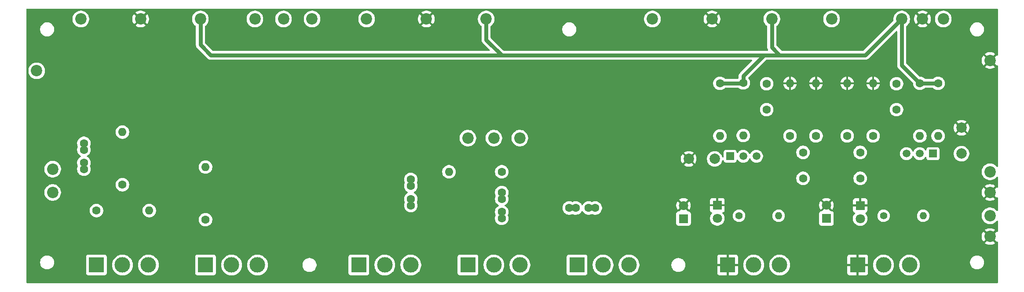
<source format=gbr>
%TF.GenerationSoftware,KiCad,Pcbnew,9.0.0*%
%TF.CreationDate,2025-02-28T17:27:40-06:00*%
%TF.ProjectId,Block-amp-front,426c6f63-6b2d-4616-9d70-2d66726f6e74,v0.1*%
%TF.SameCoordinates,Original*%
%TF.FileFunction,Copper,L5,Inr*%
%TF.FilePolarity,Positive*%
%FSLAX46Y46*%
G04 Gerber Fmt 4.6, Leading zero omitted, Abs format (unit mm)*
G04 Created by KiCad (PCBNEW 9.0.0) date 2025-02-28 17:27:40*
%MOMM*%
%LPD*%
G01*
G04 APERTURE LIST*
%TA.AperFunction,ComponentPad*%
%ADD10C,2.200000*%
%TD*%
%TA.AperFunction,ComponentPad*%
%ADD11C,1.600000*%
%TD*%
%TA.AperFunction,ComponentPad*%
%ADD12O,1.600000X1.600000*%
%TD*%
%TA.AperFunction,ComponentPad*%
%ADD13R,1.800000X1.800000*%
%TD*%
%TA.AperFunction,ComponentPad*%
%ADD14C,1.800000*%
%TD*%
%TA.AperFunction,ComponentPad*%
%ADD15R,3.000000X3.000000*%
%TD*%
%TA.AperFunction,ComponentPad*%
%ADD16C,3.000000*%
%TD*%
%TA.AperFunction,ComponentPad*%
%ADD17C,1.400000*%
%TD*%
%TA.AperFunction,ComponentPad*%
%ADD18O,1.400000X1.400000*%
%TD*%
%TA.AperFunction,ComponentPad*%
%ADD19R,1.500000X1.500000*%
%TD*%
%TA.AperFunction,ComponentPad*%
%ADD20C,1.500000*%
%TD*%
%TA.AperFunction,ComponentPad*%
%ADD21C,2.000000*%
%TD*%
%TA.AperFunction,ViaPad*%
%ADD22C,0.700000*%
%TD*%
%TA.AperFunction,Conductor*%
%ADD23C,0.750000*%
%TD*%
G04 APERTURE END LIST*
D10*
%TO.N,GND*%
%TO.C,J26*%
X206000000Y-135500000D03*
%TD*%
%TO.N,/Bal_2_Transformer*%
%TO.C,J27*%
X206000000Y-131500000D03*
%TD*%
D11*
%TO.N,+30V*%
%TO.C,R10*%
X192500000Y-105920000D03*
D12*
%TO.N,Net-(Q2-G)*%
X192500000Y-116080000D03*
%TD*%
D11*
%TO.N,Net-(Q1-G)*%
%TO.C,C5*%
X163000000Y-111000000D03*
%TO.N,Net-(J32-Pin_1)*%
X163000000Y-106000000D03*
%TD*%
D13*
%TO.N,GND*%
%TO.C,D4*%
X153500000Y-129460000D03*
D14*
%TO.N,Net-(D3-K)*%
X153500000Y-132000000D03*
%TD*%
D13*
%TO.N,GND*%
%TO.C,D2*%
X181000000Y-129500000D03*
D14*
%TO.N,Net-(D1-K)*%
X181000000Y-132040000D03*
%TD*%
D13*
%TO.N,Net-(D1-K)*%
%TO.C,D1*%
X174500000Y-132000000D03*
D14*
%TO.N,GND*%
X174500000Y-129460000D03*
%TD*%
D10*
%TO.N,+30V*%
%TO.C,J12*%
X164000000Y-93500000D03*
%TD*%
%TO.N,GND*%
%TO.C,J29*%
X206000000Y-127000000D03*
%TD*%
D11*
%TO.N,+30V*%
%TO.C,R15*%
X154000000Y-105920000D03*
D12*
%TO.N,Net-(Q1-D)*%
X154000000Y-116080000D03*
%TD*%
D10*
%TO.N,GND*%
%TO.C,J5*%
X97500000Y-93500000D03*
%TD*%
D11*
%TO.N,Net-(Q1-S)*%
%TO.C,R12*%
X172500000Y-116080000D03*
D12*
%TO.N,GND*%
X172500000Y-105920000D03*
%TD*%
D15*
%TO.N,Net-(C4-Pad2)*%
%TO.C,RV3*%
X84500000Y-141000000D03*
D16*
%TO.N,Net-(J21-Pin_1)*%
X89500000Y-141000000D03*
%TO.N,Net-(C2-Pad2)*%
X94500000Y-141000000D03*
%TD*%
D10*
%TO.N,+9V*%
%TO.C,J9*%
X141000000Y-93500000D03*
%TD*%
%TO.N,+30V*%
%TO.C,J11*%
X109000000Y-93500000D03*
%TD*%
%TO.N,+9V*%
%TO.C,J7*%
X31000000Y-93500000D03*
%TD*%
D15*
%TO.N,Net-(R3-Pad1)*%
%TO.C,RV2*%
X55000000Y-141000000D03*
D16*
%TO.N,Net-(J18-Pin_1)*%
X60000000Y-141000000D03*
%TO.N,Net-(J19-Pin_1)*%
X65000000Y-141000000D03*
%TD*%
D10*
%TO.N,/Unbal_2_transformer*%
%TO.C,J30*%
X206000000Y-123000000D03*
%TD*%
D15*
%TO.N,Net-(J22-Pin_1)*%
%TO.C,RV4*%
X105500000Y-141000000D03*
D16*
%TO.N,Net-(C3-Pad2)*%
X110500000Y-141000000D03*
%TO.N,Net-(RV4-Pad3)*%
X115500000Y-141000000D03*
%TD*%
D10*
%TO.N,Net-(J18-Pin_1)*%
%TO.C,J18*%
X70000000Y-93500000D03*
%TD*%
D11*
%TO.N,Net-(C3-Pad1)*%
%TO.C,R4*%
X112000000Y-123000000D03*
D12*
%TO.N,Net-(J20-Pin_1)*%
X101840000Y-123000000D03*
%TD*%
D11*
%TO.N,Net-(R3-Pad1)*%
%TO.C,R3*%
X55000000Y-132250000D03*
D12*
%TO.N,Net-(J17-Pin_1)*%
X55000000Y-122090000D03*
%TD*%
D10*
%TO.N,Net-(J17-Pin_1)*%
%TO.C,J17*%
X64500000Y-93500000D03*
%TD*%
D17*
%TO.N,Net-(D3-K)*%
%TO.C,R7*%
X157690000Y-131500000D03*
D18*
%TO.N,/Unbal_2_transformer*%
X165310000Y-131500000D03*
%TD*%
D10*
%TO.N,+30V*%
%TO.C,J10*%
X54000000Y-93500000D03*
%TD*%
%TO.N,Net-(J19-Pin_1)*%
%TO.C,J19*%
X75500000Y-93500000D03*
%TD*%
D11*
%TO.N,Net-(J20-Pin_1)*%
%TO.C,C2*%
X94500000Y-124500000D03*
X94500000Y-125750000D03*
%TO.N,Net-(C2-Pad2)*%
X94500000Y-128250000D03*
X94500000Y-129500000D03*
%TD*%
D10*
%TO.N,Net-(J22-Pin_1)*%
%TO.C,J22*%
X110500000Y-116500000D03*
%TD*%
%TO.N,+9V*%
%TO.C,J8*%
X86000000Y-93500000D03*
%TD*%
D19*
%TO.N,Net-(Q1-D)*%
%TO.C,Q1*%
X155960000Y-120000000D03*
D20*
%TO.N,Net-(Q1-G)*%
X158500000Y-120000000D03*
%TO.N,Net-(Q1-S)*%
X161040000Y-120000000D03*
%TD*%
D10*
%TO.N,GND*%
%TO.C,J4*%
X42500000Y-93500000D03*
%TD*%
D19*
%TO.N,Net-(Q2-D)*%
%TO.C,Q2*%
X195000000Y-119500000D03*
D20*
%TO.N,Net-(Q2-G)*%
X192460000Y-119500000D03*
%TO.N,Net-(Q2-S)*%
X189920000Y-119500000D03*
%TD*%
D15*
%TO.N,GND*%
%TO.C,RV7*%
X180500000Y-141000000D03*
D16*
%TO.N,/Bal_2_Transformer*%
X185500000Y-141000000D03*
%TO.N,Net-(C7-Pad1)*%
X190500000Y-141000000D03*
%TD*%
D15*
%TO.N,Net-(RV4-Pad3)*%
%TO.C,RV5*%
X126500000Y-141000000D03*
D16*
%TO.N,Net-(C4-Pad2)*%
X131500000Y-141000000D03*
X136500000Y-141000000D03*
%TD*%
D10*
%TO.N,Net-(J16-Pin_1)*%
%TO.C,J16*%
X25580000Y-122500000D03*
%TD*%
D21*
%TO.N,GND*%
%TO.C,C9*%
X200500000Y-114500000D03*
%TO.N,Net-(Q2-D)*%
X200500000Y-119500000D03*
%TD*%
%TO.N,GND*%
%TO.C,C10*%
X148000000Y-120500000D03*
%TO.N,Net-(Q1-D)*%
X153000000Y-120500000D03*
%TD*%
D11*
%TO.N,Net-(Q2-G)*%
%TO.C,R11*%
X183500000Y-116080000D03*
D12*
%TO.N,GND*%
X183500000Y-105920000D03*
%TD*%
D11*
%TO.N,Net-(C7-Pad1)*%
%TO.C,C7*%
X181000000Y-124260000D03*
%TO.N,Net-(Q2-S)*%
X181000000Y-119260000D03*
%TD*%
D15*
%TO.N,GND*%
%TO.C,RV8*%
X155500000Y-141000000D03*
D16*
%TO.N,/Unbal_2_transformer*%
X160500000Y-141000000D03*
%TO.N,Net-(C8-Pad1)*%
X165500000Y-141000000D03*
%TD*%
D10*
%TO.N,+30V*%
%TO.C,J3*%
X189000000Y-93500000D03*
%TD*%
D15*
%TO.N,Net-(J16-Pin_1)*%
%TO.C,RV1*%
X34000000Y-141000000D03*
D16*
%TO.N,Net-(R2-Pad1)*%
X39000000Y-141000000D03*
%TO.N,Net-(J14-Pin_1)*%
X44000000Y-141000000D03*
%TD*%
D11*
%TO.N,+30V*%
%TO.C,R8*%
X158500000Y-105840000D03*
D12*
%TO.N,Net-(Q1-G)*%
X158500000Y-116000000D03*
%TD*%
D17*
%TO.N,Net-(D1-K)*%
%TO.C,R6*%
X185500000Y-131500000D03*
D18*
%TO.N,/Bal_2_Transformer*%
X193120000Y-131500000D03*
%TD*%
D11*
%TO.N,+30V*%
%TO.C,R14*%
X196000000Y-105920000D03*
D12*
%TO.N,Net-(Q2-D)*%
X196000000Y-116080000D03*
%TD*%
D10*
%TO.N,Net-(J20-Pin_1)*%
%TO.C,J20*%
X105500000Y-116500000D03*
%TD*%
D13*
%TO.N,Net-(D3-K)*%
%TO.C,D3*%
X147000000Y-132040000D03*
D14*
%TO.N,GND*%
X147000000Y-129500000D03*
%TD*%
D11*
%TO.N,Net-(Q1-G)*%
%TO.C,R9*%
X167500000Y-116080000D03*
D12*
%TO.N,GND*%
X167500000Y-105920000D03*
%TD*%
D10*
%TO.N,Net-(J32-Pin_1)*%
%TO.C,J32*%
X175500000Y-93500000D03*
%TD*%
D11*
%TO.N,Net-(C8-Pad1)*%
%TO.C,C8*%
X170000000Y-124260000D03*
%TO.N,Net-(Q1-S)*%
X170000000Y-119260000D03*
%TD*%
%TO.N,Net-(R2-Pad1)*%
%TO.C,R2*%
X39000000Y-125500000D03*
D12*
%TO.N,Net-(J13-Pin_1)*%
X39000000Y-115340000D03*
%TD*%
D11*
%TO.N,Net-(C3-Pad1)*%
%TO.C,C3*%
X112000000Y-127000000D03*
X112000000Y-128250000D03*
%TO.N,Net-(C3-Pad2)*%
X112000000Y-130750000D03*
X112000000Y-132000000D03*
%TD*%
D10*
%TO.N,GND*%
%TO.C,J1*%
X193000000Y-93500000D03*
%TD*%
%TO.N,GND*%
%TO.C,J6*%
X152500000Y-93500000D03*
%TD*%
%TO.N,Net-(J14-Pin_1)*%
%TO.C,J14*%
X25580000Y-127000000D03*
%TD*%
D11*
%TO.N,Net-(Q2-S)*%
%TO.C,R13*%
X178500000Y-116080000D03*
D12*
%TO.N,GND*%
X178500000Y-105920000D03*
%TD*%
D11*
%TO.N,Net-(Q2-G)*%
%TO.C,C6*%
X188000000Y-111000000D03*
%TO.N,Net-(J32-Pin_1)*%
X188000000Y-106000000D03*
%TD*%
D10*
%TO.N,+9V*%
%TO.C,J2*%
X197000000Y-93500000D03*
%TD*%
D11*
%TO.N,Net-(C3-Pad1)*%
%TO.C,C4*%
X125000000Y-130000000D03*
X126250000Y-130000000D03*
%TO.N,Net-(C4-Pad2)*%
X128750000Y-130000000D03*
X130000000Y-130000000D03*
%TD*%
D10*
%TO.N,Net-(J21-Pin_1)*%
%TO.C,J21*%
X115500000Y-116500000D03*
%TD*%
D11*
%TO.N,Net-(J13-Pin_1)*%
%TO.C,C1*%
X31580000Y-117500000D03*
X31580000Y-118750000D03*
%TO.N,Net-(J16-Pin_1)*%
X31580000Y-121250000D03*
X31580000Y-122500000D03*
%TD*%
D10*
%TO.N,Net-(J13-Pin_1)*%
%TO.C,J13*%
X22500000Y-103500000D03*
%TD*%
%TO.N,GND*%
%TO.C,J28*%
X206000000Y-101500000D03*
%TD*%
D11*
%TO.N,Net-(J16-Pin_1)*%
%TO.C,R1*%
X34000000Y-130500000D03*
D12*
%TO.N,Net-(J14-Pin_1)*%
X44160000Y-130500000D03*
%TD*%
D22*
%TO.N,GND*%
X101000000Y-119000000D03*
X103000000Y-117000000D03*
X207000000Y-99500000D03*
X206000000Y-99500000D03*
X205000000Y-99500000D03*
X205000000Y-103500000D03*
X206000000Y-103500000D03*
X207000000Y-103500000D03*
X142500000Y-133000000D03*
X150500000Y-127500000D03*
X157000000Y-128500000D03*
X175500000Y-114500000D03*
X162500000Y-99000000D03*
X175500000Y-95500000D03*
X186500000Y-93500000D03*
X184500000Y-96000000D03*
X187500000Y-102000000D03*
X190500000Y-101500000D03*
X187500000Y-97500000D03*
X190500000Y-99500000D03*
X197500000Y-104500000D03*
X195500000Y-102000000D03*
X195500000Y-98500000D03*
X198500000Y-96500000D03*
X198500000Y-100500000D03*
X201000000Y-103000000D03*
X201000000Y-107500000D03*
X68500000Y-117000000D03*
X68500000Y-120500000D03*
X67500000Y-124000000D03*
X65000000Y-126500000D03*
X63000000Y-128500000D03*
X60500000Y-131000000D03*
X77000000Y-124000000D03*
X77000000Y-120500000D03*
X77000000Y-117000000D03*
X77000000Y-113500000D03*
X74000000Y-113500000D03*
X74000000Y-117000000D03*
X74000000Y-120500000D03*
X74000000Y-124500000D03*
X72500000Y-126000000D03*
X70000000Y-128500000D03*
X67500000Y-131000000D03*
X76500000Y-126000000D03*
X74000000Y-128500000D03*
X71500000Y-131000000D03*
X69000000Y-133500000D03*
X65000000Y-133500000D03*
X58500000Y-133500000D03*
X62000000Y-133500000D03*
X64500000Y-131000000D03*
X67000000Y-128500000D03*
X69000000Y-126500000D03*
X71500000Y-124500000D03*
X71500000Y-120500000D03*
X71500000Y-117000000D03*
X71500000Y-113500000D03*
X68500000Y-113500000D03*
X63000000Y-113500000D03*
X65500000Y-115000000D03*
X63000000Y-117500000D03*
X60000000Y-119500000D03*
X60000000Y-116500000D03*
X56500000Y-116500000D03*
X54500000Y-117500000D03*
X193500000Y-95500000D03*
X191500000Y-95500000D03*
X192500000Y-95500000D03*
X194500000Y-95500000D03*
X21500000Y-100500000D03*
X201000000Y-123500000D03*
X170500000Y-128500000D03*
X119000000Y-122500000D03*
X131000000Y-122500000D03*
X142000000Y-122500000D03*
X202500000Y-110000000D03*
X198500000Y-110000000D03*
X194246251Y-104458650D03*
X194270000Y-107200000D03*
X194500000Y-110000000D03*
X190000000Y-110000000D03*
X190000000Y-107000000D03*
X186000000Y-110000000D03*
X181000000Y-110000000D03*
X175500000Y-110000000D03*
X170000000Y-110000000D03*
X161000000Y-110000000D03*
X165000000Y-110000000D03*
X161000000Y-107000000D03*
X156250000Y-104550000D03*
X156250000Y-107250000D03*
X156500000Y-110000000D03*
X150000000Y-110000000D03*
X150000000Y-107000000D03*
X145000000Y-110000000D03*
X145000000Y-107000000D03*
X125000000Y-110000000D03*
X130000000Y-110000000D03*
X135000000Y-110000000D03*
X140000000Y-110000000D03*
X140000000Y-107000000D03*
X135000000Y-107000000D03*
X130000000Y-107000000D03*
X125000000Y-107000000D03*
X120000000Y-110000000D03*
X120000000Y-107000000D03*
X116500000Y-107000000D03*
X116500000Y-110000000D03*
X113000000Y-107000000D03*
X110000000Y-107000000D03*
X107000000Y-107000000D03*
X104000000Y-107000000D03*
X101000000Y-107000000D03*
X113000000Y-110000000D03*
X110000000Y-110000000D03*
X107000000Y-110000000D03*
X104000000Y-110000000D03*
X101000000Y-110000000D03*
X98000000Y-110000000D03*
X98000000Y-107000000D03*
X94500000Y-110000000D03*
X94500000Y-107000000D03*
X90000000Y-110000000D03*
X84500000Y-104500000D03*
X87500000Y-104500000D03*
X90000000Y-107000000D03*
X85500000Y-110000000D03*
X81000000Y-110000000D03*
X85500000Y-107000000D03*
X81000000Y-107000000D03*
X77000000Y-110000000D03*
X77000000Y-107000000D03*
X71500000Y-110000000D03*
X74000000Y-110000000D03*
X74000000Y-107000000D03*
X71500000Y-107000000D03*
X58500000Y-107000000D03*
X58500000Y-110000000D03*
X68500000Y-110000000D03*
X68500000Y-107000000D03*
X66000000Y-107000000D03*
X66000000Y-110000000D03*
X63000000Y-110000000D03*
X63000000Y-107000000D03*
X53500000Y-107000000D03*
X53500000Y-110000000D03*
X47500000Y-110000000D03*
X47500000Y-107000000D03*
X42000000Y-107000000D03*
X42000000Y-110000000D03*
X37000000Y-109500000D03*
X39000000Y-107000000D03*
X36000000Y-104000000D03*
X33492163Y-105500000D03*
X29500000Y-101500000D03*
X32500000Y-100500000D03*
X81000000Y-102000000D03*
X81000000Y-99000000D03*
X59500000Y-102000000D03*
X57000000Y-102000000D03*
X54500000Y-101500000D03*
X52500000Y-99500000D03*
X52500000Y-97500000D03*
X52500000Y-95000000D03*
X55500000Y-95000000D03*
X55500000Y-97500000D03*
X57000000Y-99000000D03*
X59500000Y-99000000D03*
X59000000Y-92000000D03*
X66000000Y-95500000D03*
X63000000Y-95500000D03*
X63000000Y-99000000D03*
X63000000Y-102000000D03*
X68500000Y-102000000D03*
X66000000Y-102000000D03*
X66000000Y-99000000D03*
X68500000Y-99000000D03*
X68500000Y-95500000D03*
X71500000Y-95500000D03*
X74000000Y-95500000D03*
X77000000Y-95500000D03*
X74000000Y-99000000D03*
X71500000Y-99000000D03*
X71500000Y-102000000D03*
X74000000Y-102000000D03*
X77000000Y-102000000D03*
X77000000Y-99000000D03*
X84500000Y-102000000D03*
X84500000Y-99000000D03*
X87578924Y-95500000D03*
X101000000Y-99000000D03*
X96000000Y-99000000D03*
X90500000Y-99000000D03*
X87500000Y-99000000D03*
X87500000Y-102000000D03*
X90500000Y-102000000D03*
X96000000Y-102000000D03*
X101000000Y-102000000D03*
X106000000Y-102000000D03*
X106000000Y-99000000D03*
X108500000Y-99000000D03*
X107500000Y-97000000D03*
X106500000Y-93500000D03*
X111500000Y-93500000D03*
X110500000Y-97000000D03*
X112500000Y-99000000D03*
X115000000Y-99000000D03*
X120000000Y-99000000D03*
X110000000Y-102000000D03*
X115000000Y-102000000D03*
X120000000Y-102000000D03*
X124500000Y-102000000D03*
X124500000Y-99000000D03*
X129500000Y-99000000D03*
X129500000Y-102000000D03*
X134500000Y-102000000D03*
X134500000Y-99000000D03*
X139500000Y-102000000D03*
X139500000Y-99000000D03*
X142500000Y-99000000D03*
X142500000Y-102000000D03*
X162000000Y-138500000D03*
X41000000Y-129500000D03*
X100000000Y-92000000D03*
X33000000Y-113000000D03*
X170000000Y-96000000D03*
X174000000Y-96500000D03*
X96000000Y-137500000D03*
X150000000Y-134500000D03*
X161000000Y-104760000D03*
X100500000Y-114000000D03*
X104000000Y-134500000D03*
X144000000Y-93500000D03*
X63500000Y-136000000D03*
X107000000Y-128500000D03*
X37500000Y-136000000D03*
X88000000Y-119500000D03*
X185500000Y-105500000D03*
X56500000Y-136000000D03*
X197000000Y-118000000D03*
X93000000Y-115500000D03*
X181000000Y-96000000D03*
X150000000Y-93000000D03*
X119000000Y-129500000D03*
X168500000Y-102000000D03*
X91000000Y-122500000D03*
X32500000Y-132000000D03*
X198000000Y-135500000D03*
X159000000Y-138500000D03*
X182500000Y-122500000D03*
X26000000Y-109000000D03*
X29000000Y-143500000D03*
X28000000Y-121000000D03*
X136000000Y-116500000D03*
X29500000Y-98500000D03*
X104000000Y-137500000D03*
X170000000Y-106760000D03*
X172000000Y-125500000D03*
X53630000Y-123900000D03*
X105500000Y-119000000D03*
X165500000Y-107260000D03*
X32500000Y-95500000D03*
X28500000Y-107000000D03*
X186000000Y-111260000D03*
X204000000Y-121500000D03*
X181000000Y-106760000D03*
X155000000Y-93000000D03*
X30000000Y-116000000D03*
X66500000Y-136000000D03*
X28000000Y-111000000D03*
X106500000Y-114000000D03*
X161000000Y-111000000D03*
X194000000Y-117500000D03*
X42500000Y-126500000D03*
X104000000Y-131500000D03*
X88000000Y-116500000D03*
X107000000Y-137500000D03*
X81000000Y-93000000D03*
X161000000Y-93500000D03*
X165500000Y-96000000D03*
X42500000Y-136000000D03*
X32500000Y-98500000D03*
X175500000Y-105760000D03*
X167000000Y-138500000D03*
X93000000Y-137500000D03*
X155000000Y-94000000D03*
X150000000Y-95000000D03*
X53500000Y-136000000D03*
X187500000Y-137000000D03*
X111000000Y-111000000D03*
X53500000Y-133500000D03*
X113500000Y-137500000D03*
X49500000Y-134500000D03*
X147500000Y-99000000D03*
X34000000Y-122500000D03*
X125500000Y-116500000D03*
X83000000Y-138000000D03*
X45500000Y-136000000D03*
X193500000Y-140500000D03*
X93000000Y-134500000D03*
X162500000Y-117500000D03*
X117000000Y-114000000D03*
X138000000Y-93500000D03*
X182000000Y-98500000D03*
X99000000Y-111000000D03*
X160500000Y-115500000D03*
X88000000Y-125500000D03*
X194633877Y-125726547D03*
X110500000Y-134500000D03*
X123500000Y-137500000D03*
X97000000Y-121500000D03*
X104000000Y-125500000D03*
X200500000Y-143500000D03*
X186000000Y-125500000D03*
X153500000Y-99000000D03*
X156500000Y-123000000D03*
X126000000Y-135000000D03*
X21500000Y-132000000D03*
X195000000Y-133000000D03*
X200500000Y-117500000D03*
X201000000Y-130000000D03*
X91000000Y-125500000D03*
X204000000Y-128000000D03*
X91000000Y-134500000D03*
X179000000Y-99000000D03*
X162500000Y-132500000D03*
X164000000Y-129000000D03*
X181000000Y-105760000D03*
X45500000Y-132000000D03*
X130000000Y-138500000D03*
X33000000Y-116000000D03*
X183500000Y-138500000D03*
X100500000Y-124500000D03*
X107000000Y-122000000D03*
X198000000Y-133000000D03*
X28000000Y-126500000D03*
X56500000Y-133500000D03*
X186000000Y-117500000D03*
X94500000Y-114000000D03*
X153500000Y-102000000D03*
X39000000Y-113000000D03*
X189500000Y-117500000D03*
X168000000Y-123000000D03*
X168000000Y-113500000D03*
X166000000Y-99000000D03*
X183500000Y-128500000D03*
X171500000Y-102000000D03*
X41000000Y-115500000D03*
X128500000Y-133000000D03*
X182000000Y-102000000D03*
X164000000Y-138500000D03*
X204000000Y-126000000D03*
X88000000Y-131500000D03*
X56500000Y-130500000D03*
X30000000Y-113000000D03*
X21500000Y-111500000D03*
X115000000Y-129500000D03*
X181000000Y-111260000D03*
X100500000Y-121500000D03*
X121000000Y-142500000D03*
X95000000Y-94000000D03*
X165000000Y-111260000D03*
X56370000Y-123900000D03*
X129500000Y-143000000D03*
X175500000Y-104760000D03*
X88000000Y-128500000D03*
X195000000Y-130000000D03*
X170500000Y-143500000D03*
X123500000Y-133000000D03*
X110500000Y-125000000D03*
X202000000Y-127000000D03*
X128000000Y-127000000D03*
X199000000Y-121000000D03*
X171500000Y-99000000D03*
X206500000Y-92500000D03*
X168500000Y-99000000D03*
X26500000Y-105000000D03*
X100000000Y-137500000D03*
X206500000Y-112000000D03*
X21500000Y-120000000D03*
X175500000Y-99000000D03*
X166000000Y-126000000D03*
X91500000Y-113000000D03*
X53630000Y-130440000D03*
X190500000Y-125500000D03*
X170000000Y-105760000D03*
X107000000Y-131500000D03*
X29500000Y-95500000D03*
X197500000Y-114500000D03*
X193500000Y-143500000D03*
X198000000Y-130000000D03*
X91000000Y-128500000D03*
X114500000Y-120500000D03*
X107000000Y-134500000D03*
X138000000Y-138500000D03*
X121000000Y-139500000D03*
X100000000Y-134500000D03*
X36000000Y-126500000D03*
X206500000Y-143500000D03*
X103500000Y-114000000D03*
X40000000Y-95000000D03*
X199000000Y-125500000D03*
X32500000Y-129500000D03*
X119500000Y-93000000D03*
X166000000Y-117500000D03*
X96000000Y-134500000D03*
X204000000Y-130000000D03*
X163500000Y-102000000D03*
X42500000Y-132000000D03*
X155000000Y-92000000D03*
X201000000Y-133000000D03*
X91000000Y-137500000D03*
X173000000Y-93000000D03*
X181000000Y-117000000D03*
X120000000Y-137500000D03*
X97500000Y-114000000D03*
X113500000Y-125000000D03*
X191500000Y-137500000D03*
X114000000Y-111000000D03*
X159500000Y-123000000D03*
X40500000Y-136000000D03*
X204000000Y-134500000D03*
X206500000Y-138000000D03*
X91000000Y-119500000D03*
X166000000Y-134500000D03*
X150000000Y-92000000D03*
X168000000Y-120500000D03*
X95000000Y-122500000D03*
X193000000Y-114000000D03*
X116500000Y-134500000D03*
X45000000Y-92000000D03*
X182500000Y-125500000D03*
X167500000Y-93500000D03*
X204000000Y-133500000D03*
X179500000Y-125500000D03*
X40000000Y-93000000D03*
X123500000Y-139500000D03*
X189000000Y-128500000D03*
X116500000Y-137500000D03*
X61500000Y-136000000D03*
X40000000Y-92000000D03*
X188500000Y-121000000D03*
X190000000Y-105500000D03*
X141500000Y-143500000D03*
X86000000Y-138000000D03*
X170500000Y-116000000D03*
X93000000Y-131500000D03*
X100000000Y-93000000D03*
X190000000Y-134500000D03*
X113000000Y-116500000D03*
X158500000Y-143500000D03*
X35500000Y-136000000D03*
X159000000Y-99000000D03*
X28000000Y-124000000D03*
X170500000Y-131500000D03*
X165500000Y-115500000D03*
X85000000Y-95500000D03*
X160500000Y-134500000D03*
X178000000Y-93000000D03*
X183500000Y-143500000D03*
X105000000Y-111000000D03*
X163000000Y-120500000D03*
X90000000Y-114500000D03*
X175500000Y-134500000D03*
X89000000Y-92500000D03*
X135500000Y-128000000D03*
X162500000Y-96000000D03*
X110500000Y-137500000D03*
X204000000Y-136500000D03*
X204000000Y-125000000D03*
X93500000Y-111000000D03*
X123000000Y-127000000D03*
X132000000Y-132500000D03*
X159000000Y-102000000D03*
X48000000Y-120000000D03*
X193000000Y-124000000D03*
X102000000Y-111000000D03*
X175500000Y-143500000D03*
X109500000Y-114000000D03*
X58500000Y-136000000D03*
X176000000Y-125500000D03*
X115000000Y-127000000D03*
X172500000Y-118500000D03*
X104000000Y-120500000D03*
X118000000Y-142500000D03*
X158000000Y-113500000D03*
X118000000Y-139500000D03*
X31000000Y-109500000D03*
X204000000Y-135500000D03*
X32500000Y-136000000D03*
X53630000Y-120500000D03*
X49500000Y-143500000D03*
X129500000Y-93000000D03*
X188500000Y-123000000D03*
X35425000Y-129500000D03*
X182500000Y-121000000D03*
X91000000Y-117500000D03*
X188000000Y-113000000D03*
X170000000Y-104760000D03*
X188000000Y-143500000D03*
X123500000Y-142500000D03*
X45000000Y-93000000D03*
X56500000Y-120500000D03*
X183500000Y-113500000D03*
X190500000Y-115500000D03*
X164500000Y-134500000D03*
X206500000Y-118000000D03*
X157000000Y-117500000D03*
X160000000Y-117500000D03*
X175500000Y-111260000D03*
X168000000Y-132500000D03*
X100000000Y-94000000D03*
X168000000Y-128500000D03*
X21500000Y-92500000D03*
X150000000Y-94000000D03*
X190000000Y-111260000D03*
X170000000Y-111260000D03*
X97000000Y-125000000D03*
X96000000Y-131500000D03*
X170500000Y-134500000D03*
X193500000Y-128500000D03*
X40000000Y-94000000D03*
X88000000Y-137500000D03*
X45000000Y-94000000D03*
X88000000Y-134500000D03*
X21500000Y-143500000D03*
X194500000Y-134500000D03*
X162500000Y-136500000D03*
X133000000Y-135500000D03*
X107000000Y-125500000D03*
X84500000Y-135500000D03*
X175500000Y-106760000D03*
X163000000Y-113500000D03*
X185500000Y-107260000D03*
X95000000Y-92000000D03*
X207000000Y-129000000D03*
X181000000Y-104760000D03*
X191500000Y-132500000D03*
X91000000Y-131500000D03*
X27500000Y-129500000D03*
X134000000Y-142500000D03*
X119000000Y-127000000D03*
X113000000Y-143500000D03*
X108000000Y-111000000D03*
X169000000Y-117500000D03*
X39000000Y-117500000D03*
X100000000Y-143500000D03*
X120000000Y-134500000D03*
X165500000Y-105500000D03*
X95000000Y-93000000D03*
X177000000Y-96500000D03*
X175500000Y-117260000D03*
X163000000Y-123000000D03*
X177500000Y-128500000D03*
X36000000Y-119000000D03*
X35500000Y-132000000D03*
X112500000Y-114000000D03*
X104000000Y-128500000D03*
X45000000Y-95000000D03*
X88000000Y-122500000D03*
X175500000Y-102000000D03*
X150500000Y-143500000D03*
X108500000Y-143500000D03*
X113500000Y-134500000D03*
X196000000Y-138000000D03*
X204000000Y-127000000D03*
X133000000Y-138500000D03*
X32500000Y-126500000D03*
X178500000Y-118500000D03*
X122500000Y-129500000D03*
X155000000Y-95000000D03*
X185500000Y-115500000D03*
X44500000Y-128500000D03*
X109500000Y-119500000D03*
X134000000Y-139500000D03*
X100000000Y-95000000D03*
X147500000Y-102000000D03*
X96000000Y-111000000D03*
X36000000Y-116000000D03*
X130000000Y-135500000D03*
X179000000Y-102000000D03*
X29000000Y-134000000D03*
X197148101Y-128262613D03*
X24000000Y-107000000D03*
X95000000Y-95000000D03*
X108000000Y-116500000D03*
%TD*%
D23*
%TO.N,+30V*%
X189000000Y-93500000D02*
X189000000Y-102420000D01*
X189000000Y-102420000D02*
X192500000Y-105920000D01*
X189000000Y-93500000D02*
X182000000Y-100500000D01*
X164000000Y-99000000D02*
X165500000Y-100500000D01*
X54000000Y-98500000D02*
X54000000Y-93500000D01*
X109000000Y-97500000D02*
X112000000Y-100500000D01*
X56000000Y-100500000D02*
X54000000Y-98500000D01*
X192500000Y-105920000D02*
X196000000Y-105920000D01*
X164000000Y-93500000D02*
X164000000Y-99000000D01*
X109000000Y-93500000D02*
X109000000Y-97500000D01*
X162500000Y-100500000D02*
X158500000Y-104500000D01*
X154000000Y-105920000D02*
X158420000Y-105920000D01*
X158500000Y-104500000D02*
X158500000Y-105840000D01*
X165500000Y-100500000D02*
X162500000Y-100500000D01*
X112000000Y-100500000D02*
X56000000Y-100500000D01*
X162500000Y-100500000D02*
X112000000Y-100500000D01*
X182000000Y-100500000D02*
X165500000Y-100500000D01*
%TD*%
%TA.AperFunction,Conductor*%
%TO.N,GND*%
G36*
X207442539Y-91520185D02*
G01*
X207488294Y-91572989D01*
X207499500Y-91624500D01*
X207499500Y-100460167D01*
X207479815Y-100527206D01*
X207427011Y-100572961D01*
X207357853Y-100582905D01*
X207294297Y-100553880D01*
X207275182Y-100533053D01*
X207264496Y-100518346D01*
X207264495Y-100518345D01*
X206506154Y-101276686D01*
X206440110Y-101162292D01*
X206337708Y-101059890D01*
X206223312Y-100993844D01*
X206981653Y-100235503D01*
X206981652Y-100235502D01*
X206838586Y-100131559D01*
X206614184Y-100017219D01*
X206374669Y-99939397D01*
X206125928Y-99900000D01*
X205874072Y-99900000D01*
X205625330Y-99939397D01*
X205385815Y-100017219D01*
X205161420Y-100131555D01*
X205018346Y-100235503D01*
X205776687Y-100993844D01*
X205662292Y-101059890D01*
X205559890Y-101162292D01*
X205493844Y-101276687D01*
X204735503Y-100518346D01*
X204631555Y-100661420D01*
X204517219Y-100885815D01*
X204439397Y-101125330D01*
X204400000Y-101374071D01*
X204400000Y-101625928D01*
X204439397Y-101874669D01*
X204517219Y-102114184D01*
X204631559Y-102338586D01*
X204735502Y-102481652D01*
X204735503Y-102481653D01*
X205493844Y-101723312D01*
X205559890Y-101837708D01*
X205662292Y-101940110D01*
X205776686Y-102006154D01*
X205018345Y-102764495D01*
X205018346Y-102764497D01*
X205161413Y-102868440D01*
X205385815Y-102982780D01*
X205625330Y-103060602D01*
X205874072Y-103100000D01*
X206125928Y-103100000D01*
X206374669Y-103060602D01*
X206614184Y-102982780D01*
X206838583Y-102868442D01*
X206981652Y-102764495D01*
X206981653Y-102764495D01*
X206223313Y-102006154D01*
X206337708Y-101940110D01*
X206440110Y-101837708D01*
X206506155Y-101723313D01*
X207264495Y-102481653D01*
X207264496Y-102481652D01*
X207275182Y-102466945D01*
X207330512Y-102424279D01*
X207400125Y-102418300D01*
X207461920Y-102450906D01*
X207496277Y-102511744D01*
X207499500Y-102539830D01*
X207499500Y-121959317D01*
X207479815Y-122026356D01*
X207427011Y-122072111D01*
X207357853Y-122082055D01*
X207294297Y-122053030D01*
X207275182Y-122032203D01*
X207220794Y-121957345D01*
X207042654Y-121779205D01*
X207042649Y-121779201D01*
X206838848Y-121631132D01*
X206838847Y-121631131D01*
X206838845Y-121631130D01*
X206759646Y-121590776D01*
X206614383Y-121516760D01*
X206374785Y-121438910D01*
X206125962Y-121399500D01*
X205874038Y-121399500D01*
X205807359Y-121410061D01*
X205625214Y-121438910D01*
X205385616Y-121516760D01*
X205161151Y-121631132D01*
X204957350Y-121779201D01*
X204957345Y-121779205D01*
X204779205Y-121957345D01*
X204779201Y-121957350D01*
X204631132Y-122161151D01*
X204516760Y-122385616D01*
X204438910Y-122625214D01*
X204438910Y-122625215D01*
X204399500Y-122874038D01*
X204399500Y-123125962D01*
X204408314Y-123181610D01*
X204438910Y-123374785D01*
X204516760Y-123614383D01*
X204631132Y-123838848D01*
X204779201Y-124042649D01*
X204779205Y-124042654D01*
X204957345Y-124220794D01*
X204957350Y-124220798D01*
X205135117Y-124349952D01*
X205161155Y-124368870D01*
X205304184Y-124441747D01*
X205385616Y-124483239D01*
X205385618Y-124483239D01*
X205385621Y-124483241D01*
X205625215Y-124561090D01*
X205874038Y-124600500D01*
X205874039Y-124600500D01*
X206125961Y-124600500D01*
X206125962Y-124600500D01*
X206374785Y-124561090D01*
X206614379Y-124483241D01*
X206838845Y-124368870D01*
X207042656Y-124220793D01*
X207220793Y-124042656D01*
X207257618Y-123991971D01*
X207275182Y-123967797D01*
X207330512Y-123925131D01*
X207400125Y-123919152D01*
X207461920Y-123951757D01*
X207496277Y-124012596D01*
X207499500Y-124040682D01*
X207499500Y-125960167D01*
X207479815Y-126027206D01*
X207427011Y-126072961D01*
X207357853Y-126082905D01*
X207294297Y-126053880D01*
X207275182Y-126033053D01*
X207264496Y-126018346D01*
X207264495Y-126018345D01*
X206506154Y-126776686D01*
X206440110Y-126662292D01*
X206337708Y-126559890D01*
X206223312Y-126493844D01*
X206981653Y-125735503D01*
X206981652Y-125735502D01*
X206838586Y-125631559D01*
X206614184Y-125517219D01*
X206374669Y-125439397D01*
X206125928Y-125400000D01*
X205874072Y-125400000D01*
X205625330Y-125439397D01*
X205385815Y-125517219D01*
X205161420Y-125631555D01*
X205018346Y-125735503D01*
X205776687Y-126493844D01*
X205662292Y-126559890D01*
X205559890Y-126662292D01*
X205493844Y-126776687D01*
X204735503Y-126018346D01*
X204631555Y-126161420D01*
X204517219Y-126385815D01*
X204439397Y-126625330D01*
X204400000Y-126874071D01*
X204400000Y-127125928D01*
X204439397Y-127374669D01*
X204517219Y-127614184D01*
X204631559Y-127838586D01*
X204735502Y-127981652D01*
X204735503Y-127981653D01*
X205493844Y-127223312D01*
X205559890Y-127337708D01*
X205662292Y-127440110D01*
X205776686Y-127506154D01*
X205018345Y-128264495D01*
X205018346Y-128264497D01*
X205161413Y-128368440D01*
X205385815Y-128482780D01*
X205625330Y-128560602D01*
X205874072Y-128600000D01*
X206125928Y-128600000D01*
X206374669Y-128560602D01*
X206614184Y-128482780D01*
X206838583Y-128368442D01*
X206981652Y-128264495D01*
X206981653Y-128264495D01*
X206223313Y-127506154D01*
X206337708Y-127440110D01*
X206440110Y-127337708D01*
X206506155Y-127223313D01*
X207264495Y-127981653D01*
X207264496Y-127981652D01*
X207275182Y-127966945D01*
X207330512Y-127924279D01*
X207400125Y-127918300D01*
X207461920Y-127950906D01*
X207496277Y-128011744D01*
X207499500Y-128039830D01*
X207499500Y-130459317D01*
X207479815Y-130526356D01*
X207427011Y-130572111D01*
X207357853Y-130582055D01*
X207294297Y-130553030D01*
X207275182Y-130532203D01*
X207220794Y-130457345D01*
X207042654Y-130279205D01*
X207042649Y-130279201D01*
X206838848Y-130131132D01*
X206838847Y-130131131D01*
X206838845Y-130131130D01*
X206715711Y-130068390D01*
X206614383Y-130016760D01*
X206374785Y-129938910D01*
X206125962Y-129899500D01*
X205874038Y-129899500D01*
X205749626Y-129919205D01*
X205625214Y-129938910D01*
X205385616Y-130016760D01*
X205161151Y-130131132D01*
X204957350Y-130279201D01*
X204957345Y-130279205D01*
X204779205Y-130457345D01*
X204779201Y-130457350D01*
X204631132Y-130661151D01*
X204516760Y-130885616D01*
X204438910Y-131125214D01*
X204419269Y-131249225D01*
X204399500Y-131374038D01*
X204399500Y-131625962D01*
X204427144Y-131800500D01*
X204438910Y-131874785D01*
X204516760Y-132114383D01*
X204595413Y-132268747D01*
X204625579Y-132327951D01*
X204631132Y-132338848D01*
X204779201Y-132542649D01*
X204779205Y-132542654D01*
X204957345Y-132720794D01*
X204957350Y-132720798D01*
X205131347Y-132847213D01*
X205161155Y-132868870D01*
X205284295Y-132931613D01*
X205385616Y-132983239D01*
X205385618Y-132983239D01*
X205385621Y-132983241D01*
X205625215Y-133061090D01*
X205874038Y-133100500D01*
X205874039Y-133100500D01*
X206125961Y-133100500D01*
X206125962Y-133100500D01*
X206374785Y-133061090D01*
X206614379Y-132983241D01*
X206838845Y-132868870D01*
X207042656Y-132720793D01*
X207220793Y-132542656D01*
X207252352Y-132499219D01*
X207275182Y-132467797D01*
X207330512Y-132425131D01*
X207400125Y-132419152D01*
X207461920Y-132451757D01*
X207496277Y-132512596D01*
X207499500Y-132540682D01*
X207499500Y-134460167D01*
X207479815Y-134527206D01*
X207427011Y-134572961D01*
X207357853Y-134582905D01*
X207294297Y-134553880D01*
X207275182Y-134533053D01*
X207264496Y-134518346D01*
X207264495Y-134518345D01*
X206506154Y-135276686D01*
X206440110Y-135162292D01*
X206337708Y-135059890D01*
X206223312Y-134993844D01*
X206981653Y-134235503D01*
X206981652Y-134235502D01*
X206838586Y-134131559D01*
X206614184Y-134017219D01*
X206374669Y-133939397D01*
X206125928Y-133900000D01*
X205874072Y-133900000D01*
X205625330Y-133939397D01*
X205385815Y-134017219D01*
X205161420Y-134131555D01*
X205018346Y-134235503D01*
X205776687Y-134993844D01*
X205662292Y-135059890D01*
X205559890Y-135162292D01*
X205493844Y-135276687D01*
X204735503Y-134518346D01*
X204631555Y-134661420D01*
X204517219Y-134885815D01*
X204439397Y-135125330D01*
X204400000Y-135374071D01*
X204400000Y-135625928D01*
X204439397Y-135874669D01*
X204517219Y-136114184D01*
X204631559Y-136338586D01*
X204735502Y-136481652D01*
X204735503Y-136481653D01*
X205493844Y-135723312D01*
X205559890Y-135837708D01*
X205662292Y-135940110D01*
X205776686Y-136006154D01*
X205018345Y-136764495D01*
X205018346Y-136764497D01*
X205161413Y-136868440D01*
X205385815Y-136982780D01*
X205625330Y-137060602D01*
X205874072Y-137100000D01*
X206125928Y-137100000D01*
X206374669Y-137060602D01*
X206614184Y-136982780D01*
X206838583Y-136868442D01*
X206981652Y-136764495D01*
X206981653Y-136764495D01*
X206223313Y-136006154D01*
X206337708Y-135940110D01*
X206440110Y-135837708D01*
X206506155Y-135723313D01*
X207264495Y-136481653D01*
X207264496Y-136481652D01*
X207275182Y-136466945D01*
X207330512Y-136424279D01*
X207400125Y-136418300D01*
X207461920Y-136450906D01*
X207496277Y-136511744D01*
X207499500Y-136539830D01*
X207499500Y-144375500D01*
X207479815Y-144442539D01*
X207427011Y-144488294D01*
X207375500Y-144499500D01*
X20624500Y-144499500D01*
X20557461Y-144479815D01*
X20511706Y-144427011D01*
X20500500Y-144375500D01*
X20500500Y-140393713D01*
X23149500Y-140393713D01*
X23149500Y-140606287D01*
X23182754Y-140816243D01*
X23199854Y-140868872D01*
X23248444Y-141018414D01*
X23344951Y-141207820D01*
X23469890Y-141379786D01*
X23620213Y-141530109D01*
X23792179Y-141655048D01*
X23792181Y-141655049D01*
X23792184Y-141655051D01*
X23981588Y-141751557D01*
X24183757Y-141817246D01*
X24393713Y-141850500D01*
X24393714Y-141850500D01*
X24606286Y-141850500D01*
X24606287Y-141850500D01*
X24816243Y-141817246D01*
X25018412Y-141751557D01*
X25207816Y-141655051D01*
X25283588Y-141600000D01*
X25379786Y-141530109D01*
X25379788Y-141530106D01*
X25379792Y-141530104D01*
X25530104Y-141379792D01*
X25530106Y-141379788D01*
X25530109Y-141379786D01*
X25655048Y-141207820D01*
X25655047Y-141207820D01*
X25655051Y-141207816D01*
X25751557Y-141018412D01*
X25817246Y-140816243D01*
X25850500Y-140606287D01*
X25850500Y-140393713D01*
X25817246Y-140183757D01*
X25751557Y-139981588D01*
X25655051Y-139792184D01*
X25655049Y-139792181D01*
X25655048Y-139792179D01*
X25530109Y-139620213D01*
X25379786Y-139469890D01*
X25355348Y-139452135D01*
X31999500Y-139452135D01*
X31999500Y-142547870D01*
X31999501Y-142547876D01*
X32005908Y-142607483D01*
X32056202Y-142742328D01*
X32056206Y-142742335D01*
X32142452Y-142857544D01*
X32142455Y-142857547D01*
X32257664Y-142943793D01*
X32257671Y-142943797D01*
X32392517Y-142994091D01*
X32392516Y-142994091D01*
X32399444Y-142994835D01*
X32452127Y-143000500D01*
X35547872Y-143000499D01*
X35607483Y-142994091D01*
X35742331Y-142943796D01*
X35857546Y-142857546D01*
X35943796Y-142742331D01*
X35994091Y-142607483D01*
X36000500Y-142547873D01*
X36000499Y-140868872D01*
X36999500Y-140868872D01*
X36999500Y-141131127D01*
X37026123Y-141333339D01*
X37033730Y-141391116D01*
X37070972Y-141530104D01*
X37101602Y-141644418D01*
X37101605Y-141644428D01*
X37201953Y-141886690D01*
X37201958Y-141886700D01*
X37333075Y-142113803D01*
X37492718Y-142321851D01*
X37492726Y-142321860D01*
X37678140Y-142507274D01*
X37678148Y-142507281D01*
X37886196Y-142666924D01*
X38113299Y-142798041D01*
X38113309Y-142798046D01*
X38355571Y-142898394D01*
X38355581Y-142898398D01*
X38608884Y-142966270D01*
X38857188Y-142998960D01*
X38868864Y-143000498D01*
X38868880Y-143000500D01*
X38868887Y-143000500D01*
X39131113Y-143000500D01*
X39131120Y-143000500D01*
X39391116Y-142966270D01*
X39644419Y-142898398D01*
X39886697Y-142798043D01*
X40113803Y-142666924D01*
X40321851Y-142507282D01*
X40321855Y-142507277D01*
X40321860Y-142507274D01*
X40507274Y-142321860D01*
X40507277Y-142321855D01*
X40507282Y-142321851D01*
X40666924Y-142113803D01*
X40798043Y-141886697D01*
X40898398Y-141644419D01*
X40966270Y-141391116D01*
X41000500Y-141131120D01*
X41000500Y-140868880D01*
X41000499Y-140868872D01*
X41999500Y-140868872D01*
X41999500Y-141131127D01*
X42026123Y-141333339D01*
X42033730Y-141391116D01*
X42070972Y-141530104D01*
X42101602Y-141644418D01*
X42101605Y-141644428D01*
X42201953Y-141886690D01*
X42201958Y-141886700D01*
X42333075Y-142113803D01*
X42492718Y-142321851D01*
X42492726Y-142321860D01*
X42678140Y-142507274D01*
X42678148Y-142507281D01*
X42886196Y-142666924D01*
X43113299Y-142798041D01*
X43113309Y-142798046D01*
X43355571Y-142898394D01*
X43355581Y-142898398D01*
X43608884Y-142966270D01*
X43857188Y-142998960D01*
X43868864Y-143000498D01*
X43868880Y-143000500D01*
X43868887Y-143000500D01*
X44131113Y-143000500D01*
X44131120Y-143000500D01*
X44391116Y-142966270D01*
X44644419Y-142898398D01*
X44886697Y-142798043D01*
X45113803Y-142666924D01*
X45321851Y-142507282D01*
X45321855Y-142507277D01*
X45321860Y-142507274D01*
X45507274Y-142321860D01*
X45507277Y-142321855D01*
X45507282Y-142321851D01*
X45666924Y-142113803D01*
X45798043Y-141886697D01*
X45898398Y-141644419D01*
X45966270Y-141391116D01*
X46000500Y-141131120D01*
X46000500Y-140868880D01*
X45966270Y-140608884D01*
X45898398Y-140355581D01*
X45872136Y-140292179D01*
X45798046Y-140113309D01*
X45798041Y-140113299D01*
X45666924Y-139886196D01*
X45544424Y-139726554D01*
X45507282Y-139678149D01*
X45507281Y-139678148D01*
X45507274Y-139678140D01*
X45321860Y-139492726D01*
X45321851Y-139492718D01*
X45268963Y-139452135D01*
X52999500Y-139452135D01*
X52999500Y-142547870D01*
X52999501Y-142547876D01*
X53005908Y-142607483D01*
X53056202Y-142742328D01*
X53056206Y-142742335D01*
X53142452Y-142857544D01*
X53142455Y-142857547D01*
X53257664Y-142943793D01*
X53257671Y-142943797D01*
X53392517Y-142994091D01*
X53392516Y-142994091D01*
X53399444Y-142994835D01*
X53452127Y-143000500D01*
X56547872Y-143000499D01*
X56607483Y-142994091D01*
X56742331Y-142943796D01*
X56857546Y-142857546D01*
X56943796Y-142742331D01*
X56994091Y-142607483D01*
X57000500Y-142547873D01*
X57000499Y-140868872D01*
X57999500Y-140868872D01*
X57999500Y-141131127D01*
X58026123Y-141333339D01*
X58033730Y-141391116D01*
X58070972Y-141530104D01*
X58101602Y-141644418D01*
X58101605Y-141644428D01*
X58201953Y-141886690D01*
X58201958Y-141886700D01*
X58333075Y-142113803D01*
X58492718Y-142321851D01*
X58492726Y-142321860D01*
X58678140Y-142507274D01*
X58678148Y-142507281D01*
X58886196Y-142666924D01*
X59113299Y-142798041D01*
X59113309Y-142798046D01*
X59355571Y-142898394D01*
X59355581Y-142898398D01*
X59608884Y-142966270D01*
X59857188Y-142998960D01*
X59868864Y-143000498D01*
X59868880Y-143000500D01*
X59868887Y-143000500D01*
X60131113Y-143000500D01*
X60131120Y-143000500D01*
X60391116Y-142966270D01*
X60644419Y-142898398D01*
X60886697Y-142798043D01*
X61113803Y-142666924D01*
X61321851Y-142507282D01*
X61321855Y-142507277D01*
X61321860Y-142507274D01*
X61507274Y-142321860D01*
X61507277Y-142321855D01*
X61507282Y-142321851D01*
X61666924Y-142113803D01*
X61798043Y-141886697D01*
X61898398Y-141644419D01*
X61966270Y-141391116D01*
X62000500Y-141131120D01*
X62000500Y-140868880D01*
X62000499Y-140868872D01*
X62999500Y-140868872D01*
X62999500Y-141131127D01*
X63026123Y-141333339D01*
X63033730Y-141391116D01*
X63070972Y-141530104D01*
X63101602Y-141644418D01*
X63101605Y-141644428D01*
X63201953Y-141886690D01*
X63201958Y-141886700D01*
X63333075Y-142113803D01*
X63492718Y-142321851D01*
X63492726Y-142321860D01*
X63678140Y-142507274D01*
X63678148Y-142507281D01*
X63886196Y-142666924D01*
X64113299Y-142798041D01*
X64113309Y-142798046D01*
X64355571Y-142898394D01*
X64355581Y-142898398D01*
X64608884Y-142966270D01*
X64857188Y-142998960D01*
X64868864Y-143000498D01*
X64868880Y-143000500D01*
X64868887Y-143000500D01*
X65131113Y-143000500D01*
X65131120Y-143000500D01*
X65391116Y-142966270D01*
X65644419Y-142898398D01*
X65886697Y-142798043D01*
X66113803Y-142666924D01*
X66321851Y-142507282D01*
X66321855Y-142507277D01*
X66321860Y-142507274D01*
X66507274Y-142321860D01*
X66507277Y-142321855D01*
X66507282Y-142321851D01*
X66666924Y-142113803D01*
X66798043Y-141886697D01*
X66898398Y-141644419D01*
X66966270Y-141391116D01*
X67000500Y-141131120D01*
X67000500Y-140893713D01*
X73649500Y-140893713D01*
X73649500Y-141106287D01*
X73653432Y-141131113D01*
X73682753Y-141316239D01*
X73682753Y-141316241D01*
X73682754Y-141316243D01*
X73703402Y-141379792D01*
X73748444Y-141518414D01*
X73844951Y-141707820D01*
X73969890Y-141879786D01*
X74120213Y-142030109D01*
X74292179Y-142155048D01*
X74292181Y-142155049D01*
X74292184Y-142155051D01*
X74481588Y-142251557D01*
X74683757Y-142317246D01*
X74893713Y-142350500D01*
X74893714Y-142350500D01*
X75106286Y-142350500D01*
X75106287Y-142350500D01*
X75316243Y-142317246D01*
X75518412Y-142251557D01*
X75707816Y-142155051D01*
X75729789Y-142139086D01*
X75879786Y-142030109D01*
X75879788Y-142030106D01*
X75879792Y-142030104D01*
X76030104Y-141879792D01*
X76030106Y-141879788D01*
X76030109Y-141879786D01*
X76155048Y-141707820D01*
X76155047Y-141707820D01*
X76155051Y-141707816D01*
X76251557Y-141518412D01*
X76317246Y-141316243D01*
X76350500Y-141106287D01*
X76350500Y-140893713D01*
X76317246Y-140683757D01*
X76251557Y-140481588D01*
X76155051Y-140292184D01*
X76155049Y-140292181D01*
X76155048Y-140292179D01*
X76030109Y-140120213D01*
X75879786Y-139969890D01*
X75707820Y-139844951D01*
X75518414Y-139748444D01*
X75518413Y-139748443D01*
X75518412Y-139748443D01*
X75316243Y-139682754D01*
X75316241Y-139682753D01*
X75316240Y-139682753D01*
X75154957Y-139657208D01*
X75106287Y-139649500D01*
X74893713Y-139649500D01*
X74845042Y-139657208D01*
X74683760Y-139682753D01*
X74481585Y-139748444D01*
X74292179Y-139844951D01*
X74120213Y-139969890D01*
X73969890Y-140120213D01*
X73844951Y-140292179D01*
X73748444Y-140481585D01*
X73682753Y-140683760D01*
X73669346Y-140768409D01*
X73649500Y-140893713D01*
X67000500Y-140893713D01*
X67000500Y-140868880D01*
X66966270Y-140608884D01*
X66898398Y-140355581D01*
X66872136Y-140292179D01*
X66798046Y-140113309D01*
X66798041Y-140113299D01*
X66666924Y-139886196D01*
X66544424Y-139726554D01*
X66507282Y-139678149D01*
X66507281Y-139678148D01*
X66507274Y-139678140D01*
X66321860Y-139492726D01*
X66321851Y-139492718D01*
X66268963Y-139452135D01*
X82499500Y-139452135D01*
X82499500Y-142547870D01*
X82499501Y-142547876D01*
X82505908Y-142607483D01*
X82556202Y-142742328D01*
X82556206Y-142742335D01*
X82642452Y-142857544D01*
X82642455Y-142857547D01*
X82757664Y-142943793D01*
X82757671Y-142943797D01*
X82892517Y-142994091D01*
X82892516Y-142994091D01*
X82899444Y-142994835D01*
X82952127Y-143000500D01*
X86047872Y-143000499D01*
X86107483Y-142994091D01*
X86242331Y-142943796D01*
X86357546Y-142857546D01*
X86443796Y-142742331D01*
X86494091Y-142607483D01*
X86500500Y-142547873D01*
X86500499Y-140868872D01*
X87499500Y-140868872D01*
X87499500Y-141131127D01*
X87526123Y-141333339D01*
X87533730Y-141391116D01*
X87570972Y-141530104D01*
X87601602Y-141644418D01*
X87601605Y-141644428D01*
X87701953Y-141886690D01*
X87701958Y-141886700D01*
X87833075Y-142113803D01*
X87992718Y-142321851D01*
X87992726Y-142321860D01*
X88178140Y-142507274D01*
X88178148Y-142507281D01*
X88386196Y-142666924D01*
X88613299Y-142798041D01*
X88613309Y-142798046D01*
X88855571Y-142898394D01*
X88855581Y-142898398D01*
X89108884Y-142966270D01*
X89357188Y-142998960D01*
X89368864Y-143000498D01*
X89368880Y-143000500D01*
X89368887Y-143000500D01*
X89631113Y-143000500D01*
X89631120Y-143000500D01*
X89891116Y-142966270D01*
X90144419Y-142898398D01*
X90386697Y-142798043D01*
X90613803Y-142666924D01*
X90821851Y-142507282D01*
X90821855Y-142507277D01*
X90821860Y-142507274D01*
X91007274Y-142321860D01*
X91007277Y-142321855D01*
X91007282Y-142321851D01*
X91166924Y-142113803D01*
X91298043Y-141886697D01*
X91398398Y-141644419D01*
X91466270Y-141391116D01*
X91500500Y-141131120D01*
X91500500Y-140868880D01*
X91500499Y-140868872D01*
X92499500Y-140868872D01*
X92499500Y-141131127D01*
X92526123Y-141333339D01*
X92533730Y-141391116D01*
X92570972Y-141530104D01*
X92601602Y-141644418D01*
X92601605Y-141644428D01*
X92701953Y-141886690D01*
X92701958Y-141886700D01*
X92833075Y-142113803D01*
X92992718Y-142321851D01*
X92992726Y-142321860D01*
X93178140Y-142507274D01*
X93178148Y-142507281D01*
X93386196Y-142666924D01*
X93613299Y-142798041D01*
X93613309Y-142798046D01*
X93855571Y-142898394D01*
X93855581Y-142898398D01*
X94108884Y-142966270D01*
X94357188Y-142998960D01*
X94368864Y-143000498D01*
X94368880Y-143000500D01*
X94368887Y-143000500D01*
X94631113Y-143000500D01*
X94631120Y-143000500D01*
X94891116Y-142966270D01*
X95144419Y-142898398D01*
X95386697Y-142798043D01*
X95613803Y-142666924D01*
X95821851Y-142507282D01*
X95821855Y-142507277D01*
X95821860Y-142507274D01*
X96007274Y-142321860D01*
X96007277Y-142321855D01*
X96007282Y-142321851D01*
X96166924Y-142113803D01*
X96298043Y-141886697D01*
X96398398Y-141644419D01*
X96466270Y-141391116D01*
X96500500Y-141131120D01*
X96500500Y-140868880D01*
X96466270Y-140608884D01*
X96398398Y-140355581D01*
X96372136Y-140292179D01*
X96298046Y-140113309D01*
X96298041Y-140113299D01*
X96166924Y-139886196D01*
X96044424Y-139726554D01*
X96007282Y-139678149D01*
X96007281Y-139678148D01*
X96007274Y-139678140D01*
X95821860Y-139492726D01*
X95821851Y-139492718D01*
X95768963Y-139452135D01*
X103499500Y-139452135D01*
X103499500Y-142547870D01*
X103499501Y-142547876D01*
X103505908Y-142607483D01*
X103556202Y-142742328D01*
X103556206Y-142742335D01*
X103642452Y-142857544D01*
X103642455Y-142857547D01*
X103757664Y-142943793D01*
X103757671Y-142943797D01*
X103892517Y-142994091D01*
X103892516Y-142994091D01*
X103899444Y-142994835D01*
X103952127Y-143000500D01*
X107047872Y-143000499D01*
X107107483Y-142994091D01*
X107242331Y-142943796D01*
X107357546Y-142857546D01*
X107443796Y-142742331D01*
X107494091Y-142607483D01*
X107500500Y-142547873D01*
X107500499Y-140868872D01*
X108499500Y-140868872D01*
X108499500Y-141131127D01*
X108526123Y-141333339D01*
X108533730Y-141391116D01*
X108570972Y-141530104D01*
X108601602Y-141644418D01*
X108601605Y-141644428D01*
X108701953Y-141886690D01*
X108701958Y-141886700D01*
X108833075Y-142113803D01*
X108992718Y-142321851D01*
X108992726Y-142321860D01*
X109178140Y-142507274D01*
X109178148Y-142507281D01*
X109386196Y-142666924D01*
X109613299Y-142798041D01*
X109613309Y-142798046D01*
X109855571Y-142898394D01*
X109855581Y-142898398D01*
X110108884Y-142966270D01*
X110357188Y-142998960D01*
X110368864Y-143000498D01*
X110368880Y-143000500D01*
X110368887Y-143000500D01*
X110631113Y-143000500D01*
X110631120Y-143000500D01*
X110891116Y-142966270D01*
X111144419Y-142898398D01*
X111386697Y-142798043D01*
X111613803Y-142666924D01*
X111821851Y-142507282D01*
X111821855Y-142507277D01*
X111821860Y-142507274D01*
X112007274Y-142321860D01*
X112007277Y-142321855D01*
X112007282Y-142321851D01*
X112166924Y-142113803D01*
X112298043Y-141886697D01*
X112398398Y-141644419D01*
X112466270Y-141391116D01*
X112500500Y-141131120D01*
X112500500Y-140868880D01*
X112500499Y-140868872D01*
X113499500Y-140868872D01*
X113499500Y-141131127D01*
X113526123Y-141333339D01*
X113533730Y-141391116D01*
X113570972Y-141530104D01*
X113601602Y-141644418D01*
X113601605Y-141644428D01*
X113701953Y-141886690D01*
X113701958Y-141886700D01*
X113833075Y-142113803D01*
X113992718Y-142321851D01*
X113992726Y-142321860D01*
X114178140Y-142507274D01*
X114178148Y-142507281D01*
X114386196Y-142666924D01*
X114613299Y-142798041D01*
X114613309Y-142798046D01*
X114855571Y-142898394D01*
X114855581Y-142898398D01*
X115108884Y-142966270D01*
X115357188Y-142998960D01*
X115368864Y-143000498D01*
X115368880Y-143000500D01*
X115368887Y-143000500D01*
X115631113Y-143000500D01*
X115631120Y-143000500D01*
X115891116Y-142966270D01*
X116144419Y-142898398D01*
X116386697Y-142798043D01*
X116613803Y-142666924D01*
X116821851Y-142507282D01*
X116821855Y-142507277D01*
X116821860Y-142507274D01*
X117007274Y-142321860D01*
X117007277Y-142321855D01*
X117007282Y-142321851D01*
X117166924Y-142113803D01*
X117298043Y-141886697D01*
X117398398Y-141644419D01*
X117466270Y-141391116D01*
X117500500Y-141131120D01*
X117500500Y-140868880D01*
X117466270Y-140608884D01*
X117398398Y-140355581D01*
X117372136Y-140292179D01*
X117298046Y-140113309D01*
X117298041Y-140113299D01*
X117166924Y-139886196D01*
X117044424Y-139726554D01*
X117007282Y-139678149D01*
X117007281Y-139678148D01*
X117007274Y-139678140D01*
X116821860Y-139492726D01*
X116821851Y-139492718D01*
X116768963Y-139452135D01*
X124499500Y-139452135D01*
X124499500Y-142547870D01*
X124499501Y-142547876D01*
X124505908Y-142607483D01*
X124556202Y-142742328D01*
X124556206Y-142742335D01*
X124642452Y-142857544D01*
X124642455Y-142857547D01*
X124757664Y-142943793D01*
X124757671Y-142943797D01*
X124892517Y-142994091D01*
X124892516Y-142994091D01*
X124899444Y-142994835D01*
X124952127Y-143000500D01*
X128047872Y-143000499D01*
X128107483Y-142994091D01*
X128242331Y-142943796D01*
X128357546Y-142857546D01*
X128443796Y-142742331D01*
X128494091Y-142607483D01*
X128500500Y-142547873D01*
X128500499Y-140868872D01*
X129499500Y-140868872D01*
X129499500Y-141131127D01*
X129526123Y-141333339D01*
X129533730Y-141391116D01*
X129570972Y-141530104D01*
X129601602Y-141644418D01*
X129601605Y-141644428D01*
X129701953Y-141886690D01*
X129701958Y-141886700D01*
X129833075Y-142113803D01*
X129992718Y-142321851D01*
X129992726Y-142321860D01*
X130178140Y-142507274D01*
X130178148Y-142507281D01*
X130386196Y-142666924D01*
X130613299Y-142798041D01*
X130613309Y-142798046D01*
X130855571Y-142898394D01*
X130855581Y-142898398D01*
X131108884Y-142966270D01*
X131357188Y-142998960D01*
X131368864Y-143000498D01*
X131368880Y-143000500D01*
X131368887Y-143000500D01*
X131631113Y-143000500D01*
X131631120Y-143000500D01*
X131891116Y-142966270D01*
X132144419Y-142898398D01*
X132386697Y-142798043D01*
X132613803Y-142666924D01*
X132821851Y-142507282D01*
X132821855Y-142507277D01*
X132821860Y-142507274D01*
X133007274Y-142321860D01*
X133007277Y-142321855D01*
X133007282Y-142321851D01*
X133166924Y-142113803D01*
X133298043Y-141886697D01*
X133398398Y-141644419D01*
X133466270Y-141391116D01*
X133500500Y-141131120D01*
X133500500Y-140868880D01*
X133500499Y-140868872D01*
X134499500Y-140868872D01*
X134499500Y-141131127D01*
X134526123Y-141333339D01*
X134533730Y-141391116D01*
X134570972Y-141530104D01*
X134601602Y-141644418D01*
X134601605Y-141644428D01*
X134701953Y-141886690D01*
X134701958Y-141886700D01*
X134833075Y-142113803D01*
X134992718Y-142321851D01*
X134992726Y-142321860D01*
X135178140Y-142507274D01*
X135178148Y-142507281D01*
X135386196Y-142666924D01*
X135613299Y-142798041D01*
X135613309Y-142798046D01*
X135855571Y-142898394D01*
X135855581Y-142898398D01*
X136108884Y-142966270D01*
X136357188Y-142998960D01*
X136368864Y-143000498D01*
X136368880Y-143000500D01*
X136368887Y-143000500D01*
X136631113Y-143000500D01*
X136631120Y-143000500D01*
X136891116Y-142966270D01*
X137144419Y-142898398D01*
X137386697Y-142798043D01*
X137613803Y-142666924D01*
X137821851Y-142507282D01*
X137821855Y-142507277D01*
X137821860Y-142507274D01*
X138007274Y-142321860D01*
X138007277Y-142321855D01*
X138007282Y-142321851D01*
X138166924Y-142113803D01*
X138298043Y-141886697D01*
X138398398Y-141644419D01*
X138466270Y-141391116D01*
X138500500Y-141131120D01*
X138500500Y-140893713D01*
X144649500Y-140893713D01*
X144649500Y-141106287D01*
X144653432Y-141131113D01*
X144682753Y-141316239D01*
X144682753Y-141316241D01*
X144682754Y-141316243D01*
X144703402Y-141379792D01*
X144748444Y-141518414D01*
X144844951Y-141707820D01*
X144969890Y-141879786D01*
X145120213Y-142030109D01*
X145292179Y-142155048D01*
X145292181Y-142155049D01*
X145292184Y-142155051D01*
X145481588Y-142251557D01*
X145683757Y-142317246D01*
X145893713Y-142350500D01*
X145893714Y-142350500D01*
X146106286Y-142350500D01*
X146106287Y-142350500D01*
X146316243Y-142317246D01*
X146518412Y-142251557D01*
X146707816Y-142155051D01*
X146729789Y-142139086D01*
X146879786Y-142030109D01*
X146879788Y-142030106D01*
X146879792Y-142030104D01*
X147030104Y-141879792D01*
X147030106Y-141879788D01*
X147030109Y-141879786D01*
X147155048Y-141707820D01*
X147155047Y-141707820D01*
X147155051Y-141707816D01*
X147251557Y-141518412D01*
X147317246Y-141316243D01*
X147350500Y-141106287D01*
X147350500Y-140893713D01*
X147317246Y-140683757D01*
X147251557Y-140481588D01*
X147155051Y-140292184D01*
X147155049Y-140292181D01*
X147155048Y-140292179D01*
X147030109Y-140120213D01*
X146879786Y-139969890D01*
X146707820Y-139844951D01*
X146518414Y-139748444D01*
X146518413Y-139748443D01*
X146518412Y-139748443D01*
X146316243Y-139682754D01*
X146316241Y-139682753D01*
X146316240Y-139682753D01*
X146154957Y-139657208D01*
X146106287Y-139649500D01*
X145893713Y-139649500D01*
X145845042Y-139657208D01*
X145683760Y-139682753D01*
X145481585Y-139748444D01*
X145292179Y-139844951D01*
X145120213Y-139969890D01*
X144969890Y-140120213D01*
X144844951Y-140292179D01*
X144748444Y-140481585D01*
X144682753Y-140683760D01*
X144669346Y-140768409D01*
X144649500Y-140893713D01*
X138500500Y-140893713D01*
X138500500Y-140868880D01*
X138466270Y-140608884D01*
X138398398Y-140355581D01*
X138372136Y-140292179D01*
X138298046Y-140113309D01*
X138298041Y-140113299D01*
X138166924Y-139886196D01*
X138044424Y-139726554D01*
X138007282Y-139678149D01*
X138007281Y-139678148D01*
X138007274Y-139678140D01*
X137821860Y-139492726D01*
X137821851Y-139492718D01*
X137768989Y-139452155D01*
X153500000Y-139452155D01*
X153500000Y-140800000D01*
X154932424Y-140800000D01*
X154900000Y-140921009D01*
X154900000Y-141078991D01*
X154932424Y-141200000D01*
X153500000Y-141200000D01*
X153500000Y-142547844D01*
X153506401Y-142607372D01*
X153506403Y-142607379D01*
X153556645Y-142742086D01*
X153556649Y-142742093D01*
X153642809Y-142857187D01*
X153642812Y-142857190D01*
X153757906Y-142943350D01*
X153757913Y-142943354D01*
X153892620Y-142993596D01*
X153892627Y-142993598D01*
X153952155Y-142999999D01*
X153952172Y-143000000D01*
X155300000Y-143000000D01*
X155300000Y-141567575D01*
X155421009Y-141600000D01*
X155578991Y-141600000D01*
X155700000Y-141567575D01*
X155700000Y-143000000D01*
X157047828Y-143000000D01*
X157047844Y-142999999D01*
X157107372Y-142993598D01*
X157107379Y-142993596D01*
X157242086Y-142943354D01*
X157242093Y-142943350D01*
X157357187Y-142857190D01*
X157357190Y-142857187D01*
X157443350Y-142742093D01*
X157443354Y-142742086D01*
X157493596Y-142607379D01*
X157493598Y-142607372D01*
X157499999Y-142547844D01*
X157500000Y-142547827D01*
X157500000Y-141200000D01*
X156067576Y-141200000D01*
X156100000Y-141078991D01*
X156100000Y-140921009D01*
X156086030Y-140868872D01*
X158499500Y-140868872D01*
X158499500Y-141131127D01*
X158526123Y-141333339D01*
X158533730Y-141391116D01*
X158570972Y-141530104D01*
X158601602Y-141644418D01*
X158601605Y-141644428D01*
X158701953Y-141886690D01*
X158701958Y-141886700D01*
X158833075Y-142113803D01*
X158992718Y-142321851D01*
X158992726Y-142321860D01*
X159178140Y-142507274D01*
X159178148Y-142507281D01*
X159386196Y-142666924D01*
X159613299Y-142798041D01*
X159613309Y-142798046D01*
X159855571Y-142898394D01*
X159855581Y-142898398D01*
X160108884Y-142966270D01*
X160357188Y-142998960D01*
X160368864Y-143000498D01*
X160368880Y-143000500D01*
X160368887Y-143000500D01*
X160631113Y-143000500D01*
X160631120Y-143000500D01*
X160891116Y-142966270D01*
X161144419Y-142898398D01*
X161386697Y-142798043D01*
X161613803Y-142666924D01*
X161821851Y-142507282D01*
X161821855Y-142507277D01*
X161821860Y-142507274D01*
X162007274Y-142321860D01*
X162007277Y-142321855D01*
X162007282Y-142321851D01*
X162166924Y-142113803D01*
X162298043Y-141886697D01*
X162398398Y-141644419D01*
X162466270Y-141391116D01*
X162500500Y-141131120D01*
X162500500Y-140868880D01*
X162500499Y-140868872D01*
X163499500Y-140868872D01*
X163499500Y-141131127D01*
X163526123Y-141333339D01*
X163533730Y-141391116D01*
X163570972Y-141530104D01*
X163601602Y-141644418D01*
X163601605Y-141644428D01*
X163701953Y-141886690D01*
X163701958Y-141886700D01*
X163833075Y-142113803D01*
X163992718Y-142321851D01*
X163992726Y-142321860D01*
X164178140Y-142507274D01*
X164178148Y-142507281D01*
X164386196Y-142666924D01*
X164613299Y-142798041D01*
X164613309Y-142798046D01*
X164855571Y-142898394D01*
X164855581Y-142898398D01*
X165108884Y-142966270D01*
X165357188Y-142998960D01*
X165368864Y-143000498D01*
X165368880Y-143000500D01*
X165368887Y-143000500D01*
X165631113Y-143000500D01*
X165631120Y-143000500D01*
X165891116Y-142966270D01*
X166144419Y-142898398D01*
X166386697Y-142798043D01*
X166613803Y-142666924D01*
X166821851Y-142507282D01*
X166821855Y-142507277D01*
X166821860Y-142507274D01*
X167007274Y-142321860D01*
X167007277Y-142321855D01*
X167007282Y-142321851D01*
X167166924Y-142113803D01*
X167298043Y-141886697D01*
X167398398Y-141644419D01*
X167466270Y-141391116D01*
X167500500Y-141131120D01*
X167500500Y-140868880D01*
X167466270Y-140608884D01*
X167398398Y-140355581D01*
X167372136Y-140292179D01*
X167298046Y-140113309D01*
X167298041Y-140113299D01*
X167166924Y-139886196D01*
X167044424Y-139726554D01*
X167007282Y-139678149D01*
X167007281Y-139678148D01*
X167007274Y-139678140D01*
X166821860Y-139492726D01*
X166821851Y-139492718D01*
X166768989Y-139452155D01*
X178500000Y-139452155D01*
X178500000Y-140800000D01*
X179932424Y-140800000D01*
X179900000Y-140921009D01*
X179900000Y-141078991D01*
X179932424Y-141200000D01*
X178500000Y-141200000D01*
X178500000Y-142547844D01*
X178506401Y-142607372D01*
X178506403Y-142607379D01*
X178556645Y-142742086D01*
X178556649Y-142742093D01*
X178642809Y-142857187D01*
X178642812Y-142857190D01*
X178757906Y-142943350D01*
X178757913Y-142943354D01*
X178892620Y-142993596D01*
X178892627Y-142993598D01*
X178952155Y-142999999D01*
X178952172Y-143000000D01*
X180300000Y-143000000D01*
X180300000Y-141567575D01*
X180421009Y-141600000D01*
X180578991Y-141600000D01*
X180700000Y-141567575D01*
X180700000Y-143000000D01*
X182047828Y-143000000D01*
X182047844Y-142999999D01*
X182107372Y-142993598D01*
X182107379Y-142993596D01*
X182242086Y-142943354D01*
X182242093Y-142943350D01*
X182357187Y-142857190D01*
X182357190Y-142857187D01*
X182443350Y-142742093D01*
X182443354Y-142742086D01*
X182493596Y-142607379D01*
X182493598Y-142607372D01*
X182499999Y-142547844D01*
X182500000Y-142547827D01*
X182500000Y-141200000D01*
X181067576Y-141200000D01*
X181100000Y-141078991D01*
X181100000Y-140921009D01*
X181086030Y-140868872D01*
X183499500Y-140868872D01*
X183499500Y-141131127D01*
X183526123Y-141333339D01*
X183533730Y-141391116D01*
X183570972Y-141530104D01*
X183601602Y-141644418D01*
X183601605Y-141644428D01*
X183701953Y-141886690D01*
X183701958Y-141886700D01*
X183833075Y-142113803D01*
X183992718Y-142321851D01*
X183992726Y-142321860D01*
X184178140Y-142507274D01*
X184178148Y-142507281D01*
X184386196Y-142666924D01*
X184613299Y-142798041D01*
X184613309Y-142798046D01*
X184855571Y-142898394D01*
X184855581Y-142898398D01*
X185108884Y-142966270D01*
X185357188Y-142998960D01*
X185368864Y-143000498D01*
X185368880Y-143000500D01*
X185368887Y-143000500D01*
X185631113Y-143000500D01*
X185631120Y-143000500D01*
X185891116Y-142966270D01*
X186144419Y-142898398D01*
X186386697Y-142798043D01*
X186613803Y-142666924D01*
X186821851Y-142507282D01*
X186821855Y-142507277D01*
X186821860Y-142507274D01*
X187007274Y-142321860D01*
X187007277Y-142321855D01*
X187007282Y-142321851D01*
X187166924Y-142113803D01*
X187298043Y-141886697D01*
X187398398Y-141644419D01*
X187466270Y-141391116D01*
X187500500Y-141131120D01*
X187500500Y-140868880D01*
X187500499Y-140868872D01*
X188499500Y-140868872D01*
X188499500Y-141131127D01*
X188526123Y-141333339D01*
X188533730Y-141391116D01*
X188570972Y-141530104D01*
X188601602Y-141644418D01*
X188601605Y-141644428D01*
X188701953Y-141886690D01*
X188701958Y-141886700D01*
X188833075Y-142113803D01*
X188992718Y-142321851D01*
X188992726Y-142321860D01*
X189178140Y-142507274D01*
X189178148Y-142507281D01*
X189386196Y-142666924D01*
X189613299Y-142798041D01*
X189613309Y-142798046D01*
X189855571Y-142898394D01*
X189855581Y-142898398D01*
X190108884Y-142966270D01*
X190357188Y-142998960D01*
X190368864Y-143000498D01*
X190368880Y-143000500D01*
X190368887Y-143000500D01*
X190631113Y-143000500D01*
X190631120Y-143000500D01*
X190891116Y-142966270D01*
X191144419Y-142898398D01*
X191386697Y-142798043D01*
X191613803Y-142666924D01*
X191821851Y-142507282D01*
X191821855Y-142507277D01*
X191821860Y-142507274D01*
X192007274Y-142321860D01*
X192007277Y-142321855D01*
X192007282Y-142321851D01*
X192166924Y-142113803D01*
X192298043Y-141886697D01*
X192398398Y-141644419D01*
X192466270Y-141391116D01*
X192500500Y-141131120D01*
X192500500Y-140868880D01*
X192466270Y-140608884D01*
X192408615Y-140393713D01*
X202149500Y-140393713D01*
X202149500Y-140606287D01*
X202182754Y-140816243D01*
X202199854Y-140868872D01*
X202248444Y-141018414D01*
X202344951Y-141207820D01*
X202469890Y-141379786D01*
X202620213Y-141530109D01*
X202792179Y-141655048D01*
X202792181Y-141655049D01*
X202792184Y-141655051D01*
X202981588Y-141751557D01*
X203183757Y-141817246D01*
X203393713Y-141850500D01*
X203393714Y-141850500D01*
X203606286Y-141850500D01*
X203606287Y-141850500D01*
X203816243Y-141817246D01*
X204018412Y-141751557D01*
X204207816Y-141655051D01*
X204283588Y-141600000D01*
X204379786Y-141530109D01*
X204379788Y-141530106D01*
X204379792Y-141530104D01*
X204530104Y-141379792D01*
X204530106Y-141379788D01*
X204530109Y-141379786D01*
X204655048Y-141207820D01*
X204655047Y-141207820D01*
X204655051Y-141207816D01*
X204751557Y-141018412D01*
X204817246Y-140816243D01*
X204850500Y-140606287D01*
X204850500Y-140393713D01*
X204817246Y-140183757D01*
X204751557Y-139981588D01*
X204655051Y-139792184D01*
X204655049Y-139792181D01*
X204655048Y-139792179D01*
X204530109Y-139620213D01*
X204379786Y-139469890D01*
X204207820Y-139344951D01*
X204018414Y-139248444D01*
X204018413Y-139248443D01*
X204018412Y-139248443D01*
X203816243Y-139182754D01*
X203816241Y-139182753D01*
X203816240Y-139182753D01*
X203654957Y-139157208D01*
X203606287Y-139149500D01*
X203393713Y-139149500D01*
X203345042Y-139157208D01*
X203183760Y-139182753D01*
X202981585Y-139248444D01*
X202792179Y-139344951D01*
X202620213Y-139469890D01*
X202469890Y-139620213D01*
X202344951Y-139792179D01*
X202248444Y-139981585D01*
X202182753Y-140183760D01*
X202149500Y-140393713D01*
X192408615Y-140393713D01*
X192398398Y-140355581D01*
X192372136Y-140292179D01*
X192298046Y-140113309D01*
X192298041Y-140113299D01*
X192166924Y-139886196D01*
X192044424Y-139726554D01*
X192007282Y-139678149D01*
X192007281Y-139678148D01*
X192007274Y-139678140D01*
X191821860Y-139492726D01*
X191821851Y-139492718D01*
X191613803Y-139333075D01*
X191386700Y-139201958D01*
X191386690Y-139201953D01*
X191144428Y-139101605D01*
X191144421Y-139101603D01*
X191144419Y-139101602D01*
X190891116Y-139033730D01*
X190833339Y-139026123D01*
X190631127Y-138999500D01*
X190631120Y-138999500D01*
X190368880Y-138999500D01*
X190368872Y-138999500D01*
X190137772Y-139029926D01*
X190108884Y-139033730D01*
X190023364Y-139056645D01*
X189855581Y-139101602D01*
X189855571Y-139101605D01*
X189613309Y-139201953D01*
X189613299Y-139201958D01*
X189386196Y-139333075D01*
X189178148Y-139492718D01*
X188992718Y-139678148D01*
X188833075Y-139886196D01*
X188701958Y-140113299D01*
X188701953Y-140113309D01*
X188601605Y-140355571D01*
X188601603Y-140355578D01*
X188601602Y-140355581D01*
X188567840Y-140481585D01*
X188533730Y-140608885D01*
X188499500Y-140868872D01*
X187500499Y-140868872D01*
X187466270Y-140608884D01*
X187398398Y-140355581D01*
X187372136Y-140292179D01*
X187298046Y-140113309D01*
X187298041Y-140113299D01*
X187166924Y-139886196D01*
X187044424Y-139726554D01*
X187007282Y-139678149D01*
X187007281Y-139678148D01*
X187007274Y-139678140D01*
X186821860Y-139492726D01*
X186821851Y-139492718D01*
X186613803Y-139333075D01*
X186386700Y-139201958D01*
X186386690Y-139201953D01*
X186144428Y-139101605D01*
X186144421Y-139101603D01*
X186144419Y-139101602D01*
X185891116Y-139033730D01*
X185833339Y-139026123D01*
X185631127Y-138999500D01*
X185631120Y-138999500D01*
X185368880Y-138999500D01*
X185368872Y-138999500D01*
X185137772Y-139029926D01*
X185108884Y-139033730D01*
X185023364Y-139056645D01*
X184855581Y-139101602D01*
X184855571Y-139101605D01*
X184613309Y-139201953D01*
X184613299Y-139201958D01*
X184386196Y-139333075D01*
X184178148Y-139492718D01*
X183992718Y-139678148D01*
X183833075Y-139886196D01*
X183701958Y-140113299D01*
X183701953Y-140113309D01*
X183601605Y-140355571D01*
X183601603Y-140355578D01*
X183601602Y-140355581D01*
X183567840Y-140481585D01*
X183533730Y-140608885D01*
X183499500Y-140868872D01*
X181086030Y-140868872D01*
X181067576Y-140800000D01*
X182500000Y-140800000D01*
X182500000Y-139452172D01*
X182499999Y-139452155D01*
X182493598Y-139392627D01*
X182493596Y-139392620D01*
X182443354Y-139257913D01*
X182443350Y-139257906D01*
X182357190Y-139142812D01*
X182357187Y-139142809D01*
X182242093Y-139056649D01*
X182242086Y-139056645D01*
X182107379Y-139006403D01*
X182107372Y-139006401D01*
X182047844Y-139000000D01*
X180700000Y-139000000D01*
X180700000Y-140432424D01*
X180578991Y-140400000D01*
X180421009Y-140400000D01*
X180300000Y-140432424D01*
X180300000Y-139000000D01*
X178952155Y-139000000D01*
X178892627Y-139006401D01*
X178892620Y-139006403D01*
X178757913Y-139056645D01*
X178757906Y-139056649D01*
X178642812Y-139142809D01*
X178642809Y-139142812D01*
X178556649Y-139257906D01*
X178556645Y-139257913D01*
X178506403Y-139392620D01*
X178506401Y-139392627D01*
X178500000Y-139452155D01*
X166768989Y-139452155D01*
X166613803Y-139333075D01*
X166386700Y-139201958D01*
X166386690Y-139201953D01*
X166144428Y-139101605D01*
X166144421Y-139101603D01*
X166144419Y-139101602D01*
X165891116Y-139033730D01*
X165833339Y-139026123D01*
X165631127Y-138999500D01*
X165631120Y-138999500D01*
X165368880Y-138999500D01*
X165368872Y-138999500D01*
X165137772Y-139029926D01*
X165108884Y-139033730D01*
X165023364Y-139056645D01*
X164855581Y-139101602D01*
X164855571Y-139101605D01*
X164613309Y-139201953D01*
X164613299Y-139201958D01*
X164386196Y-139333075D01*
X164178148Y-139492718D01*
X163992718Y-139678148D01*
X163833075Y-139886196D01*
X163701958Y-140113299D01*
X163701953Y-140113309D01*
X163601605Y-140355571D01*
X163601603Y-140355578D01*
X163601602Y-140355581D01*
X163567840Y-140481585D01*
X163533730Y-140608885D01*
X163499500Y-140868872D01*
X162500499Y-140868872D01*
X162466270Y-140608884D01*
X162398398Y-140355581D01*
X162372136Y-140292179D01*
X162298046Y-140113309D01*
X162298041Y-140113299D01*
X162166924Y-139886196D01*
X162044424Y-139726554D01*
X162007282Y-139678149D01*
X162007281Y-139678148D01*
X162007274Y-139678140D01*
X161821860Y-139492726D01*
X161821851Y-139492718D01*
X161613803Y-139333075D01*
X161386700Y-139201958D01*
X161386690Y-139201953D01*
X161144428Y-139101605D01*
X161144421Y-139101603D01*
X161144419Y-139101602D01*
X160891116Y-139033730D01*
X160833339Y-139026123D01*
X160631127Y-138999500D01*
X160631120Y-138999500D01*
X160368880Y-138999500D01*
X160368872Y-138999500D01*
X160137772Y-139029926D01*
X160108884Y-139033730D01*
X160023364Y-139056645D01*
X159855581Y-139101602D01*
X159855571Y-139101605D01*
X159613309Y-139201953D01*
X159613299Y-139201958D01*
X159386196Y-139333075D01*
X159178148Y-139492718D01*
X158992718Y-139678148D01*
X158833075Y-139886196D01*
X158701958Y-140113299D01*
X158701953Y-140113309D01*
X158601605Y-140355571D01*
X158601603Y-140355578D01*
X158601602Y-140355581D01*
X158567840Y-140481585D01*
X158533730Y-140608885D01*
X158499500Y-140868872D01*
X156086030Y-140868872D01*
X156067576Y-140800000D01*
X157500000Y-140800000D01*
X157500000Y-139452172D01*
X157499999Y-139452155D01*
X157493598Y-139392627D01*
X157493596Y-139392620D01*
X157443354Y-139257913D01*
X157443350Y-139257906D01*
X157357190Y-139142812D01*
X157357187Y-139142809D01*
X157242093Y-139056649D01*
X157242086Y-139056645D01*
X157107379Y-139006403D01*
X157107372Y-139006401D01*
X157047844Y-139000000D01*
X155700000Y-139000000D01*
X155700000Y-140432424D01*
X155578991Y-140400000D01*
X155421009Y-140400000D01*
X155300000Y-140432424D01*
X155300000Y-139000000D01*
X153952155Y-139000000D01*
X153892627Y-139006401D01*
X153892620Y-139006403D01*
X153757913Y-139056645D01*
X153757906Y-139056649D01*
X153642812Y-139142809D01*
X153642809Y-139142812D01*
X153556649Y-139257906D01*
X153556645Y-139257913D01*
X153506403Y-139392620D01*
X153506401Y-139392627D01*
X153500000Y-139452155D01*
X137768989Y-139452155D01*
X137613803Y-139333075D01*
X137386700Y-139201958D01*
X137386690Y-139201953D01*
X137144428Y-139101605D01*
X137144421Y-139101603D01*
X137144419Y-139101602D01*
X136891116Y-139033730D01*
X136833339Y-139026123D01*
X136631127Y-138999500D01*
X136631120Y-138999500D01*
X136368880Y-138999500D01*
X136368872Y-138999500D01*
X136137772Y-139029926D01*
X136108884Y-139033730D01*
X136023364Y-139056645D01*
X135855581Y-139101602D01*
X135855571Y-139101605D01*
X135613309Y-139201953D01*
X135613299Y-139201958D01*
X135386196Y-139333075D01*
X135178148Y-139492718D01*
X134992718Y-139678148D01*
X134833075Y-139886196D01*
X134701958Y-140113299D01*
X134701953Y-140113309D01*
X134601605Y-140355571D01*
X134601603Y-140355578D01*
X134601602Y-140355581D01*
X134567840Y-140481585D01*
X134533730Y-140608885D01*
X134499500Y-140868872D01*
X133500499Y-140868872D01*
X133466270Y-140608884D01*
X133398398Y-140355581D01*
X133372136Y-140292179D01*
X133298046Y-140113309D01*
X133298041Y-140113299D01*
X133166924Y-139886196D01*
X133044424Y-139726554D01*
X133007282Y-139678149D01*
X133007281Y-139678148D01*
X133007274Y-139678140D01*
X132821860Y-139492726D01*
X132821851Y-139492718D01*
X132613803Y-139333075D01*
X132386700Y-139201958D01*
X132386690Y-139201953D01*
X132144428Y-139101605D01*
X132144421Y-139101603D01*
X132144419Y-139101602D01*
X131891116Y-139033730D01*
X131833339Y-139026123D01*
X131631127Y-138999500D01*
X131631120Y-138999500D01*
X131368880Y-138999500D01*
X131368872Y-138999500D01*
X131137772Y-139029926D01*
X131108884Y-139033730D01*
X131023364Y-139056645D01*
X130855581Y-139101602D01*
X130855571Y-139101605D01*
X130613309Y-139201953D01*
X130613299Y-139201958D01*
X130386196Y-139333075D01*
X130178148Y-139492718D01*
X129992718Y-139678148D01*
X129833075Y-139886196D01*
X129701958Y-140113299D01*
X129701953Y-140113309D01*
X129601605Y-140355571D01*
X129601603Y-140355578D01*
X129601602Y-140355581D01*
X129567840Y-140481585D01*
X129533730Y-140608885D01*
X129499500Y-140868872D01*
X128500499Y-140868872D01*
X128500499Y-139452128D01*
X128494091Y-139392517D01*
X128476349Y-139344949D01*
X128443797Y-139257671D01*
X128443793Y-139257664D01*
X128357547Y-139142455D01*
X128357544Y-139142452D01*
X128242335Y-139056206D01*
X128242328Y-139056202D01*
X128107482Y-139005908D01*
X128107483Y-139005908D01*
X128047883Y-138999501D01*
X128047881Y-138999500D01*
X128047873Y-138999500D01*
X128047864Y-138999500D01*
X124952129Y-138999500D01*
X124952123Y-138999501D01*
X124892516Y-139005908D01*
X124757671Y-139056202D01*
X124757664Y-139056206D01*
X124642455Y-139142452D01*
X124642452Y-139142455D01*
X124556206Y-139257664D01*
X124556202Y-139257671D01*
X124505908Y-139392517D01*
X124499501Y-139452116D01*
X124499501Y-139452123D01*
X124499500Y-139452135D01*
X116768963Y-139452135D01*
X116613803Y-139333075D01*
X116386700Y-139201958D01*
X116386690Y-139201953D01*
X116144428Y-139101605D01*
X116144421Y-139101603D01*
X116144419Y-139101602D01*
X115891116Y-139033730D01*
X115833339Y-139026123D01*
X115631127Y-138999500D01*
X115631120Y-138999500D01*
X115368880Y-138999500D01*
X115368872Y-138999500D01*
X115137772Y-139029926D01*
X115108884Y-139033730D01*
X115023364Y-139056645D01*
X114855581Y-139101602D01*
X114855571Y-139101605D01*
X114613309Y-139201953D01*
X114613299Y-139201958D01*
X114386196Y-139333075D01*
X114178148Y-139492718D01*
X113992718Y-139678148D01*
X113833075Y-139886196D01*
X113701958Y-140113299D01*
X113701953Y-140113309D01*
X113601605Y-140355571D01*
X113601603Y-140355578D01*
X113601602Y-140355581D01*
X113567840Y-140481585D01*
X113533730Y-140608885D01*
X113499500Y-140868872D01*
X112500499Y-140868872D01*
X112466270Y-140608884D01*
X112398398Y-140355581D01*
X112372136Y-140292179D01*
X112298046Y-140113309D01*
X112298041Y-140113299D01*
X112166924Y-139886196D01*
X112044424Y-139726554D01*
X112007282Y-139678149D01*
X112007281Y-139678148D01*
X112007274Y-139678140D01*
X111821860Y-139492726D01*
X111821851Y-139492718D01*
X111613803Y-139333075D01*
X111386700Y-139201958D01*
X111386690Y-139201953D01*
X111144428Y-139101605D01*
X111144421Y-139101603D01*
X111144419Y-139101602D01*
X110891116Y-139033730D01*
X110833339Y-139026123D01*
X110631127Y-138999500D01*
X110631120Y-138999500D01*
X110368880Y-138999500D01*
X110368872Y-138999500D01*
X110137772Y-139029926D01*
X110108884Y-139033730D01*
X110023364Y-139056645D01*
X109855581Y-139101602D01*
X109855571Y-139101605D01*
X109613309Y-139201953D01*
X109613299Y-139201958D01*
X109386196Y-139333075D01*
X109178148Y-139492718D01*
X108992718Y-139678148D01*
X108833075Y-139886196D01*
X108701958Y-140113299D01*
X108701953Y-140113309D01*
X108601605Y-140355571D01*
X108601603Y-140355578D01*
X108601602Y-140355581D01*
X108567840Y-140481585D01*
X108533730Y-140608885D01*
X108499500Y-140868872D01*
X107500499Y-140868872D01*
X107500499Y-139452128D01*
X107494091Y-139392517D01*
X107476349Y-139344949D01*
X107443797Y-139257671D01*
X107443793Y-139257664D01*
X107357547Y-139142455D01*
X107357544Y-139142452D01*
X107242335Y-139056206D01*
X107242328Y-139056202D01*
X107107482Y-139005908D01*
X107107483Y-139005908D01*
X107047883Y-138999501D01*
X107047881Y-138999500D01*
X107047873Y-138999500D01*
X107047864Y-138999500D01*
X103952129Y-138999500D01*
X103952123Y-138999501D01*
X103892516Y-139005908D01*
X103757671Y-139056202D01*
X103757664Y-139056206D01*
X103642455Y-139142452D01*
X103642452Y-139142455D01*
X103556206Y-139257664D01*
X103556202Y-139257671D01*
X103505908Y-139392517D01*
X103499501Y-139452116D01*
X103499501Y-139452123D01*
X103499500Y-139452135D01*
X95768963Y-139452135D01*
X95613803Y-139333075D01*
X95386700Y-139201958D01*
X95386690Y-139201953D01*
X95144428Y-139101605D01*
X95144421Y-139101603D01*
X95144419Y-139101602D01*
X94891116Y-139033730D01*
X94833339Y-139026123D01*
X94631127Y-138999500D01*
X94631120Y-138999500D01*
X94368880Y-138999500D01*
X94368872Y-138999500D01*
X94137772Y-139029926D01*
X94108884Y-139033730D01*
X94023364Y-139056645D01*
X93855581Y-139101602D01*
X93855571Y-139101605D01*
X93613309Y-139201953D01*
X93613299Y-139201958D01*
X93386196Y-139333075D01*
X93178148Y-139492718D01*
X92992718Y-139678148D01*
X92833075Y-139886196D01*
X92701958Y-140113299D01*
X92701953Y-140113309D01*
X92601605Y-140355571D01*
X92601603Y-140355578D01*
X92601602Y-140355581D01*
X92567840Y-140481585D01*
X92533730Y-140608885D01*
X92499500Y-140868872D01*
X91500499Y-140868872D01*
X91466270Y-140608884D01*
X91398398Y-140355581D01*
X91372136Y-140292179D01*
X91298046Y-140113309D01*
X91298041Y-140113299D01*
X91166924Y-139886196D01*
X91044424Y-139726554D01*
X91007282Y-139678149D01*
X91007281Y-139678148D01*
X91007274Y-139678140D01*
X90821860Y-139492726D01*
X90821851Y-139492718D01*
X90613803Y-139333075D01*
X90386700Y-139201958D01*
X90386690Y-139201953D01*
X90144428Y-139101605D01*
X90144421Y-139101603D01*
X90144419Y-139101602D01*
X89891116Y-139033730D01*
X89833339Y-139026123D01*
X89631127Y-138999500D01*
X89631120Y-138999500D01*
X89368880Y-138999500D01*
X89368872Y-138999500D01*
X89137772Y-139029926D01*
X89108884Y-139033730D01*
X89023364Y-139056645D01*
X88855581Y-139101602D01*
X88855571Y-139101605D01*
X88613309Y-139201953D01*
X88613299Y-139201958D01*
X88386196Y-139333075D01*
X88178148Y-139492718D01*
X87992718Y-139678148D01*
X87833075Y-139886196D01*
X87701958Y-140113299D01*
X87701953Y-140113309D01*
X87601605Y-140355571D01*
X87601603Y-140355578D01*
X87601602Y-140355581D01*
X87567840Y-140481585D01*
X87533730Y-140608885D01*
X87499500Y-140868872D01*
X86500499Y-140868872D01*
X86500499Y-139452128D01*
X86494091Y-139392517D01*
X86476349Y-139344949D01*
X86443797Y-139257671D01*
X86443793Y-139257664D01*
X86357547Y-139142455D01*
X86357544Y-139142452D01*
X86242335Y-139056206D01*
X86242328Y-139056202D01*
X86107482Y-139005908D01*
X86107483Y-139005908D01*
X86047883Y-138999501D01*
X86047881Y-138999500D01*
X86047873Y-138999500D01*
X86047864Y-138999500D01*
X82952129Y-138999500D01*
X82952123Y-138999501D01*
X82892516Y-139005908D01*
X82757671Y-139056202D01*
X82757664Y-139056206D01*
X82642455Y-139142452D01*
X82642452Y-139142455D01*
X82556206Y-139257664D01*
X82556202Y-139257671D01*
X82505908Y-139392517D01*
X82499501Y-139452116D01*
X82499501Y-139452123D01*
X82499500Y-139452135D01*
X66268963Y-139452135D01*
X66113803Y-139333075D01*
X65886700Y-139201958D01*
X65886690Y-139201953D01*
X65644428Y-139101605D01*
X65644421Y-139101603D01*
X65644419Y-139101602D01*
X65391116Y-139033730D01*
X65333339Y-139026123D01*
X65131127Y-138999500D01*
X65131120Y-138999500D01*
X64868880Y-138999500D01*
X64868872Y-138999500D01*
X64637772Y-139029926D01*
X64608884Y-139033730D01*
X64523364Y-139056645D01*
X64355581Y-139101602D01*
X64355571Y-139101605D01*
X64113309Y-139201953D01*
X64113299Y-139201958D01*
X63886196Y-139333075D01*
X63678148Y-139492718D01*
X63492718Y-139678148D01*
X63333075Y-139886196D01*
X63201958Y-140113299D01*
X63201953Y-140113309D01*
X63101605Y-140355571D01*
X63101603Y-140355578D01*
X63101602Y-140355581D01*
X63067840Y-140481585D01*
X63033730Y-140608885D01*
X62999500Y-140868872D01*
X62000499Y-140868872D01*
X61966270Y-140608884D01*
X61898398Y-140355581D01*
X61872136Y-140292179D01*
X61798046Y-140113309D01*
X61798041Y-140113299D01*
X61666924Y-139886196D01*
X61544424Y-139726554D01*
X61507282Y-139678149D01*
X61507281Y-139678148D01*
X61507274Y-139678140D01*
X61321860Y-139492726D01*
X61321851Y-139492718D01*
X61113803Y-139333075D01*
X60886700Y-139201958D01*
X60886690Y-139201953D01*
X60644428Y-139101605D01*
X60644421Y-139101603D01*
X60644419Y-139101602D01*
X60391116Y-139033730D01*
X60333339Y-139026123D01*
X60131127Y-138999500D01*
X60131120Y-138999500D01*
X59868880Y-138999500D01*
X59868872Y-138999500D01*
X59637772Y-139029926D01*
X59608884Y-139033730D01*
X59523364Y-139056645D01*
X59355581Y-139101602D01*
X59355571Y-139101605D01*
X59113309Y-139201953D01*
X59113299Y-139201958D01*
X58886196Y-139333075D01*
X58678148Y-139492718D01*
X58492718Y-139678148D01*
X58333075Y-139886196D01*
X58201958Y-140113299D01*
X58201953Y-140113309D01*
X58101605Y-140355571D01*
X58101603Y-140355578D01*
X58101602Y-140355581D01*
X58067840Y-140481585D01*
X58033730Y-140608885D01*
X57999500Y-140868872D01*
X57000499Y-140868872D01*
X57000499Y-139452128D01*
X56994091Y-139392517D01*
X56976349Y-139344949D01*
X56943797Y-139257671D01*
X56943793Y-139257664D01*
X56857547Y-139142455D01*
X56857544Y-139142452D01*
X56742335Y-139056206D01*
X56742328Y-139056202D01*
X56607482Y-139005908D01*
X56607483Y-139005908D01*
X56547883Y-138999501D01*
X56547881Y-138999500D01*
X56547873Y-138999500D01*
X56547864Y-138999500D01*
X53452129Y-138999500D01*
X53452123Y-138999501D01*
X53392516Y-139005908D01*
X53257671Y-139056202D01*
X53257664Y-139056206D01*
X53142455Y-139142452D01*
X53142452Y-139142455D01*
X53056206Y-139257664D01*
X53056202Y-139257671D01*
X53005908Y-139392517D01*
X52999501Y-139452116D01*
X52999501Y-139452123D01*
X52999500Y-139452135D01*
X45268963Y-139452135D01*
X45113803Y-139333075D01*
X44886700Y-139201958D01*
X44886690Y-139201953D01*
X44644428Y-139101605D01*
X44644421Y-139101603D01*
X44644419Y-139101602D01*
X44391116Y-139033730D01*
X44333339Y-139026123D01*
X44131127Y-138999500D01*
X44131120Y-138999500D01*
X43868880Y-138999500D01*
X43868872Y-138999500D01*
X43637772Y-139029926D01*
X43608884Y-139033730D01*
X43523364Y-139056645D01*
X43355581Y-139101602D01*
X43355571Y-139101605D01*
X43113309Y-139201953D01*
X43113299Y-139201958D01*
X42886196Y-139333075D01*
X42678148Y-139492718D01*
X42492718Y-139678148D01*
X42333075Y-139886196D01*
X42201958Y-140113299D01*
X42201953Y-140113309D01*
X42101605Y-140355571D01*
X42101603Y-140355578D01*
X42101602Y-140355581D01*
X42067840Y-140481585D01*
X42033730Y-140608885D01*
X41999500Y-140868872D01*
X41000499Y-140868872D01*
X40966270Y-140608884D01*
X40898398Y-140355581D01*
X40872136Y-140292179D01*
X40798046Y-140113309D01*
X40798041Y-140113299D01*
X40666924Y-139886196D01*
X40544424Y-139726554D01*
X40507282Y-139678149D01*
X40507281Y-139678148D01*
X40507274Y-139678140D01*
X40321860Y-139492726D01*
X40321851Y-139492718D01*
X40113803Y-139333075D01*
X39886700Y-139201958D01*
X39886690Y-139201953D01*
X39644428Y-139101605D01*
X39644421Y-139101603D01*
X39644419Y-139101602D01*
X39391116Y-139033730D01*
X39333339Y-139026123D01*
X39131127Y-138999500D01*
X39131120Y-138999500D01*
X38868880Y-138999500D01*
X38868872Y-138999500D01*
X38637772Y-139029926D01*
X38608884Y-139033730D01*
X38523364Y-139056645D01*
X38355581Y-139101602D01*
X38355571Y-139101605D01*
X38113309Y-139201953D01*
X38113299Y-139201958D01*
X37886196Y-139333075D01*
X37678148Y-139492718D01*
X37492718Y-139678148D01*
X37333075Y-139886196D01*
X37201958Y-140113299D01*
X37201953Y-140113309D01*
X37101605Y-140355571D01*
X37101603Y-140355578D01*
X37101602Y-140355581D01*
X37067840Y-140481585D01*
X37033730Y-140608885D01*
X36999500Y-140868872D01*
X36000499Y-140868872D01*
X36000499Y-139452128D01*
X35994091Y-139392517D01*
X35976349Y-139344949D01*
X35943797Y-139257671D01*
X35943793Y-139257664D01*
X35857547Y-139142455D01*
X35857544Y-139142452D01*
X35742335Y-139056206D01*
X35742328Y-139056202D01*
X35607482Y-139005908D01*
X35607483Y-139005908D01*
X35547883Y-138999501D01*
X35547881Y-138999500D01*
X35547873Y-138999500D01*
X35547864Y-138999500D01*
X32452129Y-138999500D01*
X32452123Y-138999501D01*
X32392516Y-139005908D01*
X32257671Y-139056202D01*
X32257664Y-139056206D01*
X32142455Y-139142452D01*
X32142452Y-139142455D01*
X32056206Y-139257664D01*
X32056202Y-139257671D01*
X32005908Y-139392517D01*
X31999501Y-139452116D01*
X31999501Y-139452123D01*
X31999500Y-139452135D01*
X25355348Y-139452135D01*
X25207820Y-139344951D01*
X25018414Y-139248444D01*
X25018413Y-139248443D01*
X25018412Y-139248443D01*
X24816243Y-139182754D01*
X24816241Y-139182753D01*
X24816240Y-139182753D01*
X24654957Y-139157208D01*
X24606287Y-139149500D01*
X24393713Y-139149500D01*
X24345042Y-139157208D01*
X24183760Y-139182753D01*
X23981585Y-139248444D01*
X23792179Y-139344951D01*
X23620213Y-139469890D01*
X23469890Y-139620213D01*
X23344951Y-139792179D01*
X23248444Y-139981585D01*
X23182753Y-140183760D01*
X23149500Y-140393713D01*
X20500500Y-140393713D01*
X20500500Y-132147648D01*
X53699500Y-132147648D01*
X53699500Y-132352351D01*
X53731522Y-132554534D01*
X53794781Y-132749223D01*
X53887715Y-132931613D01*
X54008028Y-133097213D01*
X54152786Y-133241971D01*
X54284817Y-133337895D01*
X54318390Y-133362287D01*
X54404209Y-133406014D01*
X54500776Y-133455218D01*
X54500778Y-133455218D01*
X54500781Y-133455220D01*
X54605137Y-133489127D01*
X54695465Y-133518477D01*
X54796557Y-133534488D01*
X54897648Y-133550500D01*
X54897649Y-133550500D01*
X55102351Y-133550500D01*
X55102352Y-133550500D01*
X55304534Y-133518477D01*
X55499219Y-133455220D01*
X55681610Y-133362287D01*
X55774590Y-133294732D01*
X55847213Y-133241971D01*
X55847215Y-133241968D01*
X55847219Y-133241966D01*
X55991966Y-133097219D01*
X55991968Y-133097215D01*
X55991971Y-133097213D01*
X56057163Y-133007482D01*
X56112287Y-132931610D01*
X56205220Y-132749219D01*
X56268477Y-132554534D01*
X56300500Y-132352352D01*
X56300500Y-132147648D01*
X56287305Y-132064339D01*
X56268477Y-131945465D01*
X56239127Y-131855137D01*
X56205220Y-131750781D01*
X56205218Y-131750778D01*
X56205218Y-131750776D01*
X56141621Y-131625962D01*
X56112287Y-131568390D01*
X56064340Y-131502396D01*
X55991971Y-131402786D01*
X55847213Y-131258028D01*
X55681613Y-131137715D01*
X55681612Y-131137714D01*
X55681610Y-131137713D01*
X55624653Y-131108691D01*
X55499223Y-131044781D01*
X55304534Y-130981522D01*
X55129995Y-130953878D01*
X55102352Y-130949500D01*
X54897648Y-130949500D01*
X54873329Y-130953351D01*
X54695465Y-130981522D01*
X54500776Y-131044781D01*
X54318386Y-131137715D01*
X54152786Y-131258028D01*
X54008028Y-131402786D01*
X53887715Y-131568386D01*
X53794781Y-131750776D01*
X53731522Y-131945465D01*
X53699500Y-132147648D01*
X20500500Y-132147648D01*
X20500500Y-130397648D01*
X32699500Y-130397648D01*
X32699500Y-130602352D01*
X32701073Y-130612284D01*
X32731522Y-130804534D01*
X32794781Y-130999223D01*
X32852391Y-131112287D01*
X32881703Y-131169815D01*
X32887715Y-131181613D01*
X33008028Y-131347213D01*
X33152786Y-131491971D01*
X33257970Y-131568390D01*
X33318390Y-131612287D01*
X33434607Y-131671503D01*
X33500776Y-131705218D01*
X33500778Y-131705218D01*
X33500781Y-131705220D01*
X33605137Y-131739127D01*
X33695465Y-131768477D01*
X33775277Y-131781118D01*
X33897648Y-131800500D01*
X33897649Y-131800500D01*
X34102351Y-131800500D01*
X34102352Y-131800500D01*
X34304534Y-131768477D01*
X34499219Y-131705220D01*
X34681610Y-131612287D01*
X34774590Y-131544732D01*
X34847213Y-131491971D01*
X34847215Y-131491968D01*
X34847219Y-131491966D01*
X34991966Y-131347219D01*
X34991968Y-131347215D01*
X34991971Y-131347213D01*
X35049175Y-131268477D01*
X35112287Y-131181610D01*
X35205220Y-130999219D01*
X35268477Y-130804534D01*
X35300500Y-130602352D01*
X35300500Y-130397648D01*
X42859500Y-130397648D01*
X42859500Y-130602352D01*
X42861073Y-130612284D01*
X42891522Y-130804534D01*
X42954781Y-130999223D01*
X43012391Y-131112287D01*
X43041703Y-131169815D01*
X43047715Y-131181613D01*
X43168028Y-131347213D01*
X43312786Y-131491971D01*
X43417970Y-131568390D01*
X43478390Y-131612287D01*
X43594607Y-131671503D01*
X43660776Y-131705218D01*
X43660778Y-131705218D01*
X43660781Y-131705220D01*
X43765137Y-131739127D01*
X43855465Y-131768477D01*
X43935277Y-131781118D01*
X44057648Y-131800500D01*
X44057649Y-131800500D01*
X44262351Y-131800500D01*
X44262352Y-131800500D01*
X44464534Y-131768477D01*
X44659219Y-131705220D01*
X44841610Y-131612287D01*
X44934590Y-131544732D01*
X45007213Y-131491971D01*
X45007215Y-131491968D01*
X45007219Y-131491966D01*
X45151966Y-131347219D01*
X45151968Y-131347215D01*
X45151971Y-131347213D01*
X45209175Y-131268477D01*
X45272287Y-131181610D01*
X45365220Y-130999219D01*
X45428477Y-130804534D01*
X45460500Y-130602352D01*
X45460500Y-130397648D01*
X45451127Y-130338468D01*
X45428477Y-130195465D01*
X45370412Y-130016760D01*
X45365220Y-130000781D01*
X45365218Y-130000778D01*
X45365218Y-130000776D01*
X45323720Y-129919333D01*
X45272287Y-129818390D01*
X45246460Y-129782842D01*
X45151971Y-129652786D01*
X45007213Y-129508028D01*
X44841613Y-129387715D01*
X44841612Y-129387714D01*
X44841610Y-129387713D01*
X44767237Y-129349818D01*
X44659223Y-129294781D01*
X44464534Y-129231522D01*
X44289995Y-129203878D01*
X44262352Y-129199500D01*
X44057648Y-129199500D01*
X44033329Y-129203351D01*
X43855465Y-129231522D01*
X43660776Y-129294781D01*
X43478386Y-129387715D01*
X43312786Y-129508028D01*
X43168028Y-129652786D01*
X43047715Y-129818386D01*
X42954781Y-130000776D01*
X42891522Y-130195465D01*
X42868873Y-130338468D01*
X42859500Y-130397648D01*
X35300500Y-130397648D01*
X35291127Y-130338468D01*
X35268477Y-130195465D01*
X35210412Y-130016760D01*
X35205220Y-130000781D01*
X35205218Y-130000778D01*
X35205218Y-130000776D01*
X35163720Y-129919333D01*
X35112287Y-129818390D01*
X35086460Y-129782842D01*
X34991971Y-129652786D01*
X34847213Y-129508028D01*
X34681613Y-129387715D01*
X34681612Y-129387714D01*
X34681610Y-129387713D01*
X34607237Y-129349818D01*
X34499223Y-129294781D01*
X34304534Y-129231522D01*
X34129995Y-129203878D01*
X34102352Y-129199500D01*
X33897648Y-129199500D01*
X33873329Y-129203351D01*
X33695465Y-129231522D01*
X33500776Y-129294781D01*
X33318386Y-129387715D01*
X33152786Y-129508028D01*
X33008028Y-129652786D01*
X32887715Y-129818386D01*
X32794781Y-130000776D01*
X32731522Y-130195465D01*
X32708873Y-130338468D01*
X32699500Y-130397648D01*
X20500500Y-130397648D01*
X20500500Y-126874038D01*
X23979500Y-126874038D01*
X23979500Y-127125962D01*
X24000417Y-127258028D01*
X24018910Y-127374785D01*
X24096760Y-127614383D01*
X24166256Y-127750774D01*
X24210998Y-127838586D01*
X24211132Y-127838848D01*
X24359201Y-128042649D01*
X24359205Y-128042654D01*
X24537345Y-128220794D01*
X24537350Y-128220798D01*
X24699613Y-128338688D01*
X24741155Y-128368870D01*
X24884184Y-128441747D01*
X24965616Y-128483239D01*
X24965618Y-128483239D01*
X24965621Y-128483241D01*
X25205215Y-128561090D01*
X25454038Y-128600500D01*
X25454039Y-128600500D01*
X25705961Y-128600500D01*
X25705962Y-128600500D01*
X25954785Y-128561090D01*
X26194379Y-128483241D01*
X26418845Y-128368870D01*
X26622656Y-128220793D01*
X26800793Y-128042656D01*
X26948870Y-127838845D01*
X27063241Y-127614379D01*
X27141090Y-127374785D01*
X27180500Y-127125962D01*
X27180500Y-126874038D01*
X27141090Y-126625215D01*
X27063241Y-126385621D01*
X27063239Y-126385618D01*
X27063239Y-126385616D01*
X27021747Y-126304184D01*
X26948870Y-126161155D01*
X26892018Y-126082905D01*
X26800798Y-125957350D01*
X26800794Y-125957345D01*
X26622654Y-125779205D01*
X26622649Y-125779201D01*
X26418848Y-125631132D01*
X26418847Y-125631131D01*
X26418845Y-125631130D01*
X26194379Y-125516759D01*
X26091276Y-125483258D01*
X25954785Y-125438909D01*
X25739982Y-125404888D01*
X25705962Y-125399500D01*
X25454038Y-125399500D01*
X25329626Y-125419205D01*
X25205214Y-125438910D01*
X24965616Y-125516760D01*
X24741151Y-125631132D01*
X24537350Y-125779201D01*
X24537345Y-125779205D01*
X24359205Y-125957345D01*
X24359201Y-125957350D01*
X24211132Y-126161151D01*
X24096760Y-126385616D01*
X24018910Y-126625214D01*
X23996219Y-126768477D01*
X23979500Y-126874038D01*
X20500500Y-126874038D01*
X20500500Y-125397648D01*
X37699500Y-125397648D01*
X37699500Y-125602351D01*
X37731522Y-125804534D01*
X37794781Y-125999223D01*
X37812019Y-126033053D01*
X37873026Y-126152786D01*
X37887715Y-126181613D01*
X38008028Y-126347213D01*
X38152786Y-126491971D01*
X38307749Y-126604556D01*
X38318390Y-126612287D01*
X38416530Y-126662292D01*
X38500776Y-126705218D01*
X38500778Y-126705218D01*
X38500781Y-126705220D01*
X38605137Y-126739127D01*
X38695465Y-126768477D01*
X38796557Y-126784488D01*
X38897648Y-126800500D01*
X38897649Y-126800500D01*
X39102351Y-126800500D01*
X39102352Y-126800500D01*
X39304534Y-126768477D01*
X39499219Y-126705220D01*
X39681610Y-126612287D01*
X39774590Y-126544732D01*
X39847213Y-126491971D01*
X39847215Y-126491968D01*
X39847219Y-126491966D01*
X39991966Y-126347219D01*
X39991968Y-126347215D01*
X39991971Y-126347213D01*
X40044732Y-126274590D01*
X40112287Y-126181610D01*
X40205220Y-125999219D01*
X40268477Y-125804534D01*
X40300500Y-125602352D01*
X40300500Y-125397648D01*
X40268477Y-125195466D01*
X40263872Y-125181294D01*
X40227290Y-125068706D01*
X40205220Y-125000781D01*
X40205218Y-125000778D01*
X40205218Y-125000776D01*
X40171503Y-124934607D01*
X40112287Y-124818390D01*
X40069300Y-124759223D01*
X39991971Y-124652786D01*
X39847213Y-124508028D01*
X39826657Y-124493094D01*
X39695285Y-124397648D01*
X93199500Y-124397648D01*
X93199500Y-124602351D01*
X93231523Y-124804535D01*
X93231523Y-124804538D01*
X93294779Y-124999218D01*
X93294779Y-124999219D01*
X93330184Y-125068706D01*
X93343080Y-125137375D01*
X93330184Y-125181294D01*
X93294779Y-125250780D01*
X93294779Y-125250781D01*
X93231523Y-125445461D01*
X93231523Y-125445464D01*
X93199500Y-125647648D01*
X93199500Y-125852351D01*
X93231522Y-126054534D01*
X93294781Y-126249223D01*
X93387715Y-126431613D01*
X93508028Y-126597213D01*
X93652786Y-126741971D01*
X93818388Y-126862286D01*
X93871828Y-126889516D01*
X93922623Y-126937490D01*
X93939418Y-127005312D01*
X93916880Y-127071446D01*
X93871828Y-127110484D01*
X93818388Y-127137713D01*
X93652786Y-127258028D01*
X93508028Y-127402786D01*
X93387715Y-127568386D01*
X93294781Y-127750776D01*
X93231522Y-127945465D01*
X93204410Y-128116645D01*
X93199500Y-128147648D01*
X93199500Y-128352352D01*
X93202116Y-128368867D01*
X93231523Y-128554535D01*
X93231523Y-128554538D01*
X93294779Y-128749218D01*
X93294779Y-128749219D01*
X93330184Y-128818706D01*
X93343080Y-128887375D01*
X93330184Y-128931294D01*
X93294779Y-129000780D01*
X93294779Y-129000781D01*
X93231523Y-129195461D01*
X93231523Y-129195464D01*
X93199500Y-129397648D01*
X93199500Y-129602351D01*
X93231522Y-129804534D01*
X93294781Y-129999223D01*
X93387715Y-130181613D01*
X93508028Y-130347213D01*
X93652786Y-130491971D01*
X93805857Y-130603181D01*
X93818390Y-130612287D01*
X93904578Y-130656202D01*
X94000776Y-130705218D01*
X94000778Y-130705218D01*
X94000781Y-130705220D01*
X94105137Y-130739127D01*
X94195465Y-130768477D01*
X94283699Y-130782452D01*
X94397648Y-130800500D01*
X94397649Y-130800500D01*
X94602351Y-130800500D01*
X94602352Y-130800500D01*
X94804534Y-130768477D01*
X94999219Y-130705220D01*
X95181610Y-130612287D01*
X95326005Y-130507379D01*
X95347213Y-130491971D01*
X95347215Y-130491968D01*
X95347219Y-130491966D01*
X95491966Y-130347219D01*
X95491968Y-130347215D01*
X95491971Y-130347213D01*
X95574398Y-130233760D01*
X95612287Y-130181610D01*
X95705220Y-129999219D01*
X95768477Y-129804534D01*
X95800500Y-129602352D01*
X95800500Y-129397648D01*
X95768477Y-129195466D01*
X95768476Y-129195464D01*
X95737429Y-129099910D01*
X95705220Y-129000781D01*
X95705217Y-129000777D01*
X95705217Y-129000774D01*
X95669815Y-128931296D01*
X95656918Y-128862627D01*
X95669815Y-128818704D01*
X95705217Y-128749225D01*
X95705218Y-128749223D01*
X95705220Y-128749219D01*
X95768477Y-128554534D01*
X95800500Y-128352352D01*
X95800500Y-128147648D01*
X95774209Y-127981653D01*
X95768477Y-127945465D01*
X95705218Y-127750776D01*
X95669815Y-127681294D01*
X95612287Y-127568390D01*
X95571694Y-127512518D01*
X95491971Y-127402786D01*
X95347213Y-127258028D01*
X95181613Y-127137715D01*
X95181612Y-127137714D01*
X95181610Y-127137713D01*
X95128171Y-127110484D01*
X95123627Y-127106193D01*
X95117628Y-127104444D01*
X95098531Y-127082490D01*
X95077376Y-127062510D01*
X95075873Y-127056443D01*
X95071772Y-127051728D01*
X95067574Y-127022931D01*
X95060581Y-126994689D01*
X95062596Y-126988774D01*
X95061695Y-126982589D01*
X95073732Y-126956096D01*
X95083118Y-126928554D01*
X95088666Y-126923228D01*
X95090598Y-126918977D01*
X95104237Y-126908282D01*
X95115316Y-126897648D01*
X110699500Y-126897648D01*
X110699500Y-127102352D01*
X110700788Y-127110484D01*
X110731523Y-127304535D01*
X110731523Y-127304538D01*
X110794779Y-127499218D01*
X110794779Y-127499219D01*
X110830184Y-127568706D01*
X110843080Y-127637375D01*
X110830184Y-127681294D01*
X110794779Y-127750780D01*
X110794779Y-127750781D01*
X110731523Y-127945461D01*
X110731523Y-127945464D01*
X110725791Y-127981653D01*
X110699500Y-128147648D01*
X110699500Y-128352352D01*
X110702116Y-128368867D01*
X110731522Y-128554534D01*
X110794781Y-128749223D01*
X110887715Y-128931613D01*
X111008028Y-129097213D01*
X111152786Y-129241971D01*
X111318388Y-129362286D01*
X111371828Y-129389516D01*
X111422623Y-129437490D01*
X111439418Y-129505312D01*
X111416880Y-129571446D01*
X111371828Y-129610484D01*
X111318388Y-129637713D01*
X111152786Y-129758028D01*
X111008028Y-129902786D01*
X110887715Y-130068386D01*
X110794781Y-130250776D01*
X110731522Y-130445465D01*
X110700790Y-130639501D01*
X110699500Y-130647648D01*
X110699500Y-130852352D01*
X110704769Y-130885616D01*
X110731523Y-131054535D01*
X110731523Y-131054538D01*
X110794779Y-131249218D01*
X110794779Y-131249219D01*
X110830184Y-131318706D01*
X110843080Y-131387375D01*
X110830184Y-131431294D01*
X110794779Y-131500780D01*
X110794779Y-131500781D01*
X110731523Y-131695461D01*
X110731523Y-131695464D01*
X110699500Y-131897648D01*
X110699500Y-132102351D01*
X110731522Y-132304534D01*
X110794781Y-132499223D01*
X110858691Y-132624653D01*
X110882276Y-132670940D01*
X110887715Y-132681613D01*
X111008028Y-132847213D01*
X111152786Y-132991971D01*
X111302166Y-133100500D01*
X111318390Y-133112287D01*
X111434607Y-133171503D01*
X111500776Y-133205218D01*
X111500778Y-133205218D01*
X111500781Y-133205220D01*
X111601089Y-133237812D01*
X111695465Y-133268477D01*
X111796557Y-133284488D01*
X111897648Y-133300500D01*
X111897649Y-133300500D01*
X112102351Y-133300500D01*
X112102352Y-133300500D01*
X112304534Y-133268477D01*
X112499219Y-133205220D01*
X112681610Y-133112287D01*
X112825862Y-133007483D01*
X112847213Y-132991971D01*
X112847215Y-132991968D01*
X112847219Y-132991966D01*
X112991966Y-132847219D01*
X112991968Y-132847215D01*
X112991971Y-132847213D01*
X113045146Y-132774022D01*
X113112287Y-132681610D01*
X113205220Y-132499219D01*
X113268477Y-132304534D01*
X113300500Y-132102352D01*
X113300500Y-131897648D01*
X113268477Y-131695465D01*
X113245893Y-131625961D01*
X113205220Y-131500781D01*
X113205217Y-131500777D01*
X113205217Y-131500774D01*
X113169815Y-131431296D01*
X113156918Y-131362627D01*
X113169815Y-131318704D01*
X113176300Y-131305978D01*
X113205220Y-131249219D01*
X113268477Y-131054534D01*
X113300500Y-130852352D01*
X113300500Y-130647648D01*
X113278282Y-130507372D01*
X113268477Y-130445465D01*
X113214456Y-130279207D01*
X113205220Y-130250781D01*
X113205218Y-130250778D01*
X113205218Y-130250776D01*
X113112287Y-130068390D01*
X113037651Y-129965661D01*
X113037650Y-129965658D01*
X112991971Y-129902787D01*
X112991967Y-129902782D01*
X112986833Y-129897648D01*
X123699500Y-129897648D01*
X123699500Y-130102351D01*
X123731522Y-130304534D01*
X123794781Y-130499223D01*
X123852391Y-130612287D01*
X123870408Y-130647648D01*
X123887715Y-130681613D01*
X124008028Y-130847213D01*
X124152786Y-130991971D01*
X124290653Y-131092135D01*
X124318390Y-131112287D01*
X124431295Y-131169815D01*
X124500776Y-131205218D01*
X124500778Y-131205218D01*
X124500781Y-131205220D01*
X124605137Y-131239127D01*
X124695465Y-131268477D01*
X124796557Y-131284488D01*
X124897648Y-131300500D01*
X124897649Y-131300500D01*
X125102351Y-131300500D01*
X125102352Y-131300500D01*
X125304534Y-131268477D01*
X125499219Y-131205220D01*
X125568705Y-131169814D01*
X125637373Y-131156918D01*
X125681294Y-131169814D01*
X125704444Y-131181610D01*
X125750774Y-131205217D01*
X125750777Y-131205217D01*
X125750781Y-131205220D01*
X125885245Y-131248910D01*
X125945465Y-131268477D01*
X126046557Y-131284488D01*
X126147648Y-131300500D01*
X126147649Y-131300500D01*
X126352351Y-131300500D01*
X126352352Y-131300500D01*
X126554534Y-131268477D01*
X126749219Y-131205220D01*
X126931610Y-131112287D01*
X127024590Y-131044732D01*
X127097213Y-130991971D01*
X127097215Y-130991968D01*
X127097219Y-130991966D01*
X127241966Y-130847219D01*
X127241968Y-130847215D01*
X127241971Y-130847213D01*
X127307375Y-130757190D01*
X127362287Y-130681610D01*
X127389515Y-130628171D01*
X127437490Y-130577376D01*
X127505311Y-130560581D01*
X127571446Y-130583118D01*
X127610484Y-130628171D01*
X127620408Y-130647648D01*
X127637715Y-130681613D01*
X127758028Y-130847213D01*
X127902786Y-130991971D01*
X128040653Y-131092135D01*
X128068390Y-131112287D01*
X128181295Y-131169815D01*
X128250776Y-131205218D01*
X128250778Y-131205218D01*
X128250781Y-131205220D01*
X128355137Y-131239127D01*
X128445465Y-131268477D01*
X128546557Y-131284488D01*
X128647648Y-131300500D01*
X128647649Y-131300500D01*
X128852351Y-131300500D01*
X128852352Y-131300500D01*
X129054534Y-131268477D01*
X129249219Y-131205220D01*
X129318705Y-131169814D01*
X129387373Y-131156918D01*
X129431294Y-131169814D01*
X129454444Y-131181610D01*
X129500774Y-131205217D01*
X129500777Y-131205217D01*
X129500781Y-131205220D01*
X129635245Y-131248910D01*
X129695465Y-131268477D01*
X129796557Y-131284488D01*
X129897648Y-131300500D01*
X129897649Y-131300500D01*
X130102351Y-131300500D01*
X130102352Y-131300500D01*
X130304534Y-131268477D01*
X130499219Y-131205220D01*
X130681610Y-131112287D01*
X130709346Y-131092135D01*
X145599500Y-131092135D01*
X145599500Y-132987870D01*
X145599501Y-132987876D01*
X145605908Y-133047483D01*
X145656202Y-133182328D01*
X145656206Y-133182335D01*
X145742452Y-133297544D01*
X145742455Y-133297547D01*
X145857664Y-133383793D01*
X145857671Y-133383797D01*
X145992517Y-133434091D01*
X145992516Y-133434091D01*
X145999444Y-133434835D01*
X146052127Y-133440500D01*
X147947872Y-133440499D01*
X148007483Y-133434091D01*
X148142331Y-133383796D01*
X148257546Y-133297546D01*
X148343796Y-133182331D01*
X148394091Y-133047483D01*
X148400500Y-132987873D01*
X148400499Y-131889778D01*
X152099500Y-131889778D01*
X152099500Y-132110222D01*
X152100159Y-132114383D01*
X152133985Y-132327952D01*
X152202103Y-132537603D01*
X152202104Y-132537606D01*
X152270043Y-132670940D01*
X152295444Y-132720793D01*
X152302187Y-132734025D01*
X152431752Y-132912358D01*
X152431756Y-132912363D01*
X152587636Y-133068243D01*
X152587641Y-133068247D01*
X152648258Y-133112287D01*
X152765978Y-133197815D01*
X152894375Y-133263237D01*
X152962393Y-133297895D01*
X152962396Y-133297896D01*
X153067221Y-133331955D01*
X153172049Y-133366015D01*
X153389778Y-133400500D01*
X153389779Y-133400500D01*
X153610221Y-133400500D01*
X153610222Y-133400500D01*
X153827951Y-133366015D01*
X154037606Y-133297895D01*
X154234022Y-133197815D01*
X154412365Y-133068242D01*
X154568242Y-132912365D01*
X154697815Y-132734022D01*
X154797895Y-132537606D01*
X154866015Y-132327951D01*
X154900500Y-132110222D01*
X154900500Y-131889778D01*
X154866015Y-131672049D01*
X154807505Y-131491971D01*
X154797896Y-131462396D01*
X154797895Y-131462394D01*
X154795118Y-131456944D01*
X154795117Y-131456942D01*
X154795115Y-131456938D01*
X154768912Y-131405513D01*
X156489500Y-131405513D01*
X156489500Y-131594486D01*
X156519059Y-131781118D01*
X156577454Y-131960836D01*
X156630192Y-132064339D01*
X156663240Y-132129199D01*
X156774310Y-132282073D01*
X156907927Y-132415690D01*
X157060801Y-132526760D01*
X157091995Y-132542654D01*
X157229163Y-132612545D01*
X157229165Y-132612545D01*
X157229168Y-132612547D01*
X157325497Y-132643846D01*
X157408881Y-132670940D01*
X157595514Y-132700500D01*
X157595519Y-132700500D01*
X157784486Y-132700500D01*
X157971118Y-132670940D01*
X158150832Y-132612547D01*
X158319199Y-132526760D01*
X158472073Y-132415690D01*
X158605690Y-132282073D01*
X158716760Y-132129199D01*
X158802547Y-131960832D01*
X158860940Y-131781118D01*
X158865746Y-131750776D01*
X158890500Y-131594486D01*
X158890500Y-131405513D01*
X164109500Y-131405513D01*
X164109500Y-131594486D01*
X164139059Y-131781118D01*
X164197454Y-131960836D01*
X164250192Y-132064339D01*
X164283240Y-132129199D01*
X164394310Y-132282073D01*
X164527927Y-132415690D01*
X164680801Y-132526760D01*
X164711995Y-132542654D01*
X164849163Y-132612545D01*
X164849165Y-132612545D01*
X164849168Y-132612547D01*
X164945497Y-132643846D01*
X165028881Y-132670940D01*
X165215514Y-132700500D01*
X165215519Y-132700500D01*
X165404486Y-132700500D01*
X165591118Y-132670940D01*
X165770832Y-132612547D01*
X165939199Y-132526760D01*
X166092073Y-132415690D01*
X166225690Y-132282073D01*
X166336760Y-132129199D01*
X166422547Y-131960832D01*
X166480940Y-131781118D01*
X166485746Y-131750776D01*
X166510500Y-131594486D01*
X166510500Y-131405513D01*
X166480940Y-131218881D01*
X166451292Y-131127635D01*
X166426760Y-131052135D01*
X173099500Y-131052135D01*
X173099500Y-132947870D01*
X173099501Y-132947876D01*
X173105908Y-133007483D01*
X173156202Y-133142328D01*
X173156206Y-133142335D01*
X173242452Y-133257544D01*
X173242455Y-133257547D01*
X173357664Y-133343793D01*
X173357671Y-133343797D01*
X173492517Y-133394091D01*
X173492516Y-133394091D01*
X173499444Y-133394835D01*
X173552127Y-133400500D01*
X175447872Y-133400499D01*
X175507483Y-133394091D01*
X175642331Y-133343796D01*
X175757546Y-133257546D01*
X175843796Y-133142331D01*
X175894091Y-133007483D01*
X175900500Y-132947873D01*
X175900499Y-131929778D01*
X179599500Y-131929778D01*
X179599500Y-132150221D01*
X179633985Y-132367952D01*
X179702103Y-132577603D01*
X179702104Y-132577606D01*
X179802187Y-132774025D01*
X179931752Y-132952358D01*
X179931756Y-132952363D01*
X180087636Y-133108243D01*
X180087641Y-133108247D01*
X180243192Y-133221260D01*
X180265978Y-133237815D01*
X180389003Y-133300500D01*
X180462393Y-133337895D01*
X180462396Y-133337896D01*
X180537466Y-133362287D01*
X180672049Y-133406015D01*
X180889778Y-133440500D01*
X180889779Y-133440500D01*
X181110221Y-133440500D01*
X181110222Y-133440500D01*
X181327951Y-133406015D01*
X181537606Y-133337895D01*
X181734022Y-133237815D01*
X181912365Y-133108242D01*
X182068242Y-132952365D01*
X182197815Y-132774022D01*
X182297895Y-132577606D01*
X182366015Y-132367951D01*
X182400500Y-132150222D01*
X182400500Y-131929778D01*
X182366015Y-131712049D01*
X182297895Y-131502394D01*
X182297895Y-131502393D01*
X182274736Y-131456942D01*
X182274735Y-131456938D01*
X182248532Y-131405513D01*
X184299500Y-131405513D01*
X184299500Y-131594486D01*
X184329059Y-131781118D01*
X184387454Y-131960836D01*
X184440192Y-132064339D01*
X184473240Y-132129199D01*
X184584310Y-132282073D01*
X184717927Y-132415690D01*
X184870801Y-132526760D01*
X184901995Y-132542654D01*
X185039163Y-132612545D01*
X185039165Y-132612545D01*
X185039168Y-132612547D01*
X185135497Y-132643846D01*
X185218881Y-132670940D01*
X185405514Y-132700500D01*
X185405519Y-132700500D01*
X185594486Y-132700500D01*
X185781118Y-132670940D01*
X185960832Y-132612547D01*
X186129199Y-132526760D01*
X186282073Y-132415690D01*
X186415690Y-132282073D01*
X186526760Y-132129199D01*
X186612547Y-131960832D01*
X186670940Y-131781118D01*
X186675746Y-131750776D01*
X186700500Y-131594486D01*
X186700500Y-131405513D01*
X191919500Y-131405513D01*
X191919500Y-131594486D01*
X191949059Y-131781118D01*
X192007454Y-131960836D01*
X192060192Y-132064339D01*
X192093240Y-132129199D01*
X192204310Y-132282073D01*
X192337927Y-132415690D01*
X192490801Y-132526760D01*
X192521995Y-132542654D01*
X192659163Y-132612545D01*
X192659165Y-132612545D01*
X192659168Y-132612547D01*
X192755497Y-132643846D01*
X192838881Y-132670940D01*
X193025514Y-132700500D01*
X193025519Y-132700500D01*
X193214486Y-132700500D01*
X193401118Y-132670940D01*
X193580832Y-132612547D01*
X193749199Y-132526760D01*
X193902073Y-132415690D01*
X194035690Y-132282073D01*
X194146760Y-132129199D01*
X194232547Y-131960832D01*
X194290940Y-131781118D01*
X194295746Y-131750776D01*
X194320500Y-131594486D01*
X194320500Y-131405513D01*
X194290940Y-131218881D01*
X194249755Y-131092128D01*
X194232547Y-131039168D01*
X194232545Y-131039165D01*
X194232545Y-131039163D01*
X194160447Y-130897664D01*
X194146760Y-130870801D01*
X194035690Y-130717927D01*
X193902073Y-130584310D01*
X193749199Y-130473240D01*
X193737696Y-130467379D01*
X193580836Y-130387454D01*
X193401118Y-130329059D01*
X193214486Y-130299500D01*
X193214481Y-130299500D01*
X193025519Y-130299500D01*
X193025514Y-130299500D01*
X192838881Y-130329059D01*
X192659163Y-130387454D01*
X192490800Y-130473240D01*
X192417693Y-130526356D01*
X192337927Y-130584310D01*
X192337925Y-130584312D01*
X192337924Y-130584312D01*
X192204312Y-130717924D01*
X192204312Y-130717925D01*
X192204310Y-130717927D01*
X192175786Y-130757187D01*
X192093240Y-130870800D01*
X192007454Y-131039163D01*
X191949059Y-131218881D01*
X191919500Y-131405513D01*
X186700500Y-131405513D01*
X186670940Y-131218881D01*
X186629755Y-131092128D01*
X186612547Y-131039168D01*
X186612545Y-131039165D01*
X186612545Y-131039163D01*
X186540447Y-130897664D01*
X186526760Y-130870801D01*
X186415690Y-130717927D01*
X186282073Y-130584310D01*
X186129199Y-130473240D01*
X186117696Y-130467379D01*
X185960836Y-130387454D01*
X185781118Y-130329059D01*
X185594486Y-130299500D01*
X185594481Y-130299500D01*
X185405519Y-130299500D01*
X185405514Y-130299500D01*
X185218881Y-130329059D01*
X185039163Y-130387454D01*
X184870800Y-130473240D01*
X184797693Y-130526356D01*
X184717927Y-130584310D01*
X184717925Y-130584312D01*
X184717924Y-130584312D01*
X184584312Y-130717924D01*
X184584312Y-130717925D01*
X184584310Y-130717927D01*
X184555786Y-130757187D01*
X184473240Y-130870800D01*
X184387454Y-131039163D01*
X184329059Y-131218881D01*
X184299500Y-131405513D01*
X182248532Y-131405513D01*
X182197816Y-131305979D01*
X182197815Y-131305978D01*
X182068247Y-131127641D01*
X182068243Y-131127636D01*
X182017683Y-131077076D01*
X181984198Y-131015753D01*
X181989182Y-130946061D01*
X182031054Y-130890128D01*
X182062031Y-130873213D01*
X182142086Y-130843354D01*
X182142093Y-130843350D01*
X182257187Y-130757190D01*
X182257190Y-130757187D01*
X182343350Y-130642093D01*
X182343354Y-130642086D01*
X182393596Y-130507379D01*
X182393598Y-130507372D01*
X182399999Y-130447844D01*
X182400000Y-130447827D01*
X182400000Y-129700000D01*
X181404145Y-129700000D01*
X181419333Y-129673694D01*
X181450000Y-129559244D01*
X181450000Y-129440756D01*
X181419333Y-129326306D01*
X181404145Y-129300000D01*
X182400000Y-129300000D01*
X182400000Y-128552172D01*
X182399999Y-128552155D01*
X182393598Y-128492627D01*
X182393596Y-128492620D01*
X182343354Y-128357913D01*
X182343352Y-128357910D01*
X182293673Y-128291548D01*
X182293672Y-128291547D01*
X182257186Y-128242809D01*
X182142093Y-128156649D01*
X182142086Y-128156645D01*
X182007379Y-128106403D01*
X182007372Y-128106401D01*
X181947844Y-128100000D01*
X181200000Y-128100000D01*
X181200000Y-129095854D01*
X181173694Y-129080667D01*
X181059244Y-129050000D01*
X180940756Y-129050000D01*
X180826306Y-129080667D01*
X180800000Y-129095854D01*
X180800000Y-128100000D01*
X180052155Y-128100000D01*
X179992627Y-128106401D01*
X179992620Y-128106403D01*
X179857913Y-128156645D01*
X179857906Y-128156649D01*
X179742812Y-128242809D01*
X179742809Y-128242812D01*
X179656649Y-128357906D01*
X179656645Y-128357913D01*
X179606403Y-128492620D01*
X179606401Y-128492627D01*
X179600000Y-128552155D01*
X179600000Y-129300000D01*
X180595855Y-129300000D01*
X180580667Y-129326306D01*
X180550000Y-129440756D01*
X180550000Y-129559244D01*
X180580667Y-129673694D01*
X180595855Y-129700000D01*
X179600000Y-129700000D01*
X179600000Y-130447844D01*
X179606401Y-130507372D01*
X179606403Y-130507379D01*
X179656645Y-130642086D01*
X179656649Y-130642093D01*
X179742809Y-130757187D01*
X179742812Y-130757190D01*
X179857906Y-130843350D01*
X179857913Y-130843354D01*
X179937968Y-130873213D01*
X179993902Y-130915084D01*
X180018319Y-130980549D01*
X180003467Y-131048822D01*
X179982317Y-131077075D01*
X179931756Y-131127636D01*
X179931752Y-131127641D01*
X179802187Y-131305974D01*
X179702104Y-131502393D01*
X179702103Y-131502396D01*
X179633985Y-131712047D01*
X179599500Y-131929778D01*
X175900499Y-131929778D01*
X175900499Y-131052128D01*
X175894091Y-130992517D01*
X175893887Y-130991971D01*
X175843797Y-130857671D01*
X175843793Y-130857664D01*
X175757547Y-130742455D01*
X175757544Y-130742452D01*
X175642335Y-130656206D01*
X175642328Y-130656202D01*
X175507482Y-130605908D01*
X175507483Y-130605908D01*
X175447883Y-130599501D01*
X175447881Y-130599500D01*
X175447873Y-130599500D01*
X175447865Y-130599500D01*
X175408019Y-130599500D01*
X175340980Y-130579815D01*
X175320338Y-130563181D01*
X174644353Y-129887194D01*
X174673694Y-129879333D01*
X174776306Y-129820090D01*
X174860090Y-129736306D01*
X174919333Y-129633694D01*
X174927194Y-129604353D01*
X175621309Y-130298468D01*
X175621310Y-130298467D01*
X175697386Y-130193758D01*
X175697390Y-130193752D01*
X175797432Y-129997410D01*
X175865526Y-129787835D01*
X175900000Y-129570181D01*
X175900000Y-129349818D01*
X175865526Y-129132164D01*
X175797432Y-128922589D01*
X175697386Y-128726239D01*
X175621460Y-128621737D01*
X175621459Y-128621735D01*
X175621311Y-128621531D01*
X175621310Y-128621530D01*
X174927194Y-129315646D01*
X174919333Y-129286306D01*
X174860090Y-129183694D01*
X174776306Y-129099910D01*
X174673694Y-129040667D01*
X174644352Y-129032805D01*
X175338468Y-128338689D01*
X175338467Y-128338688D01*
X175233760Y-128262613D01*
X175037410Y-128162567D01*
X174827835Y-128094473D01*
X174610181Y-128060000D01*
X174389819Y-128060000D01*
X174172164Y-128094473D01*
X173962589Y-128162567D01*
X173766236Y-128262615D01*
X173661531Y-128338687D01*
X173661530Y-128338688D01*
X174355647Y-129032804D01*
X174326306Y-129040667D01*
X174223694Y-129099910D01*
X174139910Y-129183694D01*
X174080667Y-129286306D01*
X174072805Y-129315647D01*
X173378688Y-128621530D01*
X173378687Y-128621531D01*
X173302615Y-128726236D01*
X173202567Y-128922589D01*
X173134473Y-129132164D01*
X173100000Y-129349818D01*
X173100000Y-129570181D01*
X173134473Y-129787835D01*
X173202567Y-129997410D01*
X173302613Y-130193760D01*
X173378688Y-130298467D01*
X173378689Y-130298468D01*
X174072804Y-129604352D01*
X174080667Y-129633694D01*
X174139910Y-129736306D01*
X174223694Y-129820090D01*
X174326306Y-129879333D01*
X174355646Y-129887194D01*
X173679659Y-130563181D01*
X173618336Y-130596666D01*
X173591981Y-130599500D01*
X173552131Y-130599500D01*
X173552123Y-130599501D01*
X173492516Y-130605908D01*
X173357671Y-130656202D01*
X173357664Y-130656206D01*
X173242455Y-130742452D01*
X173242452Y-130742455D01*
X173156206Y-130857664D01*
X173156202Y-130857671D01*
X173105908Y-130992517D01*
X173100893Y-131039168D01*
X173099501Y-131052123D01*
X173099500Y-131052135D01*
X166426760Y-131052135D01*
X166422547Y-131039168D01*
X166422545Y-131039165D01*
X166422545Y-131039163D01*
X166350447Y-130897664D01*
X166336760Y-130870801D01*
X166225690Y-130717927D01*
X166092073Y-130584310D01*
X165939199Y-130473240D01*
X165927696Y-130467379D01*
X165770836Y-130387454D01*
X165591118Y-130329059D01*
X165404486Y-130299500D01*
X165404481Y-130299500D01*
X165215519Y-130299500D01*
X165215514Y-130299500D01*
X165028881Y-130329059D01*
X164849163Y-130387454D01*
X164680800Y-130473240D01*
X164607693Y-130526356D01*
X164527927Y-130584310D01*
X164527925Y-130584312D01*
X164527924Y-130584312D01*
X164394312Y-130717924D01*
X164394312Y-130717925D01*
X164394310Y-130717927D01*
X164365786Y-130757187D01*
X164283240Y-130870800D01*
X164197454Y-131039163D01*
X164139059Y-131218881D01*
X164109500Y-131405513D01*
X158890500Y-131405513D01*
X158860940Y-131218881D01*
X158819755Y-131092128D01*
X158802547Y-131039168D01*
X158802545Y-131039165D01*
X158802545Y-131039163D01*
X158730447Y-130897664D01*
X158716760Y-130870801D01*
X158605690Y-130717927D01*
X158472073Y-130584310D01*
X158319199Y-130473240D01*
X158307696Y-130467379D01*
X158150836Y-130387454D01*
X157971118Y-130329059D01*
X157784486Y-130299500D01*
X157784481Y-130299500D01*
X157595519Y-130299500D01*
X157595514Y-130299500D01*
X157408881Y-130329059D01*
X157229163Y-130387454D01*
X157060800Y-130473240D01*
X156987693Y-130526356D01*
X156907927Y-130584310D01*
X156907925Y-130584312D01*
X156907924Y-130584312D01*
X156774312Y-130717924D01*
X156774312Y-130717925D01*
X156774310Y-130717927D01*
X156745786Y-130757187D01*
X156663240Y-130870800D01*
X156577454Y-131039163D01*
X156519059Y-131218881D01*
X156489500Y-131405513D01*
X154768912Y-131405513D01*
X154697815Y-131265978D01*
X154636521Y-131181613D01*
X154568247Y-131087641D01*
X154568243Y-131087636D01*
X154517683Y-131037076D01*
X154484198Y-130975753D01*
X154489182Y-130906061D01*
X154531054Y-130850128D01*
X154562031Y-130833213D01*
X154642086Y-130803354D01*
X154642093Y-130803350D01*
X154757187Y-130717190D01*
X154757190Y-130717187D01*
X154843350Y-130602093D01*
X154843354Y-130602086D01*
X154893596Y-130467379D01*
X154893598Y-130467372D01*
X154899999Y-130407844D01*
X154900000Y-130407827D01*
X154900000Y-129660000D01*
X153904145Y-129660000D01*
X153919333Y-129633694D01*
X153950000Y-129519244D01*
X153950000Y-129400756D01*
X153919333Y-129286306D01*
X153904145Y-129260000D01*
X154900000Y-129260000D01*
X154900000Y-128512172D01*
X154899999Y-128512155D01*
X154893598Y-128452627D01*
X154893596Y-128452619D01*
X154884892Y-128429281D01*
X154843354Y-128317913D01*
X154843350Y-128317906D01*
X154757190Y-128202812D01*
X154757187Y-128202809D01*
X154642093Y-128116649D01*
X154642086Y-128116645D01*
X154507379Y-128066403D01*
X154507372Y-128066401D01*
X154447844Y-128060000D01*
X153700000Y-128060000D01*
X153700000Y-129055854D01*
X153673694Y-129040667D01*
X153559244Y-129010000D01*
X153440756Y-129010000D01*
X153326306Y-129040667D01*
X153300000Y-129055854D01*
X153300000Y-128060000D01*
X152552155Y-128060000D01*
X152492627Y-128066401D01*
X152492620Y-128066403D01*
X152357913Y-128116645D01*
X152357906Y-128116649D01*
X152242812Y-128202809D01*
X152242809Y-128202812D01*
X152156649Y-128317906D01*
X152156645Y-128317913D01*
X152106403Y-128452620D01*
X152106401Y-128452627D01*
X152100000Y-128512155D01*
X152100000Y-129260000D01*
X153095855Y-129260000D01*
X153080667Y-129286306D01*
X153050000Y-129400756D01*
X153050000Y-129519244D01*
X153080667Y-129633694D01*
X153095855Y-129660000D01*
X152100000Y-129660000D01*
X152100000Y-130407844D01*
X152106401Y-130467372D01*
X152106403Y-130467379D01*
X152156645Y-130602086D01*
X152156649Y-130602093D01*
X152242809Y-130717187D01*
X152242812Y-130717190D01*
X152357906Y-130803350D01*
X152357913Y-130803354D01*
X152437968Y-130833213D01*
X152493902Y-130875084D01*
X152518319Y-130940549D01*
X152503467Y-131008822D01*
X152482317Y-131037075D01*
X152431756Y-131087636D01*
X152431752Y-131087641D01*
X152302187Y-131265974D01*
X152202104Y-131462393D01*
X152202103Y-131462396D01*
X152133985Y-131672047D01*
X152121516Y-131750776D01*
X152099500Y-131889778D01*
X148400499Y-131889778D01*
X148400499Y-131092128D01*
X148394091Y-131032517D01*
X148387838Y-131015753D01*
X148343797Y-130897671D01*
X148343793Y-130897664D01*
X148257547Y-130782455D01*
X148257544Y-130782452D01*
X148142335Y-130696206D01*
X148142328Y-130696202D01*
X148007482Y-130645908D01*
X148007483Y-130645908D01*
X147947883Y-130639501D01*
X147947881Y-130639500D01*
X147947873Y-130639500D01*
X147947865Y-130639500D01*
X147908019Y-130639500D01*
X147840980Y-130619815D01*
X147820338Y-130603181D01*
X147144353Y-129927194D01*
X147173694Y-129919333D01*
X147276306Y-129860090D01*
X147360090Y-129776306D01*
X147419333Y-129673694D01*
X147427194Y-129644353D01*
X148121309Y-130338468D01*
X148121310Y-130338467D01*
X148197386Y-130233758D01*
X148197390Y-130233752D01*
X148297432Y-130037410D01*
X148365526Y-129827835D01*
X148400000Y-129610181D01*
X148400000Y-129389818D01*
X148365526Y-129172164D01*
X148297432Y-128962589D01*
X148197386Y-128766239D01*
X148121310Y-128661531D01*
X148121310Y-128661530D01*
X147427194Y-129355646D01*
X147419333Y-129326306D01*
X147360090Y-129223694D01*
X147276306Y-129139910D01*
X147173694Y-129080667D01*
X147144352Y-129072804D01*
X147795987Y-128421170D01*
X147838468Y-128378688D01*
X147733760Y-128302613D01*
X147537410Y-128202567D01*
X147327835Y-128134473D01*
X147110181Y-128100000D01*
X146889819Y-128100000D01*
X146672164Y-128134473D01*
X146462589Y-128202567D01*
X146266236Y-128302615D01*
X146161531Y-128378687D01*
X146161530Y-128378688D01*
X146855647Y-129072804D01*
X146826306Y-129080667D01*
X146723694Y-129139910D01*
X146639910Y-129223694D01*
X146580667Y-129326306D01*
X146572805Y-129355647D01*
X145878688Y-128661530D01*
X145878687Y-128661531D01*
X145802615Y-128766236D01*
X145702567Y-128962589D01*
X145634473Y-129172164D01*
X145600000Y-129389818D01*
X145600000Y-129610181D01*
X145634473Y-129827835D01*
X145702567Y-130037410D01*
X145802613Y-130233760D01*
X145878688Y-130338467D01*
X145878689Y-130338468D01*
X146572804Y-129644352D01*
X146580667Y-129673694D01*
X146639910Y-129776306D01*
X146723694Y-129860090D01*
X146826306Y-129919333D01*
X146855646Y-129927194D01*
X146179659Y-130603181D01*
X146118336Y-130636666D01*
X146091981Y-130639500D01*
X146052131Y-130639500D01*
X146052123Y-130639501D01*
X145992516Y-130645908D01*
X145857671Y-130696202D01*
X145857664Y-130696206D01*
X145742455Y-130782452D01*
X145742452Y-130782455D01*
X145656206Y-130897664D01*
X145656202Y-130897671D01*
X145605908Y-131032517D01*
X145603541Y-131054538D01*
X145599501Y-131092123D01*
X145599500Y-131092135D01*
X130709346Y-131092135D01*
X130774590Y-131044732D01*
X130847213Y-130991971D01*
X130847215Y-130991968D01*
X130847219Y-130991966D01*
X130991966Y-130847219D01*
X130991968Y-130847215D01*
X130991971Y-130847213D01*
X131057375Y-130757190D01*
X131112287Y-130681610D01*
X131205220Y-130499219D01*
X131268477Y-130304534D01*
X131300500Y-130102352D01*
X131300500Y-129897648D01*
X131268477Y-129695466D01*
X131256953Y-129660000D01*
X131211219Y-129519244D01*
X131205220Y-129500781D01*
X131205218Y-129500778D01*
X131205218Y-129500776D01*
X131174883Y-129441241D01*
X131162470Y-129416880D01*
X131112287Y-129318390D01*
X131095134Y-129294781D01*
X130991971Y-129152786D01*
X130847213Y-129008028D01*
X130681613Y-128887715D01*
X130681612Y-128887714D01*
X130681610Y-128887713D01*
X130594013Y-128843080D01*
X130499223Y-128794781D01*
X130304534Y-128731522D01*
X130129995Y-128703878D01*
X130102352Y-128699500D01*
X129897648Y-128699500D01*
X129830254Y-128710174D01*
X129695464Y-128731523D01*
X129695461Y-128731523D01*
X129500781Y-128794779D01*
X129500780Y-128794779D01*
X129431294Y-128830184D01*
X129362625Y-128843080D01*
X129318706Y-128830184D01*
X129249219Y-128794779D01*
X129054536Y-128731523D01*
X128919746Y-128710174D01*
X128852352Y-128699500D01*
X128647648Y-128699500D01*
X128623329Y-128703351D01*
X128445465Y-128731522D01*
X128250776Y-128794781D01*
X128068386Y-128887715D01*
X127902786Y-129008028D01*
X127758028Y-129152786D01*
X127637713Y-129318388D01*
X127610484Y-129371828D01*
X127562510Y-129422623D01*
X127494688Y-129439418D01*
X127428554Y-129416880D01*
X127389516Y-129371828D01*
X127362286Y-129318388D01*
X127241971Y-129152786D01*
X127097213Y-129008028D01*
X126931613Y-128887715D01*
X126931612Y-128887714D01*
X126931610Y-128887713D01*
X126844013Y-128843080D01*
X126749223Y-128794781D01*
X126554534Y-128731522D01*
X126379995Y-128703878D01*
X126352352Y-128699500D01*
X126147648Y-128699500D01*
X126080254Y-128710174D01*
X125945464Y-128731523D01*
X125945461Y-128731523D01*
X125750781Y-128794779D01*
X125750780Y-128794779D01*
X125681294Y-128830184D01*
X125612625Y-128843080D01*
X125568706Y-128830184D01*
X125499219Y-128794779D01*
X125304536Y-128731523D01*
X125169746Y-128710174D01*
X125102352Y-128699500D01*
X124897648Y-128699500D01*
X124873329Y-128703351D01*
X124695465Y-128731522D01*
X124500776Y-128794781D01*
X124318386Y-128887715D01*
X124152786Y-129008028D01*
X124008028Y-129152786D01*
X123887715Y-129318386D01*
X123794781Y-129500776D01*
X123731522Y-129695465D01*
X123699500Y-129897648D01*
X112986833Y-129897648D01*
X112847213Y-129758028D01*
X112681613Y-129637715D01*
X112681612Y-129637714D01*
X112681610Y-129637713D01*
X112628171Y-129610484D01*
X112577376Y-129562510D01*
X112560581Y-129494689D01*
X112583118Y-129428554D01*
X112628172Y-129389515D01*
X112631705Y-129387715D01*
X112681610Y-129362287D01*
X112786190Y-129286306D01*
X112847213Y-129241971D01*
X112847215Y-129241968D01*
X112847219Y-129241966D01*
X112991966Y-129097219D01*
X112991968Y-129097215D01*
X112991971Y-129097213D01*
X113056762Y-129008034D01*
X113112287Y-128931610D01*
X113205220Y-128749219D01*
X113268477Y-128554534D01*
X113284619Y-128452619D01*
X113291916Y-128406550D01*
X113291916Y-128406549D01*
X113300500Y-128352352D01*
X113300500Y-128147648D01*
X113268477Y-127945465D01*
X113248910Y-127885245D01*
X113205220Y-127750781D01*
X113205217Y-127750777D01*
X113205217Y-127750774D01*
X113169815Y-127681296D01*
X113156918Y-127612627D01*
X113169815Y-127568704D01*
X113179346Y-127550000D01*
X113205220Y-127499219D01*
X113268477Y-127304534D01*
X113300500Y-127102352D01*
X113300500Y-126897648D01*
X113268477Y-126695466D01*
X113205220Y-126500781D01*
X113205218Y-126500778D01*
X113205218Y-126500776D01*
X113169976Y-126431610D01*
X113112287Y-126318390D01*
X113062032Y-126249219D01*
X112991971Y-126152786D01*
X112847213Y-126008028D01*
X112681613Y-125887715D01*
X112681612Y-125887714D01*
X112681610Y-125887713D01*
X112612208Y-125852351D01*
X112499223Y-125794781D01*
X112304534Y-125731522D01*
X112129995Y-125703878D01*
X112102352Y-125699500D01*
X111897648Y-125699500D01*
X111873329Y-125703351D01*
X111695465Y-125731522D01*
X111500776Y-125794781D01*
X111318386Y-125887715D01*
X111152786Y-126008028D01*
X111008028Y-126152786D01*
X110887715Y-126318386D01*
X110794781Y-126500776D01*
X110731522Y-126695465D01*
X110703234Y-126874071D01*
X110699500Y-126897648D01*
X95115316Y-126897648D01*
X95117227Y-126895814D01*
X95122542Y-126892383D01*
X95181610Y-126862287D01*
X95347219Y-126741966D01*
X95491966Y-126597219D01*
X95491968Y-126597215D01*
X95491971Y-126597213D01*
X95562035Y-126500776D01*
X95612287Y-126431610D01*
X95705220Y-126249219D01*
X95768477Y-126054534D01*
X95800500Y-125852352D01*
X95800500Y-125647648D01*
X95771606Y-125465220D01*
X95768477Y-125445465D01*
X95744699Y-125372284D01*
X95705220Y-125250781D01*
X95705217Y-125250777D01*
X95705217Y-125250774D01*
X95669815Y-125181296D01*
X95656918Y-125112627D01*
X95669815Y-125068704D01*
X95705217Y-124999225D01*
X95705217Y-124999224D01*
X95705220Y-124999219D01*
X95768477Y-124804534D01*
X95800500Y-124602352D01*
X95800500Y-124397648D01*
X95772489Y-124220794D01*
X95768477Y-124195465D01*
X95737621Y-124100500D01*
X95705220Y-124000781D01*
X95705218Y-124000778D01*
X95705218Y-124000776D01*
X95663628Y-123919152D01*
X95612287Y-123818390D01*
X95599289Y-123800500D01*
X95491971Y-123652786D01*
X95347213Y-123508028D01*
X95181613Y-123387715D01*
X95181612Y-123387714D01*
X95181610Y-123387713D01*
X95124231Y-123358477D01*
X94999223Y-123294781D01*
X94804534Y-123231522D01*
X94619929Y-123202284D01*
X94602352Y-123199500D01*
X94397648Y-123199500D01*
X94380071Y-123202284D01*
X94195465Y-123231522D01*
X94000776Y-123294781D01*
X93818386Y-123387715D01*
X93652786Y-123508028D01*
X93508028Y-123652786D01*
X93387715Y-123818386D01*
X93294781Y-124000776D01*
X93231522Y-124195465D01*
X93199500Y-124397648D01*
X39695285Y-124397648D01*
X39681613Y-124387715D01*
X39681612Y-124387714D01*
X39681610Y-124387713D01*
X39624653Y-124358691D01*
X39499223Y-124294781D01*
X39304534Y-124231522D01*
X39129995Y-124203878D01*
X39102352Y-124199500D01*
X38897648Y-124199500D01*
X38873329Y-124203351D01*
X38695465Y-124231522D01*
X38500776Y-124294781D01*
X38318386Y-124387715D01*
X38152786Y-124508028D01*
X38008028Y-124652786D01*
X37887715Y-124818386D01*
X37794781Y-125000776D01*
X37731522Y-125195465D01*
X37699500Y-125397648D01*
X20500500Y-125397648D01*
X20500500Y-122374038D01*
X23979500Y-122374038D01*
X23979500Y-122625962D01*
X24002568Y-122771609D01*
X24018910Y-122874785D01*
X24096760Y-123114383D01*
X24211132Y-123338848D01*
X24359201Y-123542649D01*
X24359205Y-123542654D01*
X24537345Y-123720794D01*
X24537350Y-123720798D01*
X24671675Y-123818390D01*
X24741155Y-123868870D01*
X24851574Y-123925131D01*
X24965616Y-123983239D01*
X24965618Y-123983239D01*
X24965621Y-123983241D01*
X25205215Y-124061090D01*
X25454038Y-124100500D01*
X25454039Y-124100500D01*
X25705961Y-124100500D01*
X25705962Y-124100500D01*
X25954785Y-124061090D01*
X26194379Y-123983241D01*
X26418845Y-123868870D01*
X26622656Y-123720793D01*
X26800793Y-123542656D01*
X26948870Y-123338845D01*
X27063241Y-123114379D01*
X27141090Y-122874785D01*
X27180500Y-122625962D01*
X27180500Y-122374038D01*
X27141090Y-122125215D01*
X27063241Y-121885621D01*
X27063239Y-121885618D01*
X27063239Y-121885616D01*
X27016955Y-121794780D01*
X26948870Y-121661155D01*
X26927056Y-121631130D01*
X26800798Y-121457350D01*
X26800794Y-121457345D01*
X26622654Y-121279205D01*
X26622649Y-121279201D01*
X26418848Y-121131132D01*
X26418847Y-121131131D01*
X26418845Y-121131130D01*
X26348747Y-121095413D01*
X26194383Y-121016760D01*
X25954785Y-120938910D01*
X25705962Y-120899500D01*
X25454038Y-120899500D01*
X25329626Y-120919205D01*
X25205214Y-120938910D01*
X24965616Y-121016760D01*
X24741151Y-121131132D01*
X24537350Y-121279201D01*
X24537345Y-121279205D01*
X24359205Y-121457345D01*
X24359201Y-121457350D01*
X24211132Y-121661151D01*
X24096760Y-121885616D01*
X24018910Y-122125214D01*
X24007783Y-122195465D01*
X23979500Y-122374038D01*
X20500500Y-122374038D01*
X20500500Y-117397648D01*
X30279500Y-117397648D01*
X30279500Y-117602351D01*
X30311523Y-117804535D01*
X30311523Y-117804538D01*
X30374779Y-117999218D01*
X30374779Y-117999219D01*
X30410184Y-118068706D01*
X30423080Y-118137375D01*
X30410184Y-118181294D01*
X30374779Y-118250780D01*
X30374779Y-118250781D01*
X30311523Y-118445461D01*
X30311523Y-118445464D01*
X30280313Y-118642516D01*
X30279500Y-118647648D01*
X30279500Y-118852352D01*
X30283646Y-118878526D01*
X30311522Y-119054534D01*
X30374781Y-119249223D01*
X30428504Y-119354658D01*
X30452413Y-119401583D01*
X30467715Y-119431613D01*
X30588028Y-119597213D01*
X30732786Y-119741971D01*
X30898388Y-119862286D01*
X30951828Y-119889516D01*
X31002623Y-119937490D01*
X31019418Y-120005312D01*
X30996880Y-120071446D01*
X30951828Y-120110484D01*
X30898388Y-120137713D01*
X30732786Y-120258028D01*
X30588028Y-120402786D01*
X30467715Y-120568386D01*
X30374781Y-120750776D01*
X30311522Y-120945465D01*
X30279500Y-121147648D01*
X30279500Y-121352351D01*
X30311523Y-121554535D01*
X30311523Y-121554538D01*
X30374779Y-121749218D01*
X30374779Y-121749219D01*
X30410184Y-121818706D01*
X30423080Y-121887375D01*
X30410184Y-121931294D01*
X30374779Y-122000780D01*
X30374779Y-122000781D01*
X30311523Y-122195461D01*
X30311523Y-122195464D01*
X30279500Y-122397648D01*
X30279500Y-122602351D01*
X30311522Y-122804534D01*
X30374781Y-122999223D01*
X30467715Y-123181613D01*
X30588028Y-123347213D01*
X30732786Y-123491971D01*
X30851734Y-123578390D01*
X30898390Y-123612287D01*
X30977864Y-123652781D01*
X31080776Y-123705218D01*
X31080778Y-123705218D01*
X31080781Y-123705220D01*
X31185137Y-123739127D01*
X31275465Y-123768477D01*
X31376557Y-123784488D01*
X31477648Y-123800500D01*
X31477649Y-123800500D01*
X31682351Y-123800500D01*
X31682352Y-123800500D01*
X31884534Y-123768477D01*
X32079219Y-123705220D01*
X32261610Y-123612287D01*
X32357459Y-123542649D01*
X32427213Y-123491971D01*
X32427215Y-123491968D01*
X32427219Y-123491966D01*
X32571966Y-123347219D01*
X32571968Y-123347215D01*
X32571971Y-123347213D01*
X32677264Y-123202287D01*
X32692287Y-123181610D01*
X32785220Y-122999219D01*
X32848477Y-122804534D01*
X32880500Y-122602352D01*
X32880500Y-122397648D01*
X32878594Y-122385616D01*
X32848477Y-122195465D01*
X32814497Y-122090889D01*
X32785220Y-122000781D01*
X32778528Y-121987648D01*
X53699500Y-121987648D01*
X53699500Y-122192352D01*
X53699993Y-122195464D01*
X53731522Y-122394534D01*
X53794781Y-122589223D01*
X53858691Y-122714653D01*
X53887712Y-122771609D01*
X53887715Y-122771613D01*
X54008028Y-122937213D01*
X54152786Y-123081971D01*
X54243277Y-123147715D01*
X54318390Y-123202287D01*
X54434607Y-123261503D01*
X54500776Y-123295218D01*
X54500778Y-123295218D01*
X54500781Y-123295220D01*
X54529447Y-123304534D01*
X54695465Y-123358477D01*
X54796557Y-123374488D01*
X54897648Y-123390500D01*
X54897649Y-123390500D01*
X55102351Y-123390500D01*
X55102352Y-123390500D01*
X55304534Y-123358477D01*
X55499219Y-123295220D01*
X55681610Y-123202287D01*
X55786665Y-123125961D01*
X55847213Y-123081971D01*
X55847215Y-123081968D01*
X55847219Y-123081966D01*
X55991966Y-122937219D01*
X55991968Y-122937215D01*
X55991971Y-122937213D01*
X56020716Y-122897648D01*
X100539500Y-122897648D01*
X100539500Y-123102351D01*
X100571522Y-123304534D01*
X100634781Y-123499223D01*
X100692391Y-123612287D01*
X100713026Y-123652786D01*
X100727715Y-123681613D01*
X100848028Y-123847213D01*
X100992786Y-123991971D01*
X101142166Y-124100500D01*
X101158390Y-124112287D01*
X101247416Y-124157648D01*
X101340776Y-124205218D01*
X101340778Y-124205218D01*
X101340781Y-124205220D01*
X101445137Y-124239127D01*
X101535465Y-124268477D01*
X101636557Y-124284488D01*
X101737648Y-124300500D01*
X101737649Y-124300500D01*
X101942351Y-124300500D01*
X101942352Y-124300500D01*
X102144534Y-124268477D01*
X102339219Y-124205220D01*
X102521610Y-124112287D01*
X102620167Y-124040682D01*
X102687213Y-123991971D01*
X102687215Y-123991968D01*
X102687219Y-123991966D01*
X102831966Y-123847219D01*
X102831968Y-123847215D01*
X102831971Y-123847213D01*
X102935133Y-123705220D01*
X102952287Y-123681610D01*
X103045220Y-123499219D01*
X103108477Y-123304534D01*
X103140500Y-123102352D01*
X103140500Y-122897648D01*
X110699500Y-122897648D01*
X110699500Y-123102351D01*
X110731522Y-123304534D01*
X110794781Y-123499223D01*
X110852391Y-123612287D01*
X110873026Y-123652786D01*
X110887715Y-123681613D01*
X111008028Y-123847213D01*
X111152786Y-123991971D01*
X111302166Y-124100500D01*
X111318390Y-124112287D01*
X111407416Y-124157648D01*
X111500776Y-124205218D01*
X111500778Y-124205218D01*
X111500781Y-124205220D01*
X111605137Y-124239127D01*
X111695465Y-124268477D01*
X111796557Y-124284488D01*
X111897648Y-124300500D01*
X111897649Y-124300500D01*
X112102351Y-124300500D01*
X112102352Y-124300500D01*
X112304534Y-124268477D01*
X112499219Y-124205220D01*
X112592584Y-124157648D01*
X168699500Y-124157648D01*
X168699500Y-124362351D01*
X168731522Y-124564534D01*
X168794781Y-124759223D01*
X168887715Y-124941613D01*
X169008028Y-125107213D01*
X169152786Y-125251971D01*
X169307749Y-125364556D01*
X169318390Y-125372287D01*
X169434607Y-125431503D01*
X169500776Y-125465218D01*
X169500778Y-125465218D01*
X169500781Y-125465220D01*
X169605137Y-125499127D01*
X169695465Y-125528477D01*
X169796557Y-125544488D01*
X169897648Y-125560500D01*
X169897649Y-125560500D01*
X170102351Y-125560500D01*
X170102352Y-125560500D01*
X170304534Y-125528477D01*
X170499219Y-125465220D01*
X170681610Y-125372287D01*
X170774590Y-125304732D01*
X170847213Y-125251971D01*
X170847215Y-125251968D01*
X170847219Y-125251966D01*
X170991966Y-125107219D01*
X170991968Y-125107215D01*
X170991971Y-125107213D01*
X171069297Y-125000781D01*
X171112287Y-124941610D01*
X171205220Y-124759219D01*
X171268477Y-124564534D01*
X171300500Y-124362352D01*
X171300500Y-124157648D01*
X179699500Y-124157648D01*
X179699500Y-124362351D01*
X179731522Y-124564534D01*
X179794781Y-124759223D01*
X179887715Y-124941613D01*
X180008028Y-125107213D01*
X180152786Y-125251971D01*
X180307749Y-125364556D01*
X180318390Y-125372287D01*
X180434607Y-125431503D01*
X180500776Y-125465218D01*
X180500778Y-125465218D01*
X180500781Y-125465220D01*
X180605137Y-125499127D01*
X180695465Y-125528477D01*
X180796557Y-125544488D01*
X180897648Y-125560500D01*
X180897649Y-125560500D01*
X181102351Y-125560500D01*
X181102352Y-125560500D01*
X181304534Y-125528477D01*
X181499219Y-125465220D01*
X181681610Y-125372287D01*
X181774590Y-125304732D01*
X181847213Y-125251971D01*
X181847215Y-125251968D01*
X181847219Y-125251966D01*
X181991966Y-125107219D01*
X181991968Y-125107215D01*
X181991971Y-125107213D01*
X182069297Y-125000781D01*
X182112287Y-124941610D01*
X182205220Y-124759219D01*
X182268477Y-124564534D01*
X182300500Y-124362352D01*
X182300500Y-124157648D01*
X182293315Y-124112284D01*
X182268477Y-123955465D01*
X182233303Y-123847213D01*
X182205220Y-123760781D01*
X182205218Y-123760778D01*
X182205218Y-123760776D01*
X182164880Y-123681610D01*
X182112287Y-123578390D01*
X182086325Y-123542656D01*
X181991971Y-123412786D01*
X181847213Y-123268028D01*
X181681613Y-123147715D01*
X181681612Y-123147714D01*
X181681610Y-123147713D01*
X181616196Y-123114383D01*
X181499223Y-123054781D01*
X181304534Y-122991522D01*
X181129995Y-122963878D01*
X181102352Y-122959500D01*
X180897648Y-122959500D01*
X180873329Y-122963351D01*
X180695465Y-122991522D01*
X180500776Y-123054781D01*
X180318386Y-123147715D01*
X180152786Y-123268028D01*
X180008028Y-123412786D01*
X179887715Y-123578386D01*
X179794781Y-123760776D01*
X179731522Y-123955465D01*
X179699500Y-124157648D01*
X171300500Y-124157648D01*
X171293315Y-124112284D01*
X171268477Y-123955465D01*
X171233303Y-123847213D01*
X171205220Y-123760781D01*
X171205218Y-123760778D01*
X171205218Y-123760776D01*
X171164880Y-123681610D01*
X171112287Y-123578390D01*
X171086325Y-123542656D01*
X170991971Y-123412786D01*
X170847213Y-123268028D01*
X170681613Y-123147715D01*
X170681612Y-123147714D01*
X170681610Y-123147713D01*
X170616196Y-123114383D01*
X170499223Y-123054781D01*
X170304534Y-122991522D01*
X170129995Y-122963878D01*
X170102352Y-122959500D01*
X169897648Y-122959500D01*
X169873329Y-122963351D01*
X169695465Y-122991522D01*
X169500776Y-123054781D01*
X169318386Y-123147715D01*
X169152786Y-123268028D01*
X169008028Y-123412786D01*
X168887715Y-123578386D01*
X168794781Y-123760776D01*
X168731522Y-123955465D01*
X168699500Y-124157648D01*
X112592584Y-124157648D01*
X112681610Y-124112287D01*
X112847219Y-123991966D01*
X112991966Y-123847219D01*
X112991968Y-123847215D01*
X112991971Y-123847213D01*
X113095133Y-123705220D01*
X113112287Y-123681610D01*
X113205220Y-123499219D01*
X113268477Y-123304534D01*
X113300500Y-123102352D01*
X113300500Y-122897648D01*
X113296879Y-122874785D01*
X113268477Y-122695465D01*
X113238222Y-122602351D01*
X113205220Y-122500781D01*
X113205218Y-122500778D01*
X113205218Y-122500776D01*
X113140641Y-122374038D01*
X113112287Y-122318390D01*
X113104556Y-122307749D01*
X112991971Y-122152786D01*
X112847213Y-122008028D01*
X112681613Y-121887715D01*
X112681612Y-121887714D01*
X112681610Y-121887713D01*
X112611814Y-121852150D01*
X112499223Y-121794781D01*
X112448411Y-121778271D01*
X112382401Y-121756823D01*
X112304534Y-121731522D01*
X112129995Y-121703878D01*
X112102352Y-121699500D01*
X111897648Y-121699500D01*
X111873329Y-121703351D01*
X111695465Y-121731522D01*
X111500776Y-121794781D01*
X111318386Y-121887715D01*
X111152786Y-122008028D01*
X111008028Y-122152786D01*
X110887715Y-122318386D01*
X110794781Y-122500776D01*
X110731522Y-122695465D01*
X110699500Y-122897648D01*
X103140500Y-122897648D01*
X103136879Y-122874785D01*
X103108477Y-122695465D01*
X103078222Y-122602351D01*
X103045220Y-122500781D01*
X103045218Y-122500778D01*
X103045218Y-122500776D01*
X102980641Y-122374038D01*
X102952287Y-122318390D01*
X102944556Y-122307749D01*
X102831971Y-122152786D01*
X102687213Y-122008028D01*
X102521613Y-121887715D01*
X102521612Y-121887714D01*
X102521610Y-121887713D01*
X102451814Y-121852150D01*
X102339223Y-121794781D01*
X102144534Y-121731522D01*
X101969995Y-121703878D01*
X101942352Y-121699500D01*
X101737648Y-121699500D01*
X101713329Y-121703351D01*
X101535465Y-121731522D01*
X101340776Y-121794781D01*
X101158386Y-121887715D01*
X100992786Y-122008028D01*
X100848028Y-122152786D01*
X100727715Y-122318386D01*
X100634781Y-122500776D01*
X100571522Y-122695465D01*
X100539500Y-122897648D01*
X56020716Y-122897648D01*
X56077207Y-122819894D01*
X56077209Y-122819891D01*
X56112287Y-122771610D01*
X56205220Y-122589219D01*
X56268477Y-122394534D01*
X56300500Y-122192352D01*
X56300500Y-121987648D01*
X56285124Y-121890568D01*
X56268477Y-121785465D01*
X56228086Y-121661155D01*
X56205220Y-121590781D01*
X56205218Y-121590778D01*
X56205218Y-121590776D01*
X56137233Y-121457350D01*
X56112287Y-121408390D01*
X56104556Y-121397749D01*
X55991971Y-121242786D01*
X55847213Y-121098028D01*
X55681613Y-120977715D01*
X55681612Y-120977714D01*
X55681610Y-120977713D01*
X55605455Y-120938910D01*
X55499223Y-120884781D01*
X55304534Y-120821522D01*
X55129995Y-120793878D01*
X55102352Y-120789500D01*
X54897648Y-120789500D01*
X54873329Y-120793351D01*
X54695465Y-120821522D01*
X54500776Y-120884781D01*
X54318386Y-120977715D01*
X54152786Y-121098028D01*
X54008028Y-121242786D01*
X53887715Y-121408386D01*
X53794781Y-121590776D01*
X53731522Y-121785465D01*
X53703316Y-121963553D01*
X53699500Y-121987648D01*
X32778528Y-121987648D01*
X32748658Y-121929025D01*
X32747597Y-121926712D01*
X32742915Y-121894562D01*
X32736918Y-121862627D01*
X32737819Y-121859557D01*
X32737530Y-121857572D01*
X32739994Y-121852150D01*
X32749815Y-121818704D01*
X32766752Y-121785465D01*
X32785220Y-121749219D01*
X32848477Y-121554534D01*
X32880500Y-121352352D01*
X32880500Y-121147648D01*
X32857194Y-121000500D01*
X32848477Y-120945465D01*
X32800521Y-120797872D01*
X32785220Y-120750781D01*
X32785218Y-120750778D01*
X32785218Y-120750776D01*
X32736622Y-120655403D01*
X32692287Y-120568390D01*
X32642599Y-120500000D01*
X32606246Y-120449963D01*
X32606243Y-120449960D01*
X32578079Y-120411195D01*
X32571966Y-120402781D01*
X32551132Y-120381947D01*
X146500000Y-120381947D01*
X146500000Y-120618052D01*
X146536934Y-120851247D01*
X146609897Y-121075802D01*
X146717087Y-121286174D01*
X146807095Y-121410060D01*
X146807096Y-121410061D01*
X147531980Y-120685177D01*
X147534075Y-120692993D01*
X147599901Y-120807007D01*
X147692993Y-120900099D01*
X147807007Y-120965925D01*
X147814822Y-120968019D01*
X147089937Y-121692902D01*
X147089938Y-121692904D01*
X147213825Y-121782912D01*
X147424197Y-121890102D01*
X147648752Y-121963065D01*
X147648751Y-121963065D01*
X147881948Y-122000000D01*
X148118052Y-122000000D01*
X148351247Y-121963065D01*
X148575802Y-121890102D01*
X148786171Y-121782914D01*
X148910060Y-121692902D01*
X148910061Y-121692902D01*
X148185177Y-120968019D01*
X148192993Y-120965925D01*
X148307007Y-120900099D01*
X148400099Y-120807007D01*
X148465925Y-120692993D01*
X148468019Y-120685177D01*
X149192902Y-121410061D01*
X149192902Y-121410060D01*
X149282914Y-121286171D01*
X149390102Y-121075802D01*
X149463065Y-120851247D01*
X149500000Y-120618052D01*
X149500000Y-120381947D01*
X149499993Y-120381902D01*
X151499500Y-120381902D01*
X151499500Y-120618097D01*
X151536446Y-120851368D01*
X151609433Y-121075996D01*
X151698347Y-121250498D01*
X151716657Y-121286433D01*
X151855483Y-121477510D01*
X152022490Y-121644517D01*
X152213567Y-121783343D01*
X152282967Y-121818704D01*
X152424003Y-121890566D01*
X152424005Y-121890566D01*
X152424008Y-121890568D01*
X152544412Y-121929689D01*
X152648631Y-121963553D01*
X152881903Y-122000500D01*
X152881908Y-122000500D01*
X153118097Y-122000500D01*
X153351368Y-121963553D01*
X153370477Y-121957344D01*
X153575992Y-121890568D01*
X153786433Y-121783343D01*
X153977510Y-121644517D01*
X154144517Y-121477510D01*
X154283343Y-121286433D01*
X154390568Y-121075992D01*
X154463553Y-120851368D01*
X154467482Y-120826559D01*
X154497410Y-120763426D01*
X154556721Y-120726495D01*
X154626584Y-120727491D01*
X154684817Y-120766101D01*
X154712932Y-120830064D01*
X154713245Y-120832704D01*
X154715908Y-120857483D01*
X154766202Y-120992328D01*
X154766206Y-120992335D01*
X154852452Y-121107544D01*
X154852455Y-121107547D01*
X154967664Y-121193793D01*
X154967671Y-121193797D01*
X155102517Y-121244091D01*
X155102516Y-121244091D01*
X155109444Y-121244835D01*
X155162127Y-121250500D01*
X156757872Y-121250499D01*
X156817483Y-121244091D01*
X156952331Y-121193796D01*
X157067546Y-121107546D01*
X157153796Y-120992331D01*
X157204091Y-120857483D01*
X157210500Y-120797873D01*
X157210499Y-120734265D01*
X157230183Y-120667229D01*
X157282986Y-120621473D01*
X157352144Y-120611529D01*
X157415700Y-120640553D01*
X157434816Y-120661381D01*
X157523065Y-120782842D01*
X157546172Y-120814646D01*
X157685354Y-120953828D01*
X157844595Y-121069524D01*
X157919214Y-121107544D01*
X158019970Y-121158882D01*
X158019972Y-121158882D01*
X158019975Y-121158884D01*
X158120317Y-121191487D01*
X158207173Y-121219709D01*
X158401578Y-121250500D01*
X158401583Y-121250500D01*
X158598422Y-121250500D01*
X158792826Y-121219709D01*
X158872574Y-121193797D01*
X158980025Y-121158884D01*
X159155405Y-121069524D01*
X159314646Y-120953828D01*
X159453828Y-120814646D01*
X159569524Y-120655405D01*
X159613862Y-120568386D01*
X159659515Y-120478787D01*
X159707489Y-120427990D01*
X159775310Y-120411195D01*
X159841445Y-120433732D01*
X159880485Y-120478787D01*
X159970474Y-120655403D01*
X160005234Y-120703246D01*
X160086172Y-120814646D01*
X160225354Y-120953828D01*
X160384595Y-121069524D01*
X160459214Y-121107544D01*
X160559970Y-121158882D01*
X160559972Y-121158882D01*
X160559975Y-121158884D01*
X160660317Y-121191487D01*
X160747173Y-121219709D01*
X160941578Y-121250500D01*
X160941583Y-121250500D01*
X161138422Y-121250500D01*
X161332826Y-121219709D01*
X161412574Y-121193797D01*
X161520025Y-121158884D01*
X161695405Y-121069524D01*
X161854646Y-120953828D01*
X161993828Y-120814646D01*
X162109524Y-120655405D01*
X162198884Y-120480025D01*
X162259709Y-120292826D01*
X162260722Y-120286433D01*
X162290500Y-120098422D01*
X162290500Y-119901577D01*
X162259709Y-119707173D01*
X162224373Y-119598422D01*
X162198884Y-119519975D01*
X162198882Y-119519972D01*
X162198882Y-119519970D01*
X162151743Y-119427455D01*
X162109524Y-119344595D01*
X161993828Y-119185354D01*
X161966122Y-119157648D01*
X168699500Y-119157648D01*
X168699500Y-119362352D01*
X168702597Y-119381908D01*
X168731522Y-119564534D01*
X168794781Y-119759223D01*
X168841732Y-119851368D01*
X168880773Y-119927990D01*
X168887715Y-119941613D01*
X169008028Y-120107213D01*
X169152786Y-120251971D01*
X169298012Y-120357482D01*
X169318390Y-120372287D01*
X169427713Y-120427990D01*
X169500776Y-120465218D01*
X169500778Y-120465218D01*
X169500781Y-120465220D01*
X169605137Y-120499127D01*
X169695465Y-120528477D01*
X169796557Y-120544488D01*
X169897648Y-120560500D01*
X169897649Y-120560500D01*
X170102351Y-120560500D01*
X170102352Y-120560500D01*
X170304534Y-120528477D01*
X170499219Y-120465220D01*
X170681610Y-120372287D01*
X170784034Y-120297872D01*
X170847213Y-120251971D01*
X170847215Y-120251968D01*
X170847219Y-120251966D01*
X170991966Y-120107219D01*
X170991968Y-120107215D01*
X170991971Y-120107213D01*
X171066005Y-120005312D01*
X171112287Y-119941610D01*
X171205220Y-119759219D01*
X171268477Y-119564534D01*
X171300500Y-119362352D01*
X171300500Y-119157648D01*
X179699500Y-119157648D01*
X179699500Y-119362352D01*
X179702597Y-119381908D01*
X179731522Y-119564534D01*
X179794781Y-119759223D01*
X179841732Y-119851368D01*
X179880773Y-119927990D01*
X179887715Y-119941613D01*
X180008028Y-120107213D01*
X180152786Y-120251971D01*
X180298012Y-120357482D01*
X180318390Y-120372287D01*
X180427713Y-120427990D01*
X180500776Y-120465218D01*
X180500778Y-120465218D01*
X180500781Y-120465220D01*
X180605137Y-120499127D01*
X180695465Y-120528477D01*
X180796557Y-120544488D01*
X180897648Y-120560500D01*
X180897649Y-120560500D01*
X181102351Y-120560500D01*
X181102352Y-120560500D01*
X181304534Y-120528477D01*
X181499219Y-120465220D01*
X181681610Y-120372287D01*
X181784034Y-120297872D01*
X181847213Y-120251971D01*
X181847215Y-120251968D01*
X181847219Y-120251966D01*
X181991966Y-120107219D01*
X181991968Y-120107215D01*
X181991971Y-120107213D01*
X182066005Y-120005312D01*
X182112287Y-119941610D01*
X182205220Y-119759219D01*
X182268477Y-119564534D01*
X182294287Y-119401577D01*
X188669500Y-119401577D01*
X188669500Y-119598422D01*
X188700290Y-119792826D01*
X188761117Y-119980029D01*
X188845348Y-120145341D01*
X188850476Y-120155405D01*
X188966172Y-120314646D01*
X189105354Y-120453828D01*
X189264595Y-120569524D01*
X189339214Y-120607544D01*
X189439970Y-120658882D01*
X189439972Y-120658882D01*
X189439975Y-120658884D01*
X189540317Y-120691487D01*
X189627173Y-120719709D01*
X189821578Y-120750500D01*
X189821583Y-120750500D01*
X190018422Y-120750500D01*
X190212826Y-120719709D01*
X190292574Y-120693797D01*
X190400025Y-120658884D01*
X190575405Y-120569524D01*
X190734646Y-120453828D01*
X190873828Y-120314646D01*
X190989524Y-120155405D01*
X191068706Y-120000000D01*
X191079515Y-119978787D01*
X191127489Y-119927990D01*
X191195310Y-119911195D01*
X191261445Y-119933732D01*
X191300485Y-119978787D01*
X191390474Y-120155403D01*
X191394432Y-120160850D01*
X191506172Y-120314646D01*
X191645354Y-120453828D01*
X191804595Y-120569524D01*
X191879214Y-120607544D01*
X191979970Y-120658882D01*
X191979972Y-120658882D01*
X191979975Y-120658884D01*
X192080317Y-120691487D01*
X192167173Y-120719709D01*
X192361578Y-120750500D01*
X192361583Y-120750500D01*
X192558422Y-120750500D01*
X192752826Y-120719709D01*
X192832574Y-120693797D01*
X192940025Y-120658884D01*
X193115405Y-120569524D01*
X193274646Y-120453828D01*
X193413828Y-120314646D01*
X193525184Y-120161378D01*
X193580512Y-120118714D01*
X193650125Y-120112735D01*
X193711920Y-120145341D01*
X193746277Y-120206179D01*
X193749500Y-120234263D01*
X193749500Y-120297869D01*
X193749501Y-120297876D01*
X193755908Y-120357483D01*
X193806202Y-120492328D01*
X193806206Y-120492335D01*
X193892452Y-120607544D01*
X193892455Y-120607547D01*
X194007664Y-120693793D01*
X194007671Y-120693797D01*
X194142517Y-120744091D01*
X194142516Y-120744091D01*
X194149444Y-120744835D01*
X194202127Y-120750500D01*
X195797872Y-120750499D01*
X195857483Y-120744091D01*
X195992331Y-120693796D01*
X196107546Y-120607546D01*
X196193796Y-120492331D01*
X196244091Y-120357483D01*
X196250500Y-120297873D01*
X196250499Y-119381902D01*
X198999500Y-119381902D01*
X198999500Y-119618097D01*
X199036446Y-119851368D01*
X199109433Y-120075996D01*
X199182618Y-120219628D01*
X199216657Y-120286433D01*
X199355483Y-120477510D01*
X199522490Y-120644517D01*
X199713567Y-120783343D01*
X199774989Y-120814639D01*
X199924003Y-120890566D01*
X199924005Y-120890566D01*
X199924008Y-120890568D01*
X200044412Y-120929689D01*
X200148631Y-120963553D01*
X200381903Y-121000500D01*
X200381908Y-121000500D01*
X200618097Y-121000500D01*
X200851368Y-120963553D01*
X200881298Y-120953828D01*
X201075992Y-120890568D01*
X201286433Y-120783343D01*
X201477510Y-120644517D01*
X201644517Y-120477510D01*
X201783343Y-120286433D01*
X201890568Y-120075992D01*
X201963553Y-119851368D01*
X201972825Y-119792826D01*
X202000500Y-119618097D01*
X202000500Y-119381902D01*
X201963553Y-119148631D01*
X201917751Y-119007669D01*
X201890568Y-118924008D01*
X201890566Y-118924005D01*
X201890566Y-118924003D01*
X201830543Y-118806202D01*
X201783343Y-118713567D01*
X201644517Y-118522490D01*
X201477510Y-118355483D01*
X201286433Y-118216657D01*
X201075996Y-118109433D01*
X200851368Y-118036446D01*
X200618097Y-117999500D01*
X200618092Y-117999500D01*
X200381908Y-117999500D01*
X200381903Y-117999500D01*
X200148631Y-118036446D01*
X199924003Y-118109433D01*
X199713566Y-118216657D01*
X199604550Y-118295862D01*
X199522490Y-118355483D01*
X199522488Y-118355485D01*
X199522487Y-118355485D01*
X199355485Y-118522487D01*
X199355485Y-118522488D01*
X199355483Y-118522490D01*
X199338277Y-118546172D01*
X199216657Y-118713566D01*
X199109433Y-118924003D01*
X199036446Y-119148631D01*
X198999500Y-119381902D01*
X196250499Y-119381902D01*
X196250499Y-118702128D01*
X196244091Y-118642517D01*
X196220173Y-118578390D01*
X196193797Y-118507671D01*
X196193793Y-118507664D01*
X196107547Y-118392455D01*
X196107544Y-118392452D01*
X195992335Y-118306206D01*
X195992328Y-118306202D01*
X195857482Y-118255908D01*
X195857483Y-118255908D01*
X195797883Y-118249501D01*
X195797881Y-118249500D01*
X195797873Y-118249500D01*
X195797864Y-118249500D01*
X194202129Y-118249500D01*
X194202123Y-118249501D01*
X194142516Y-118255908D01*
X194007671Y-118306202D01*
X194007664Y-118306206D01*
X193892455Y-118392452D01*
X193892452Y-118392455D01*
X193806206Y-118507664D01*
X193806202Y-118507671D01*
X193755908Y-118642517D01*
X193751303Y-118685354D01*
X193749501Y-118702123D01*
X193749500Y-118702135D01*
X193749500Y-118765732D01*
X193729815Y-118832771D01*
X193677011Y-118878526D01*
X193607853Y-118888470D01*
X193544297Y-118859445D01*
X193525182Y-118838618D01*
X193426020Y-118702135D01*
X193413828Y-118685354D01*
X193274646Y-118546172D01*
X193115405Y-118430476D01*
X192940029Y-118341117D01*
X192752826Y-118280290D01*
X192558422Y-118249500D01*
X192558417Y-118249500D01*
X192361583Y-118249500D01*
X192361578Y-118249500D01*
X192167173Y-118280290D01*
X191979970Y-118341117D01*
X191804594Y-118430476D01*
X191713741Y-118496485D01*
X191645354Y-118546172D01*
X191645352Y-118546174D01*
X191645351Y-118546174D01*
X191506174Y-118685351D01*
X191506174Y-118685352D01*
X191506172Y-118685354D01*
X191493980Y-118702135D01*
X191390476Y-118844594D01*
X191300485Y-119021213D01*
X191252511Y-119072009D01*
X191184690Y-119088804D01*
X191118555Y-119066267D01*
X191079515Y-119021213D01*
X191029984Y-118924003D01*
X190989524Y-118844595D01*
X190873828Y-118685354D01*
X190734646Y-118546172D01*
X190575405Y-118430476D01*
X190400029Y-118341117D01*
X190212826Y-118280290D01*
X190018422Y-118249500D01*
X190018417Y-118249500D01*
X189821583Y-118249500D01*
X189821578Y-118249500D01*
X189627173Y-118280290D01*
X189439970Y-118341117D01*
X189264594Y-118430476D01*
X189173741Y-118496485D01*
X189105354Y-118546172D01*
X189105352Y-118546174D01*
X189105351Y-118546174D01*
X188966174Y-118685351D01*
X188966174Y-118685352D01*
X188966172Y-118685354D01*
X188953980Y-118702135D01*
X188850476Y-118844594D01*
X188761117Y-119019970D01*
X188700290Y-119207173D01*
X188669500Y-119401577D01*
X182294287Y-119401577D01*
X182300500Y-119362352D01*
X182300500Y-119157648D01*
X182286936Y-119072009D01*
X182268477Y-118955465D01*
X182211559Y-118780290D01*
X182205220Y-118760781D01*
X182205218Y-118760778D01*
X182205218Y-118760776D01*
X182166786Y-118685351D01*
X182112287Y-118578390D01*
X182088881Y-118546174D01*
X181991971Y-118412786D01*
X181847213Y-118268028D01*
X181681613Y-118147715D01*
X181681612Y-118147714D01*
X181681610Y-118147713D01*
X181612750Y-118112627D01*
X181499223Y-118054781D01*
X181304534Y-117991522D01*
X181129995Y-117963878D01*
X181102352Y-117959500D01*
X180897648Y-117959500D01*
X180873329Y-117963351D01*
X180695465Y-117991522D01*
X180500776Y-118054781D01*
X180318386Y-118147715D01*
X180152786Y-118268028D01*
X180008028Y-118412786D01*
X179887715Y-118578386D01*
X179794781Y-118760776D01*
X179731522Y-118955465D01*
X179700928Y-119148631D01*
X179699500Y-119157648D01*
X171300500Y-119157648D01*
X171286936Y-119072009D01*
X171268477Y-118955465D01*
X171211559Y-118780290D01*
X171205220Y-118760781D01*
X171205218Y-118760778D01*
X171205218Y-118760776D01*
X171166786Y-118685351D01*
X171112287Y-118578390D01*
X171088881Y-118546174D01*
X170991971Y-118412786D01*
X170847213Y-118268028D01*
X170681613Y-118147715D01*
X170681612Y-118147714D01*
X170681610Y-118147713D01*
X170612750Y-118112627D01*
X170499223Y-118054781D01*
X170304534Y-117991522D01*
X170129995Y-117963878D01*
X170102352Y-117959500D01*
X169897648Y-117959500D01*
X169873329Y-117963351D01*
X169695465Y-117991522D01*
X169500776Y-118054781D01*
X169318386Y-118147715D01*
X169152786Y-118268028D01*
X169008028Y-118412786D01*
X168887715Y-118578386D01*
X168794781Y-118760776D01*
X168731522Y-118955465D01*
X168700928Y-119148631D01*
X168699500Y-119157648D01*
X161966122Y-119157648D01*
X161854646Y-119046172D01*
X161695405Y-118930476D01*
X161682701Y-118924003D01*
X161520029Y-118841117D01*
X161332826Y-118780290D01*
X161138422Y-118749500D01*
X161138417Y-118749500D01*
X160941583Y-118749500D01*
X160941578Y-118749500D01*
X160747173Y-118780290D01*
X160559970Y-118841117D01*
X160384594Y-118930476D01*
X160350199Y-118955466D01*
X160225354Y-119046172D01*
X160225352Y-119046174D01*
X160225351Y-119046174D01*
X160086174Y-119185351D01*
X160086174Y-119185352D01*
X160086172Y-119185354D01*
X160039771Y-119249219D01*
X159970476Y-119344594D01*
X159880485Y-119521213D01*
X159832511Y-119572009D01*
X159764690Y-119588804D01*
X159698555Y-119566267D01*
X159659515Y-119521213D01*
X159613862Y-119431614D01*
X159569524Y-119344595D01*
X159453828Y-119185354D01*
X159314646Y-119046172D01*
X159155405Y-118930476D01*
X159142701Y-118924003D01*
X158980029Y-118841117D01*
X158792826Y-118780290D01*
X158598422Y-118749500D01*
X158598417Y-118749500D01*
X158401583Y-118749500D01*
X158401578Y-118749500D01*
X158207173Y-118780290D01*
X158019970Y-118841117D01*
X157844594Y-118930476D01*
X157810199Y-118955466D01*
X157685354Y-119046172D01*
X157685352Y-119046174D01*
X157685351Y-119046174D01*
X157546173Y-119185352D01*
X157434817Y-119338620D01*
X157379486Y-119381285D01*
X157309873Y-119387264D01*
X157248078Y-119354658D01*
X157213721Y-119293819D01*
X157210499Y-119265734D01*
X157210499Y-119202129D01*
X157210498Y-119202123D01*
X157210497Y-119202116D01*
X157204091Y-119142517D01*
X157191751Y-119109433D01*
X157153797Y-119007671D01*
X157153793Y-119007664D01*
X157067547Y-118892455D01*
X157067544Y-118892452D01*
X156952335Y-118806206D01*
X156952328Y-118806202D01*
X156817482Y-118755908D01*
X156817483Y-118755908D01*
X156757883Y-118749501D01*
X156757881Y-118749500D01*
X156757873Y-118749500D01*
X156757864Y-118749500D01*
X155162129Y-118749500D01*
X155162123Y-118749501D01*
X155102516Y-118755908D01*
X154967671Y-118806202D01*
X154967664Y-118806206D01*
X154852455Y-118892452D01*
X154852452Y-118892455D01*
X154766206Y-119007664D01*
X154766202Y-119007671D01*
X154715908Y-119142517D01*
X154711303Y-119185354D01*
X154709501Y-119202123D01*
X154709500Y-119202135D01*
X154709500Y-120125915D01*
X154689815Y-120192954D01*
X154637011Y-120238709D01*
X154567853Y-120248653D01*
X154504297Y-120219628D01*
X154466523Y-120160850D01*
X154464831Y-120153325D01*
X154464688Y-120153360D01*
X154463553Y-120148631D01*
X154396287Y-119941610D01*
X154390568Y-119924008D01*
X154390566Y-119924005D01*
X154390566Y-119924003D01*
X154306604Y-119759219D01*
X154283343Y-119713567D01*
X154144517Y-119522490D01*
X153977510Y-119355483D01*
X153786433Y-119216657D01*
X153757918Y-119202128D01*
X153575996Y-119109433D01*
X153351368Y-119036446D01*
X153118097Y-118999500D01*
X153118092Y-118999500D01*
X152881908Y-118999500D01*
X152881903Y-118999500D01*
X152648631Y-119036446D01*
X152424003Y-119109433D01*
X152213566Y-119216657D01*
X152107363Y-119293819D01*
X152022490Y-119355483D01*
X152022488Y-119355485D01*
X152022487Y-119355485D01*
X151855485Y-119522487D01*
X151855485Y-119522488D01*
X151855483Y-119522490D01*
X151824936Y-119564534D01*
X151716657Y-119713566D01*
X151609433Y-119924003D01*
X151536446Y-120148631D01*
X151499500Y-120381902D01*
X149499993Y-120381902D01*
X149463065Y-120148752D01*
X149390102Y-119924197D01*
X149282912Y-119713825D01*
X149192904Y-119589938D01*
X149192902Y-119589937D01*
X148468018Y-120314821D01*
X148465925Y-120307007D01*
X148400099Y-120192993D01*
X148307007Y-120099901D01*
X148192993Y-120034075D01*
X148185177Y-120031980D01*
X148910061Y-119307096D01*
X148910060Y-119307095D01*
X148786174Y-119217087D01*
X148575802Y-119109897D01*
X148351247Y-119036934D01*
X148351248Y-119036934D01*
X148118052Y-119000000D01*
X147881948Y-119000000D01*
X147648752Y-119036934D01*
X147424197Y-119109897D01*
X147213832Y-119217083D01*
X147089938Y-119307096D01*
X147814822Y-120031980D01*
X147807007Y-120034075D01*
X147692993Y-120099901D01*
X147599901Y-120192993D01*
X147534075Y-120307007D01*
X147531980Y-120314822D01*
X146807096Y-119589938D01*
X146717083Y-119713832D01*
X146609897Y-119924197D01*
X146536934Y-120148752D01*
X146500000Y-120381947D01*
X32551132Y-120381947D01*
X32427219Y-120258034D01*
X32427213Y-120258028D01*
X32261613Y-120137715D01*
X32261612Y-120137714D01*
X32261610Y-120137713D01*
X32208171Y-120110484D01*
X32157376Y-120062510D01*
X32140581Y-119994689D01*
X32163118Y-119928554D01*
X32208172Y-119889515D01*
X32261610Y-119862287D01*
X32403467Y-119759223D01*
X32427213Y-119741971D01*
X32427215Y-119741968D01*
X32427219Y-119741966D01*
X32571966Y-119597219D01*
X32571968Y-119597215D01*
X32571971Y-119597213D01*
X32692284Y-119431614D01*
X32692285Y-119431613D01*
X32692287Y-119431610D01*
X32785220Y-119249219D01*
X32848477Y-119054534D01*
X32880500Y-118852352D01*
X32880500Y-118647648D01*
X32860676Y-118522487D01*
X32848477Y-118445465D01*
X32814572Y-118341117D01*
X32785220Y-118250781D01*
X32785217Y-118250777D01*
X32785217Y-118250774D01*
X32749815Y-118181296D01*
X32736918Y-118112627D01*
X32749815Y-118068704D01*
X32756910Y-118054781D01*
X32785220Y-117999219D01*
X32848477Y-117804534D01*
X32880500Y-117602352D01*
X32880500Y-117397648D01*
X32848477Y-117195466D01*
X32785220Y-117000781D01*
X32785218Y-117000778D01*
X32785218Y-117000776D01*
X32747735Y-116927213D01*
X32692287Y-116818390D01*
X32684556Y-116807749D01*
X32571971Y-116652786D01*
X32427213Y-116508028D01*
X32261613Y-116387715D01*
X32261612Y-116387714D01*
X32261610Y-116387713D01*
X32204653Y-116358691D01*
X32079223Y-116294781D01*
X31884534Y-116231522D01*
X31709995Y-116203878D01*
X31682352Y-116199500D01*
X31477648Y-116199500D01*
X31453329Y-116203351D01*
X31275465Y-116231522D01*
X31080776Y-116294781D01*
X30898386Y-116387715D01*
X30732786Y-116508028D01*
X30588028Y-116652786D01*
X30467715Y-116818386D01*
X30374781Y-117000776D01*
X30311522Y-117195465D01*
X30279500Y-117397648D01*
X20500500Y-117397648D01*
X20500500Y-115237648D01*
X37699500Y-115237648D01*
X37699500Y-115442352D01*
X37703878Y-115469995D01*
X37731522Y-115644534D01*
X37794781Y-115839223D01*
X37820706Y-115890102D01*
X37882355Y-116011095D01*
X37887715Y-116021613D01*
X38008028Y-116187213D01*
X38152786Y-116331971D01*
X38307749Y-116444556D01*
X38318390Y-116452287D01*
X38434607Y-116511503D01*
X38500776Y-116545218D01*
X38500778Y-116545218D01*
X38500781Y-116545220D01*
X38605137Y-116579127D01*
X38695465Y-116608477D01*
X38796557Y-116624488D01*
X38897648Y-116640500D01*
X38897649Y-116640500D01*
X39102351Y-116640500D01*
X39102352Y-116640500D01*
X39304534Y-116608477D01*
X39499219Y-116545220D01*
X39681610Y-116452287D01*
X39774865Y-116384534D01*
X39789312Y-116374038D01*
X103899500Y-116374038D01*
X103899500Y-116625961D01*
X103938910Y-116874785D01*
X104016760Y-117114383D01*
X104131132Y-117338848D01*
X104279201Y-117542649D01*
X104279205Y-117542654D01*
X104457345Y-117720794D01*
X104457350Y-117720798D01*
X104572604Y-117804534D01*
X104661155Y-117868870D01*
X104804184Y-117941747D01*
X104885616Y-117983239D01*
X104885618Y-117983239D01*
X104885621Y-117983241D01*
X105125215Y-118061090D01*
X105374038Y-118100500D01*
X105374039Y-118100500D01*
X105625961Y-118100500D01*
X105625962Y-118100500D01*
X105874785Y-118061090D01*
X106114379Y-117983241D01*
X106338845Y-117868870D01*
X106542656Y-117720793D01*
X106720793Y-117542656D01*
X106868870Y-117338845D01*
X106983241Y-117114379D01*
X107061090Y-116874785D01*
X107100500Y-116625962D01*
X107100500Y-116374038D01*
X108899500Y-116374038D01*
X108899500Y-116625961D01*
X108938910Y-116874785D01*
X109016760Y-117114383D01*
X109131132Y-117338848D01*
X109279201Y-117542649D01*
X109279205Y-117542654D01*
X109457345Y-117720794D01*
X109457350Y-117720798D01*
X109572604Y-117804534D01*
X109661155Y-117868870D01*
X109804184Y-117941747D01*
X109885616Y-117983239D01*
X109885618Y-117983239D01*
X109885621Y-117983241D01*
X110125215Y-118061090D01*
X110374038Y-118100500D01*
X110374039Y-118100500D01*
X110625961Y-118100500D01*
X110625962Y-118100500D01*
X110874785Y-118061090D01*
X111114379Y-117983241D01*
X111338845Y-117868870D01*
X111542656Y-117720793D01*
X111720793Y-117542656D01*
X111868870Y-117338845D01*
X111983241Y-117114379D01*
X112061090Y-116874785D01*
X112100500Y-116625962D01*
X112100500Y-116374038D01*
X113899500Y-116374038D01*
X113899500Y-116625961D01*
X113938910Y-116874785D01*
X114016760Y-117114383D01*
X114131132Y-117338848D01*
X114279201Y-117542649D01*
X114279205Y-117542654D01*
X114457345Y-117720794D01*
X114457350Y-117720798D01*
X114572604Y-117804534D01*
X114661155Y-117868870D01*
X114804184Y-117941747D01*
X114885616Y-117983239D01*
X114885618Y-117983239D01*
X114885621Y-117983241D01*
X115125215Y-118061090D01*
X115374038Y-118100500D01*
X115374039Y-118100500D01*
X115625961Y-118100500D01*
X115625962Y-118100500D01*
X115874785Y-118061090D01*
X116114379Y-117983241D01*
X116338845Y-117868870D01*
X116542656Y-117720793D01*
X116720793Y-117542656D01*
X116868870Y-117338845D01*
X116983241Y-117114379D01*
X117061090Y-116874785D01*
X117100500Y-116625962D01*
X117100500Y-116374038D01*
X117061090Y-116125215D01*
X117013142Y-115977648D01*
X152699500Y-115977648D01*
X152699500Y-116182351D01*
X152731522Y-116384534D01*
X152794781Y-116579223D01*
X152887715Y-116761613D01*
X153008028Y-116927213D01*
X153152786Y-117071971D01*
X153307749Y-117184556D01*
X153318390Y-117192287D01*
X153434607Y-117251503D01*
X153500776Y-117285218D01*
X153500778Y-117285218D01*
X153500781Y-117285220D01*
X153605137Y-117319127D01*
X153695465Y-117348477D01*
X153796557Y-117364488D01*
X153897648Y-117380500D01*
X153897649Y-117380500D01*
X154102351Y-117380500D01*
X154102352Y-117380500D01*
X154304534Y-117348477D01*
X154499219Y-117285220D01*
X154681610Y-117192287D01*
X154788842Y-117114379D01*
X154847213Y-117071971D01*
X154847215Y-117071968D01*
X154847219Y-117071966D01*
X154991966Y-116927219D01*
X154991968Y-116927215D01*
X154991971Y-116927213D01*
X155071037Y-116818386D01*
X155112287Y-116761610D01*
X155205220Y-116579219D01*
X155268477Y-116384534D01*
X155300500Y-116182352D01*
X155300500Y-115977648D01*
X155287829Y-115897648D01*
X157199500Y-115897648D01*
X157199500Y-116102351D01*
X157231522Y-116304534D01*
X157294781Y-116499223D01*
X157335542Y-116579219D01*
X157373026Y-116652786D01*
X157387715Y-116681613D01*
X157508028Y-116847213D01*
X157652786Y-116991971D01*
X157762892Y-117071966D01*
X157818390Y-117112287D01*
X157934607Y-117171503D01*
X158000776Y-117205218D01*
X158000778Y-117205218D01*
X158000781Y-117205220D01*
X158105137Y-117239127D01*
X158195465Y-117268477D01*
X158296557Y-117284488D01*
X158397648Y-117300500D01*
X158397649Y-117300500D01*
X158602351Y-117300500D01*
X158602352Y-117300500D01*
X158804534Y-117268477D01*
X158999219Y-117205220D01*
X159181610Y-117112287D01*
X159274590Y-117044732D01*
X159347213Y-116991971D01*
X159347215Y-116991968D01*
X159347219Y-116991966D01*
X159491966Y-116847219D01*
X159491968Y-116847215D01*
X159491971Y-116847213D01*
X159554164Y-116761610D01*
X159612287Y-116681610D01*
X159705220Y-116499219D01*
X159768477Y-116304534D01*
X159800500Y-116102352D01*
X159800500Y-115977648D01*
X166199500Y-115977648D01*
X166199500Y-116182351D01*
X166231522Y-116384534D01*
X166294781Y-116579223D01*
X166387715Y-116761613D01*
X166508028Y-116927213D01*
X166652786Y-117071971D01*
X166807749Y-117184556D01*
X166818390Y-117192287D01*
X166934607Y-117251503D01*
X167000776Y-117285218D01*
X167000778Y-117285218D01*
X167000781Y-117285220D01*
X167105137Y-117319127D01*
X167195465Y-117348477D01*
X167296557Y-117364488D01*
X167397648Y-117380500D01*
X167397649Y-117380500D01*
X167602351Y-117380500D01*
X167602352Y-117380500D01*
X167804534Y-117348477D01*
X167999219Y-117285220D01*
X168181610Y-117192287D01*
X168288842Y-117114379D01*
X168347213Y-117071971D01*
X168347215Y-117071968D01*
X168347219Y-117071966D01*
X168491966Y-116927219D01*
X168491968Y-116927215D01*
X168491971Y-116927213D01*
X168571037Y-116818386D01*
X168612287Y-116761610D01*
X168705220Y-116579219D01*
X168768477Y-116384534D01*
X168800500Y-116182352D01*
X168800500Y-115977648D01*
X171199500Y-115977648D01*
X171199500Y-116182351D01*
X171231522Y-116384534D01*
X171294781Y-116579223D01*
X171387715Y-116761613D01*
X171508028Y-116927213D01*
X171652786Y-117071971D01*
X171807749Y-117184556D01*
X171818390Y-117192287D01*
X171934607Y-117251503D01*
X172000776Y-117285218D01*
X172000778Y-117285218D01*
X172000781Y-117285220D01*
X172105137Y-117319127D01*
X172195465Y-117348477D01*
X172296557Y-117364488D01*
X172397648Y-117380500D01*
X172397649Y-117380500D01*
X172602351Y-117380500D01*
X172602352Y-117380500D01*
X172804534Y-117348477D01*
X172999219Y-117285220D01*
X173181610Y-117192287D01*
X173288842Y-117114379D01*
X173347213Y-117071971D01*
X173347215Y-117071968D01*
X173347219Y-117071966D01*
X173491966Y-116927219D01*
X173491968Y-116927215D01*
X173491971Y-116927213D01*
X173571037Y-116818386D01*
X173612287Y-116761610D01*
X173705220Y-116579219D01*
X173768477Y-116384534D01*
X173800500Y-116182352D01*
X173800500Y-115977648D01*
X177199500Y-115977648D01*
X177199500Y-116182351D01*
X177231522Y-116384534D01*
X177294781Y-116579223D01*
X177387715Y-116761613D01*
X177508028Y-116927213D01*
X177652786Y-117071971D01*
X177807749Y-117184556D01*
X177818390Y-117192287D01*
X177934607Y-117251503D01*
X178000776Y-117285218D01*
X178000778Y-117285218D01*
X178000781Y-117285220D01*
X178105137Y-117319127D01*
X178195465Y-117348477D01*
X178296557Y-117364488D01*
X178397648Y-117380500D01*
X178397649Y-117380500D01*
X178602351Y-117380500D01*
X178602352Y-117380500D01*
X178804534Y-117348477D01*
X178999219Y-117285220D01*
X179181610Y-117192287D01*
X179288842Y-117114379D01*
X179347213Y-117071971D01*
X179347215Y-117071968D01*
X179347219Y-117071966D01*
X179491966Y-116927219D01*
X179491968Y-116927215D01*
X179491971Y-116927213D01*
X179571037Y-116818386D01*
X179612287Y-116761610D01*
X179705220Y-116579219D01*
X179768477Y-116384534D01*
X179800500Y-116182352D01*
X179800500Y-115977648D01*
X182199500Y-115977648D01*
X182199500Y-116182351D01*
X182231522Y-116384534D01*
X182294781Y-116579223D01*
X182387715Y-116761613D01*
X182508028Y-116927213D01*
X182652786Y-117071971D01*
X182807749Y-117184556D01*
X182818390Y-117192287D01*
X182934607Y-117251503D01*
X183000776Y-117285218D01*
X183000778Y-117285218D01*
X183000781Y-117285220D01*
X183105137Y-117319127D01*
X183195465Y-117348477D01*
X183296557Y-117364488D01*
X183397648Y-117380500D01*
X183397649Y-117380500D01*
X183602351Y-117380500D01*
X183602352Y-117380500D01*
X183804534Y-117348477D01*
X183999219Y-117285220D01*
X184181610Y-117192287D01*
X184288842Y-117114379D01*
X184347213Y-117071971D01*
X184347215Y-117071968D01*
X184347219Y-117071966D01*
X184491966Y-116927219D01*
X184491968Y-116927215D01*
X184491971Y-116927213D01*
X184571037Y-116818386D01*
X184612287Y-116761610D01*
X184705220Y-116579219D01*
X184768477Y-116384534D01*
X184800500Y-116182352D01*
X184800500Y-115977648D01*
X191199500Y-115977648D01*
X191199500Y-116182351D01*
X191231522Y-116384534D01*
X191294781Y-116579223D01*
X191387715Y-116761613D01*
X191508028Y-116927213D01*
X191652786Y-117071971D01*
X191807749Y-117184556D01*
X191818390Y-117192287D01*
X191934607Y-117251503D01*
X192000776Y-117285218D01*
X192000778Y-117285218D01*
X192000781Y-117285220D01*
X192105137Y-117319127D01*
X192195465Y-117348477D01*
X192296557Y-117364488D01*
X192397648Y-117380500D01*
X192397649Y-117380500D01*
X192602351Y-117380500D01*
X192602352Y-117380500D01*
X192804534Y-117348477D01*
X192999219Y-117285220D01*
X193181610Y-117192287D01*
X193288842Y-117114379D01*
X193347213Y-117071971D01*
X193347215Y-117071968D01*
X193347219Y-117071966D01*
X193491966Y-116927219D01*
X193491968Y-116927215D01*
X193491971Y-116927213D01*
X193571037Y-116818386D01*
X193612287Y-116761610D01*
X193705220Y-116579219D01*
X193768477Y-116384534D01*
X193800500Y-116182352D01*
X193800500Y-115977648D01*
X194699500Y-115977648D01*
X194699500Y-116182351D01*
X194731522Y-116384534D01*
X194794781Y-116579223D01*
X194887715Y-116761613D01*
X195008028Y-116927213D01*
X195152786Y-117071971D01*
X195307749Y-117184556D01*
X195318390Y-117192287D01*
X195434607Y-117251503D01*
X195500776Y-117285218D01*
X195500778Y-117285218D01*
X195500781Y-117285220D01*
X195605137Y-117319127D01*
X195695465Y-117348477D01*
X195796557Y-117364488D01*
X195897648Y-117380500D01*
X195897649Y-117380500D01*
X196102351Y-117380500D01*
X196102352Y-117380500D01*
X196304534Y-117348477D01*
X196499219Y-117285220D01*
X196681610Y-117192287D01*
X196788842Y-117114379D01*
X196847213Y-117071971D01*
X196847215Y-117071968D01*
X196847219Y-117071966D01*
X196991966Y-116927219D01*
X196991968Y-116927215D01*
X196991971Y-116927213D01*
X197071037Y-116818386D01*
X197112287Y-116761610D01*
X197205220Y-116579219D01*
X197268477Y-116384534D01*
X197300500Y-116182352D01*
X197300500Y-115977648D01*
X197269657Y-115782914D01*
X197268477Y-115775465D01*
X197241650Y-115692902D01*
X197205220Y-115580781D01*
X197112287Y-115398390D01*
X197104556Y-115387749D01*
X196991971Y-115232786D01*
X196847213Y-115088028D01*
X196681613Y-114967715D01*
X196681612Y-114967714D01*
X196681610Y-114967713D01*
X196624653Y-114938691D01*
X196499223Y-114874781D01*
X196304534Y-114811522D01*
X196123452Y-114782842D01*
X196102352Y-114779500D01*
X195897648Y-114779500D01*
X195876548Y-114782842D01*
X195695465Y-114811522D01*
X195500776Y-114874781D01*
X195318386Y-114967715D01*
X195152786Y-115088028D01*
X195008028Y-115232786D01*
X194887715Y-115398386D01*
X194794781Y-115580776D01*
X194731522Y-115775465D01*
X194699500Y-115977648D01*
X193800500Y-115977648D01*
X193769657Y-115782914D01*
X193768477Y-115775465D01*
X193731334Y-115661151D01*
X193705220Y-115580781D01*
X193705218Y-115580778D01*
X193705218Y-115580776D01*
X193664455Y-115500776D01*
X193612287Y-115398390D01*
X193604556Y-115387749D01*
X193491971Y-115232786D01*
X193347213Y-115088028D01*
X193181613Y-114967715D01*
X193181612Y-114967714D01*
X193181610Y-114967713D01*
X193124653Y-114938691D01*
X192999223Y-114874781D01*
X192804534Y-114811522D01*
X192623452Y-114782842D01*
X192602352Y-114779500D01*
X192397648Y-114779500D01*
X192376548Y-114782842D01*
X192195465Y-114811522D01*
X192000776Y-114874781D01*
X191818386Y-114967715D01*
X191652786Y-115088028D01*
X191508028Y-115232786D01*
X191387715Y-115398386D01*
X191294781Y-115580776D01*
X191231522Y-115775465D01*
X191199500Y-115977648D01*
X184800500Y-115977648D01*
X184769657Y-115782914D01*
X184768477Y-115775465D01*
X184731334Y-115661151D01*
X184705220Y-115580781D01*
X184705218Y-115580778D01*
X184705218Y-115580776D01*
X184664455Y-115500776D01*
X184612287Y-115398390D01*
X184604556Y-115387749D01*
X184491971Y-115232786D01*
X184347213Y-115088028D01*
X184181613Y-114967715D01*
X184181612Y-114967714D01*
X184181610Y-114967713D01*
X184124653Y-114938691D01*
X183999223Y-114874781D01*
X183804534Y-114811522D01*
X183623452Y-114782842D01*
X183602352Y-114779500D01*
X183397648Y-114779500D01*
X183376548Y-114782842D01*
X183195465Y-114811522D01*
X183000776Y-114874781D01*
X182818386Y-114967715D01*
X182652786Y-115088028D01*
X182508028Y-115232786D01*
X182387715Y-115398386D01*
X182294781Y-115580776D01*
X182231522Y-115775465D01*
X182199500Y-115977648D01*
X179800500Y-115977648D01*
X179769657Y-115782914D01*
X179768477Y-115775465D01*
X179731334Y-115661151D01*
X179705220Y-115580781D01*
X179705218Y-115580778D01*
X179705218Y-115580776D01*
X179664455Y-115500776D01*
X179612287Y-115398390D01*
X179604556Y-115387749D01*
X179491971Y-115232786D01*
X179347213Y-115088028D01*
X179181613Y-114967715D01*
X179181612Y-114967714D01*
X179181610Y-114967713D01*
X179124653Y-114938691D01*
X178999223Y-114874781D01*
X178804534Y-114811522D01*
X178623452Y-114782842D01*
X178602352Y-114779500D01*
X178397648Y-114779500D01*
X178376548Y-114782842D01*
X178195465Y-114811522D01*
X178000776Y-114874781D01*
X177818386Y-114967715D01*
X177652786Y-115088028D01*
X177508028Y-115232786D01*
X177387715Y-115398386D01*
X177294781Y-115580776D01*
X177231522Y-115775465D01*
X177199500Y-115977648D01*
X173800500Y-115977648D01*
X173769657Y-115782914D01*
X173768477Y-115775465D01*
X173731334Y-115661151D01*
X173705220Y-115580781D01*
X173705218Y-115580778D01*
X173705218Y-115580776D01*
X173664455Y-115500776D01*
X173612287Y-115398390D01*
X173604556Y-115387749D01*
X173491971Y-115232786D01*
X173347213Y-115088028D01*
X173181613Y-114967715D01*
X173181612Y-114967714D01*
X173181610Y-114967713D01*
X173124653Y-114938691D01*
X172999223Y-114874781D01*
X172804534Y-114811522D01*
X172623452Y-114782842D01*
X172602352Y-114779500D01*
X172397648Y-114779500D01*
X172376548Y-114782842D01*
X172195465Y-114811522D01*
X172000776Y-114874781D01*
X171818386Y-114967715D01*
X171652786Y-115088028D01*
X171508028Y-115232786D01*
X171387715Y-115398386D01*
X171294781Y-115580776D01*
X171231522Y-115775465D01*
X171199500Y-115977648D01*
X168800500Y-115977648D01*
X168769657Y-115782914D01*
X168768477Y-115775465D01*
X168731334Y-115661151D01*
X168705220Y-115580781D01*
X168705218Y-115580778D01*
X168705218Y-115580776D01*
X168664455Y-115500776D01*
X168612287Y-115398390D01*
X168604556Y-115387749D01*
X168491971Y-115232786D01*
X168347213Y-115088028D01*
X168181613Y-114967715D01*
X168181612Y-114967714D01*
X168181610Y-114967713D01*
X168124653Y-114938691D01*
X167999223Y-114874781D01*
X167804534Y-114811522D01*
X167623452Y-114782842D01*
X167602352Y-114779500D01*
X167397648Y-114779500D01*
X167376548Y-114782842D01*
X167195465Y-114811522D01*
X167000776Y-114874781D01*
X166818386Y-114967715D01*
X166652786Y-115088028D01*
X166508028Y-115232786D01*
X166387715Y-115398386D01*
X166294781Y-115580776D01*
X166231522Y-115775465D01*
X166199500Y-115977648D01*
X159800500Y-115977648D01*
X159800500Y-115897648D01*
X159768477Y-115695466D01*
X159764738Y-115683960D01*
X159739127Y-115605137D01*
X159705220Y-115500781D01*
X159705218Y-115500778D01*
X159705218Y-115500776D01*
X159653047Y-115398386D01*
X159612287Y-115318390D01*
X159583815Y-115279201D01*
X159491971Y-115152786D01*
X159347213Y-115008028D01*
X159181613Y-114887715D01*
X159181612Y-114887714D01*
X159181610Y-114887713D01*
X159089501Y-114840781D01*
X158999223Y-114794781D01*
X158804534Y-114731522D01*
X158629995Y-114703878D01*
X158602352Y-114699500D01*
X158397648Y-114699500D01*
X158373329Y-114703351D01*
X158195465Y-114731522D01*
X158000776Y-114794781D01*
X157818386Y-114887715D01*
X157652786Y-115008028D01*
X157508028Y-115152786D01*
X157387715Y-115318386D01*
X157294781Y-115500776D01*
X157231522Y-115695465D01*
X157199500Y-115897648D01*
X155287829Y-115897648D01*
X155285923Y-115885616D01*
X155268477Y-115775465D01*
X155231334Y-115661151D01*
X155205220Y-115580781D01*
X155205218Y-115580778D01*
X155205218Y-115580776D01*
X155164455Y-115500776D01*
X155112287Y-115398390D01*
X155104556Y-115387749D01*
X154991971Y-115232786D01*
X154847213Y-115088028D01*
X154681613Y-114967715D01*
X154681612Y-114967714D01*
X154681610Y-114967713D01*
X154624653Y-114938691D01*
X154499223Y-114874781D01*
X154304534Y-114811522D01*
X154123452Y-114782842D01*
X154102352Y-114779500D01*
X153897648Y-114779500D01*
X153876548Y-114782842D01*
X153695465Y-114811522D01*
X153500776Y-114874781D01*
X153318386Y-114967715D01*
X153152786Y-115088028D01*
X153008028Y-115232786D01*
X152887715Y-115398386D01*
X152794781Y-115580776D01*
X152731522Y-115775465D01*
X152699500Y-115977648D01*
X117013142Y-115977648D01*
X116983241Y-115885621D01*
X116983239Y-115885618D01*
X116983239Y-115885616D01*
X116886352Y-115695466D01*
X116868870Y-115661155D01*
X116810473Y-115580778D01*
X116720798Y-115457350D01*
X116720794Y-115457345D01*
X116542654Y-115279205D01*
X116542649Y-115279201D01*
X116338848Y-115131132D01*
X116338847Y-115131131D01*
X116338845Y-115131130D01*
X116254264Y-115088034D01*
X116114383Y-115016760D01*
X115874785Y-114938910D01*
X115625962Y-114899500D01*
X115374038Y-114899500D01*
X115249626Y-114919205D01*
X115125214Y-114938910D01*
X114885616Y-115016760D01*
X114661151Y-115131132D01*
X114457350Y-115279201D01*
X114457345Y-115279205D01*
X114279205Y-115457345D01*
X114279201Y-115457350D01*
X114131132Y-115661151D01*
X114016760Y-115885616D01*
X113938910Y-116125214D01*
X113899500Y-116374038D01*
X112100500Y-116374038D01*
X112061090Y-116125215D01*
X111983241Y-115885621D01*
X111983239Y-115885618D01*
X111983239Y-115885616D01*
X111886352Y-115695466D01*
X111868870Y-115661155D01*
X111810473Y-115580778D01*
X111720798Y-115457350D01*
X111720794Y-115457345D01*
X111542654Y-115279205D01*
X111542649Y-115279201D01*
X111338848Y-115131132D01*
X111338847Y-115131131D01*
X111338845Y-115131130D01*
X111254264Y-115088034D01*
X111114383Y-115016760D01*
X110874785Y-114938910D01*
X110625962Y-114899500D01*
X110374038Y-114899500D01*
X110249626Y-114919205D01*
X110125214Y-114938910D01*
X109885616Y-115016760D01*
X109661151Y-115131132D01*
X109457350Y-115279201D01*
X109457345Y-115279205D01*
X109279205Y-115457345D01*
X109279201Y-115457350D01*
X109131132Y-115661151D01*
X109016760Y-115885616D01*
X108938910Y-116125214D01*
X108899500Y-116374038D01*
X107100500Y-116374038D01*
X107061090Y-116125215D01*
X106983241Y-115885621D01*
X106983239Y-115885618D01*
X106983239Y-115885616D01*
X106886352Y-115695466D01*
X106868870Y-115661155D01*
X106810473Y-115580778D01*
X106720798Y-115457350D01*
X106720794Y-115457345D01*
X106542654Y-115279205D01*
X106542649Y-115279201D01*
X106338848Y-115131132D01*
X106338847Y-115131131D01*
X106338845Y-115131130D01*
X106254264Y-115088034D01*
X106114383Y-115016760D01*
X105874785Y-114938910D01*
X105625962Y-114899500D01*
X105374038Y-114899500D01*
X105249626Y-114919205D01*
X105125214Y-114938910D01*
X104885616Y-115016760D01*
X104661151Y-115131132D01*
X104457350Y-115279201D01*
X104457345Y-115279205D01*
X104279205Y-115457345D01*
X104279201Y-115457350D01*
X104131132Y-115661151D01*
X104016760Y-115885616D01*
X103938910Y-116125214D01*
X103899500Y-116374038D01*
X39789312Y-116374038D01*
X39847213Y-116331971D01*
X39847215Y-116331968D01*
X39847219Y-116331966D01*
X39991966Y-116187219D01*
X39991968Y-116187215D01*
X39991971Y-116187213D01*
X40053626Y-116102351D01*
X40112287Y-116021610D01*
X40205220Y-115839219D01*
X40268477Y-115644534D01*
X40300500Y-115442352D01*
X40300500Y-115237648D01*
X40268477Y-115035466D01*
X40256953Y-115000000D01*
X40237104Y-114938910D01*
X40205220Y-114840781D01*
X40205218Y-114840778D01*
X40205218Y-114840776D01*
X40149550Y-114731523D01*
X40112287Y-114658390D01*
X40082980Y-114618052D01*
X39991971Y-114492786D01*
X39881132Y-114381947D01*
X199000000Y-114381947D01*
X199000000Y-114618052D01*
X199036934Y-114851247D01*
X199109897Y-115075802D01*
X199217087Y-115286174D01*
X199307095Y-115410060D01*
X199307096Y-115410061D01*
X200031980Y-114685177D01*
X200034075Y-114692993D01*
X200099901Y-114807007D01*
X200192993Y-114900099D01*
X200307007Y-114965925D01*
X200314822Y-114968019D01*
X199589937Y-115692902D01*
X199589938Y-115692904D01*
X199713825Y-115782912D01*
X199924197Y-115890102D01*
X200148752Y-115963065D01*
X200148751Y-115963065D01*
X200381948Y-116000000D01*
X200618052Y-116000000D01*
X200851247Y-115963065D01*
X201075802Y-115890102D01*
X201286171Y-115782914D01*
X201410060Y-115692902D01*
X201410061Y-115692902D01*
X200685177Y-114968019D01*
X200692993Y-114965925D01*
X200807007Y-114900099D01*
X200900099Y-114807007D01*
X200965925Y-114692993D01*
X200968019Y-114685178D01*
X201692902Y-115410061D01*
X201692902Y-115410060D01*
X201782914Y-115286171D01*
X201890102Y-115075802D01*
X201963065Y-114851247D01*
X202000000Y-114618052D01*
X202000000Y-114381947D01*
X201963065Y-114148752D01*
X201890102Y-113924197D01*
X201782912Y-113713825D01*
X201692904Y-113589938D01*
X201692902Y-113589937D01*
X200968018Y-114314821D01*
X200965925Y-114307007D01*
X200900099Y-114192993D01*
X200807007Y-114099901D01*
X200692993Y-114034075D01*
X200685177Y-114031980D01*
X201410061Y-113307096D01*
X201410060Y-113307095D01*
X201286174Y-113217087D01*
X201075802Y-113109897D01*
X200851247Y-113036934D01*
X200851248Y-113036934D01*
X200618052Y-113000000D01*
X200381948Y-113000000D01*
X200148752Y-113036934D01*
X199924197Y-113109897D01*
X199713832Y-113217083D01*
X199589938Y-113307096D01*
X200314822Y-114031980D01*
X200307007Y-114034075D01*
X200192993Y-114099901D01*
X200099901Y-114192993D01*
X200034075Y-114307007D01*
X200031980Y-114314822D01*
X199307096Y-113589938D01*
X199217083Y-113713832D01*
X199109897Y-113924197D01*
X199036934Y-114148752D01*
X199000000Y-114381947D01*
X39881132Y-114381947D01*
X39847213Y-114348028D01*
X39681613Y-114227715D01*
X39681612Y-114227714D01*
X39681610Y-114227713D01*
X39613468Y-114192993D01*
X39499223Y-114134781D01*
X39304534Y-114071522D01*
X39129995Y-114043878D01*
X39102352Y-114039500D01*
X38897648Y-114039500D01*
X38873329Y-114043351D01*
X38695465Y-114071522D01*
X38500776Y-114134781D01*
X38318386Y-114227715D01*
X38152786Y-114348028D01*
X38008028Y-114492786D01*
X37887715Y-114658386D01*
X37794781Y-114840776D01*
X37731522Y-115035465D01*
X37712941Y-115152786D01*
X37699500Y-115237648D01*
X20500500Y-115237648D01*
X20500500Y-110897648D01*
X161699500Y-110897648D01*
X161699500Y-111102351D01*
X161731522Y-111304534D01*
X161794781Y-111499223D01*
X161887715Y-111681613D01*
X162008028Y-111847213D01*
X162152786Y-111991971D01*
X162307749Y-112104556D01*
X162318390Y-112112287D01*
X162434607Y-112171503D01*
X162500776Y-112205218D01*
X162500778Y-112205218D01*
X162500781Y-112205220D01*
X162605137Y-112239127D01*
X162695465Y-112268477D01*
X162796557Y-112284488D01*
X162897648Y-112300500D01*
X162897649Y-112300500D01*
X163102351Y-112300500D01*
X163102352Y-112300500D01*
X163304534Y-112268477D01*
X163499219Y-112205220D01*
X163681610Y-112112287D01*
X163774590Y-112044732D01*
X163847213Y-111991971D01*
X163847215Y-111991968D01*
X163847219Y-111991966D01*
X163991966Y-111847219D01*
X163991968Y-111847215D01*
X163991971Y-111847213D01*
X164044732Y-111774590D01*
X164112287Y-111681610D01*
X164205220Y-111499219D01*
X164268477Y-111304534D01*
X164300500Y-111102352D01*
X164300500Y-110897648D01*
X186699500Y-110897648D01*
X186699500Y-111102351D01*
X186731522Y-111304534D01*
X186794781Y-111499223D01*
X186887715Y-111681613D01*
X187008028Y-111847213D01*
X187152786Y-111991971D01*
X187307749Y-112104556D01*
X187318390Y-112112287D01*
X187434607Y-112171503D01*
X187500776Y-112205218D01*
X187500778Y-112205218D01*
X187500781Y-112205220D01*
X187605137Y-112239127D01*
X187695465Y-112268477D01*
X187796557Y-112284488D01*
X187897648Y-112300500D01*
X187897649Y-112300500D01*
X188102351Y-112300500D01*
X188102352Y-112300500D01*
X188304534Y-112268477D01*
X188499219Y-112205220D01*
X188681610Y-112112287D01*
X188774590Y-112044732D01*
X188847213Y-111991971D01*
X188847215Y-111991968D01*
X188847219Y-111991966D01*
X188991966Y-111847219D01*
X188991968Y-111847215D01*
X188991971Y-111847213D01*
X189044732Y-111774590D01*
X189112287Y-111681610D01*
X189205220Y-111499219D01*
X189268477Y-111304534D01*
X189300500Y-111102352D01*
X189300500Y-110897648D01*
X189268477Y-110695466D01*
X189205220Y-110500781D01*
X189205218Y-110500778D01*
X189205218Y-110500776D01*
X189171503Y-110434607D01*
X189112287Y-110318390D01*
X189104556Y-110307749D01*
X188991971Y-110152786D01*
X188847213Y-110008028D01*
X188681613Y-109887715D01*
X188681612Y-109887714D01*
X188681610Y-109887713D01*
X188624653Y-109858691D01*
X188499223Y-109794781D01*
X188304534Y-109731522D01*
X188129995Y-109703878D01*
X188102352Y-109699500D01*
X187897648Y-109699500D01*
X187873329Y-109703351D01*
X187695465Y-109731522D01*
X187500776Y-109794781D01*
X187318386Y-109887715D01*
X187152786Y-110008028D01*
X187008028Y-110152786D01*
X186887715Y-110318386D01*
X186794781Y-110500776D01*
X186731522Y-110695465D01*
X186699500Y-110897648D01*
X164300500Y-110897648D01*
X164268477Y-110695466D01*
X164205220Y-110500781D01*
X164205218Y-110500778D01*
X164205218Y-110500776D01*
X164171503Y-110434607D01*
X164112287Y-110318390D01*
X164104556Y-110307749D01*
X163991971Y-110152786D01*
X163847213Y-110008028D01*
X163681613Y-109887715D01*
X163681612Y-109887714D01*
X163681610Y-109887713D01*
X163624653Y-109858691D01*
X163499223Y-109794781D01*
X163304534Y-109731522D01*
X163129995Y-109703878D01*
X163102352Y-109699500D01*
X162897648Y-109699500D01*
X162873329Y-109703351D01*
X162695465Y-109731522D01*
X162500776Y-109794781D01*
X162318386Y-109887715D01*
X162152786Y-110008028D01*
X162008028Y-110152786D01*
X161887715Y-110318386D01*
X161794781Y-110500776D01*
X161731522Y-110695465D01*
X161699500Y-110897648D01*
X20500500Y-110897648D01*
X20500500Y-103374038D01*
X20899500Y-103374038D01*
X20899500Y-103625961D01*
X20938910Y-103874785D01*
X21016760Y-104114383D01*
X21131132Y-104338848D01*
X21279201Y-104542649D01*
X21279205Y-104542654D01*
X21457345Y-104720794D01*
X21457350Y-104720798D01*
X21559180Y-104794781D01*
X21661155Y-104868870D01*
X21777267Y-104928032D01*
X21885616Y-104983239D01*
X21885618Y-104983239D01*
X21885621Y-104983241D01*
X22125215Y-105061090D01*
X22374038Y-105100500D01*
X22374039Y-105100500D01*
X22625961Y-105100500D01*
X22625962Y-105100500D01*
X22874785Y-105061090D01*
X23114379Y-104983241D01*
X23338845Y-104868870D01*
X23542656Y-104720793D01*
X23720793Y-104542656D01*
X23868870Y-104338845D01*
X23983241Y-104114379D01*
X24061090Y-103874785D01*
X24100500Y-103625962D01*
X24100500Y-103374038D01*
X24061090Y-103125215D01*
X23983241Y-102885621D01*
X23983239Y-102885618D01*
X23983239Y-102885616D01*
X23921524Y-102764495D01*
X23868870Y-102661155D01*
X23849952Y-102635117D01*
X23720798Y-102457350D01*
X23720794Y-102457345D01*
X23542654Y-102279205D01*
X23542649Y-102279201D01*
X23338848Y-102131132D01*
X23338847Y-102131131D01*
X23338845Y-102131130D01*
X23265335Y-102093675D01*
X23114383Y-102016760D01*
X22874785Y-101938910D01*
X22625962Y-101899500D01*
X22374038Y-101899500D01*
X22249626Y-101919205D01*
X22125214Y-101938910D01*
X21885616Y-102016760D01*
X21661151Y-102131132D01*
X21457350Y-102279201D01*
X21457345Y-102279205D01*
X21279205Y-102457345D01*
X21279201Y-102457350D01*
X21131132Y-102661151D01*
X21016760Y-102885616D01*
X20938910Y-103125214D01*
X20899500Y-103374038D01*
X20500500Y-103374038D01*
X20500500Y-95393713D01*
X23149500Y-95393713D01*
X23149500Y-95606287D01*
X23182754Y-95816243D01*
X23214194Y-95913006D01*
X23248444Y-96018414D01*
X23344951Y-96207820D01*
X23469890Y-96379786D01*
X23620213Y-96530109D01*
X23792179Y-96655048D01*
X23792181Y-96655049D01*
X23792184Y-96655051D01*
X23981588Y-96751557D01*
X24183757Y-96817246D01*
X24393713Y-96850500D01*
X24393714Y-96850500D01*
X24606286Y-96850500D01*
X24606287Y-96850500D01*
X24816243Y-96817246D01*
X25018412Y-96751557D01*
X25207816Y-96655051D01*
X25229789Y-96639086D01*
X25379786Y-96530109D01*
X25379788Y-96530106D01*
X25379792Y-96530104D01*
X25530104Y-96379792D01*
X25530106Y-96379788D01*
X25530109Y-96379786D01*
X25655048Y-96207820D01*
X25655047Y-96207820D01*
X25655051Y-96207816D01*
X25751557Y-96018412D01*
X25817246Y-95816243D01*
X25850500Y-95606287D01*
X25850500Y-95393713D01*
X25817246Y-95183757D01*
X25751557Y-94981588D01*
X25655051Y-94792184D01*
X25655049Y-94792181D01*
X25655048Y-94792179D01*
X25530109Y-94620213D01*
X25379786Y-94469890D01*
X25207820Y-94344951D01*
X25018414Y-94248444D01*
X25018413Y-94248443D01*
X25018412Y-94248443D01*
X24816243Y-94182754D01*
X24816241Y-94182753D01*
X24816240Y-94182753D01*
X24654957Y-94157208D01*
X24606287Y-94149500D01*
X24393713Y-94149500D01*
X24345042Y-94157208D01*
X24183760Y-94182753D01*
X23981585Y-94248444D01*
X23792179Y-94344951D01*
X23620213Y-94469890D01*
X23469890Y-94620213D01*
X23344951Y-94792179D01*
X23248444Y-94981585D01*
X23182753Y-95183760D01*
X23149500Y-95393713D01*
X20500500Y-95393713D01*
X20500500Y-93374038D01*
X29399500Y-93374038D01*
X29399500Y-93625962D01*
X29421938Y-93767629D01*
X29438910Y-93874785D01*
X29516760Y-94114383D01*
X29585068Y-94248443D01*
X29630998Y-94338586D01*
X29631132Y-94338848D01*
X29779201Y-94542649D01*
X29779205Y-94542654D01*
X29957345Y-94720794D01*
X29957350Y-94720798D01*
X30073383Y-94805100D01*
X30161155Y-94868870D01*
X30232887Y-94905419D01*
X30385616Y-94983239D01*
X30385618Y-94983239D01*
X30385621Y-94983241D01*
X30625215Y-95061090D01*
X30874038Y-95100500D01*
X30874039Y-95100500D01*
X31125961Y-95100500D01*
X31125962Y-95100500D01*
X31374785Y-95061090D01*
X31614379Y-94983241D01*
X31838845Y-94868870D01*
X32042656Y-94720793D01*
X32220793Y-94542656D01*
X32368870Y-94338845D01*
X32483241Y-94114379D01*
X32561090Y-93874785D01*
X32600500Y-93625962D01*
X32600500Y-93374071D01*
X40900000Y-93374071D01*
X40900000Y-93625928D01*
X40939397Y-93874669D01*
X41017219Y-94114184D01*
X41131559Y-94338586D01*
X41235502Y-94481652D01*
X41235503Y-94481653D01*
X41993844Y-93723312D01*
X42059890Y-93837708D01*
X42162292Y-93940110D01*
X42276686Y-94006154D01*
X41518345Y-94764495D01*
X41518346Y-94764497D01*
X41661413Y-94868440D01*
X41885815Y-94982780D01*
X42125330Y-95060602D01*
X42374072Y-95100000D01*
X42625928Y-95100000D01*
X42874669Y-95060602D01*
X43114184Y-94982780D01*
X43338583Y-94868442D01*
X43481652Y-94764495D01*
X43481653Y-94764495D01*
X42723313Y-94006154D01*
X42837708Y-93940110D01*
X42940110Y-93837708D01*
X43006155Y-93723313D01*
X43764495Y-94481653D01*
X43764495Y-94481652D01*
X43868442Y-94338583D01*
X43982780Y-94114184D01*
X44060602Y-93874669D01*
X44100000Y-93625928D01*
X44100000Y-93374071D01*
X44099995Y-93374038D01*
X52399500Y-93374038D01*
X52399500Y-93625962D01*
X52421938Y-93767629D01*
X52438910Y-93874785D01*
X52516760Y-94114383D01*
X52585068Y-94248443D01*
X52630998Y-94338586D01*
X52631132Y-94338848D01*
X52779201Y-94542649D01*
X52779205Y-94542654D01*
X52957347Y-94720796D01*
X53073384Y-94805100D01*
X53116051Y-94860430D01*
X53124500Y-94905419D01*
X53124500Y-98586233D01*
X53158143Y-98755366D01*
X53158146Y-98755378D01*
X53224138Y-98914698D01*
X53224145Y-98914711D01*
X53319954Y-99058098D01*
X53319957Y-99058102D01*
X55319955Y-101058099D01*
X55387186Y-101125330D01*
X55441902Y-101180046D01*
X55585288Y-101275854D01*
X55585301Y-101275861D01*
X55744621Y-101341853D01*
X55744626Y-101341855D01*
X55906587Y-101374071D01*
X55913766Y-101375499D01*
X55913769Y-101375500D01*
X55913771Y-101375500D01*
X111913771Y-101375500D01*
X160086994Y-101375500D01*
X160154033Y-101395185D01*
X160199788Y-101447989D01*
X160209732Y-101517147D01*
X160180707Y-101580703D01*
X160174675Y-101587181D01*
X157941901Y-103819955D01*
X157887071Y-103874785D01*
X157819953Y-103941902D01*
X157724145Y-104085288D01*
X157724138Y-104085301D01*
X157658146Y-104244621D01*
X157658143Y-104244633D01*
X157624500Y-104413766D01*
X157624500Y-104824953D01*
X157616063Y-104853684D01*
X157610056Y-104883036D01*
X157605723Y-104888898D01*
X157604815Y-104891992D01*
X157589254Y-104911548D01*
X157588732Y-104912082D01*
X157508034Y-104992781D01*
X157502309Y-105000659D01*
X157496031Y-105007095D01*
X157473096Y-105019987D01*
X157452263Y-105036052D01*
X157440634Y-105038235D01*
X157435125Y-105041333D01*
X157426773Y-105040838D01*
X157407277Y-105044500D01*
X155015047Y-105044500D01*
X154948008Y-105024815D01*
X154927366Y-105008181D01*
X154847213Y-104928028D01*
X154681613Y-104807715D01*
X154681612Y-104807714D01*
X154681610Y-104807713D01*
X154624653Y-104778691D01*
X154499223Y-104714781D01*
X154304534Y-104651522D01*
X154129995Y-104623878D01*
X154102352Y-104619500D01*
X153897648Y-104619500D01*
X153873329Y-104623351D01*
X153695465Y-104651522D01*
X153500776Y-104714781D01*
X153318386Y-104807715D01*
X153152786Y-104928028D01*
X153008028Y-105072786D01*
X152887715Y-105238386D01*
X152794781Y-105420776D01*
X152731522Y-105615465D01*
X152699500Y-105817648D01*
X152699500Y-106022351D01*
X152731522Y-106224534D01*
X152794781Y-106419223D01*
X152887715Y-106601613D01*
X153008028Y-106767213D01*
X153152786Y-106911971D01*
X153262892Y-106991966D01*
X153318390Y-107032287D01*
X153434607Y-107091503D01*
X153500776Y-107125218D01*
X153500778Y-107125218D01*
X153500781Y-107125220D01*
X153605137Y-107159127D01*
X153695465Y-107188477D01*
X153796557Y-107204488D01*
X153897648Y-107220500D01*
X153897649Y-107220500D01*
X154102351Y-107220500D01*
X154102352Y-107220500D01*
X154304534Y-107188477D01*
X154499219Y-107125220D01*
X154681610Y-107032287D01*
X154774590Y-106964732D01*
X154847213Y-106911971D01*
X154847215Y-106911968D01*
X154847219Y-106911966D01*
X154927366Y-106831819D01*
X154988689Y-106798334D01*
X155015047Y-106795500D01*
X157564953Y-106795500D01*
X157631992Y-106815185D01*
X157649009Y-106828897D01*
X157649085Y-106828809D01*
X157652186Y-106831458D01*
X157652634Y-106831819D01*
X157652786Y-106831971D01*
X157762899Y-106911971D01*
X157818390Y-106952287D01*
X157934607Y-107011503D01*
X158000776Y-107045218D01*
X158000778Y-107045218D01*
X158000781Y-107045220D01*
X158105137Y-107079127D01*
X158195465Y-107108477D01*
X158296557Y-107124488D01*
X158397648Y-107140500D01*
X158397649Y-107140500D01*
X158602351Y-107140500D01*
X158602352Y-107140500D01*
X158804534Y-107108477D01*
X158999219Y-107045220D01*
X159181610Y-106952287D01*
X159274590Y-106884732D01*
X159347213Y-106831971D01*
X159347215Y-106831968D01*
X159347219Y-106831966D01*
X159491966Y-106687219D01*
X159491968Y-106687215D01*
X159491971Y-106687213D01*
X159554354Y-106601349D01*
X159612287Y-106521610D01*
X159705220Y-106339219D01*
X159768477Y-106144534D01*
X159800500Y-105942352D01*
X159800500Y-105897648D01*
X161699500Y-105897648D01*
X161699500Y-106102351D01*
X161731522Y-106304534D01*
X161794781Y-106499223D01*
X161887715Y-106681613D01*
X162008028Y-106847213D01*
X162152786Y-106991971D01*
X162307749Y-107104556D01*
X162318390Y-107112287D01*
X162434607Y-107171503D01*
X162500776Y-107205218D01*
X162500778Y-107205218D01*
X162500781Y-107205220D01*
X162605137Y-107239127D01*
X162695465Y-107268477D01*
X162796557Y-107284488D01*
X162897648Y-107300500D01*
X162897649Y-107300500D01*
X163102351Y-107300500D01*
X163102352Y-107300500D01*
X163304534Y-107268477D01*
X163499219Y-107205220D01*
X163681610Y-107112287D01*
X163774590Y-107044732D01*
X163847213Y-106991971D01*
X163847215Y-106991968D01*
X163847219Y-106991966D01*
X163991966Y-106847219D01*
X163991968Y-106847215D01*
X163991971Y-106847213D01*
X164050325Y-106766894D01*
X164112287Y-106681610D01*
X164205220Y-106499219D01*
X164268477Y-106304534D01*
X164300500Y-106102352D01*
X164300500Y-105897648D01*
X164298124Y-105882648D01*
X164281306Y-105776461D01*
X164272363Y-105720000D01*
X166215472Y-105720000D01*
X167153589Y-105720000D01*
X167127259Y-105765606D01*
X167100000Y-105867339D01*
X167100000Y-105972661D01*
X167127259Y-106074394D01*
X167153590Y-106120000D01*
X166215472Y-106120000D01*
X166232009Y-106224413D01*
X166295244Y-106419029D01*
X166388140Y-106601349D01*
X166508417Y-106766894D01*
X166508417Y-106766895D01*
X166653104Y-106911582D01*
X166818650Y-107031859D01*
X167000968Y-107124754D01*
X167195577Y-107187988D01*
X167300000Y-107204526D01*
X167300000Y-106266410D01*
X167345606Y-106292741D01*
X167447339Y-106320000D01*
X167552661Y-106320000D01*
X167654394Y-106292741D01*
X167700000Y-106266410D01*
X167700000Y-107204525D01*
X167804422Y-107187988D01*
X167999031Y-107124754D01*
X168181349Y-107031859D01*
X168346894Y-106911582D01*
X168346895Y-106911582D01*
X168491582Y-106766895D01*
X168491582Y-106766894D01*
X168611859Y-106601349D01*
X168704755Y-106419029D01*
X168767990Y-106224413D01*
X168784528Y-106120000D01*
X167846410Y-106120000D01*
X167872741Y-106074394D01*
X167900000Y-105972661D01*
X167900000Y-105867339D01*
X167872741Y-105765606D01*
X167846411Y-105720000D01*
X168784528Y-105720000D01*
X171215472Y-105720000D01*
X172153589Y-105720000D01*
X172127259Y-105765606D01*
X172100000Y-105867339D01*
X172100000Y-105972661D01*
X172127259Y-106074394D01*
X172153590Y-106120000D01*
X171215472Y-106120000D01*
X171232009Y-106224413D01*
X171295244Y-106419029D01*
X171388140Y-106601349D01*
X171508417Y-106766894D01*
X171508417Y-106766895D01*
X171653104Y-106911582D01*
X171818650Y-107031859D01*
X172000968Y-107124754D01*
X172195577Y-107187988D01*
X172300000Y-107204526D01*
X172300000Y-106266410D01*
X172345606Y-106292741D01*
X172447339Y-106320000D01*
X172552661Y-106320000D01*
X172654394Y-106292741D01*
X172700000Y-106266410D01*
X172700000Y-107204525D01*
X172804422Y-107187988D01*
X172999031Y-107124754D01*
X173181349Y-107031859D01*
X173346894Y-106911582D01*
X173346895Y-106911582D01*
X173491582Y-106766895D01*
X173491582Y-106766894D01*
X173611859Y-106601349D01*
X173704755Y-106419029D01*
X173767990Y-106224413D01*
X173784528Y-106120000D01*
X172846410Y-106120000D01*
X172872741Y-106074394D01*
X172900000Y-105972661D01*
X172900000Y-105867339D01*
X172872741Y-105765606D01*
X172846411Y-105720000D01*
X173784528Y-105720000D01*
X177215472Y-105720000D01*
X178153589Y-105720000D01*
X178127259Y-105765606D01*
X178100000Y-105867339D01*
X178100000Y-105972661D01*
X178127259Y-106074394D01*
X178153590Y-106120000D01*
X177215472Y-106120000D01*
X177232009Y-106224413D01*
X177295244Y-106419029D01*
X177388140Y-106601349D01*
X177508417Y-106766894D01*
X177508417Y-106766895D01*
X177653104Y-106911582D01*
X177818650Y-107031859D01*
X178000968Y-107124754D01*
X178195577Y-107187988D01*
X178300000Y-107204526D01*
X178300000Y-106266410D01*
X178345606Y-106292741D01*
X178447339Y-106320000D01*
X178552661Y-106320000D01*
X178654394Y-106292741D01*
X178700000Y-106266410D01*
X178700000Y-107204525D01*
X178804422Y-107187988D01*
X178999031Y-107124754D01*
X179181349Y-107031859D01*
X179346894Y-106911582D01*
X179346895Y-106911582D01*
X179491582Y-106766895D01*
X179491582Y-106766894D01*
X179611859Y-106601349D01*
X179704755Y-106419029D01*
X179767990Y-106224413D01*
X179784528Y-106120000D01*
X178846410Y-106120000D01*
X178872741Y-106074394D01*
X178900000Y-105972661D01*
X178900000Y-105867339D01*
X178872741Y-105765606D01*
X178846411Y-105720000D01*
X179784528Y-105720000D01*
X182215472Y-105720000D01*
X183153589Y-105720000D01*
X183127259Y-105765606D01*
X183100000Y-105867339D01*
X183100000Y-105972661D01*
X183127259Y-106074394D01*
X183153590Y-106120000D01*
X182215472Y-106120000D01*
X182232009Y-106224413D01*
X182295244Y-106419029D01*
X182388140Y-106601349D01*
X182508417Y-106766894D01*
X182508417Y-106766895D01*
X182653104Y-106911582D01*
X182818650Y-107031859D01*
X183000968Y-107124754D01*
X183195577Y-107187988D01*
X183300000Y-107204526D01*
X183300000Y-106266410D01*
X183345606Y-106292741D01*
X183447339Y-106320000D01*
X183552661Y-106320000D01*
X183654394Y-106292741D01*
X183700000Y-106266410D01*
X183700000Y-107204526D01*
X183804422Y-107187988D01*
X183999031Y-107124754D01*
X184181349Y-107031859D01*
X184346894Y-106911582D01*
X184346895Y-106911582D01*
X184491582Y-106766895D01*
X184491582Y-106766894D01*
X184611859Y-106601349D01*
X184704755Y-106419029D01*
X184767990Y-106224413D01*
X184784528Y-106120000D01*
X183846410Y-106120000D01*
X183872741Y-106074394D01*
X183900000Y-105972661D01*
X183900000Y-105897648D01*
X186699500Y-105897648D01*
X186699500Y-106102351D01*
X186731522Y-106304534D01*
X186794781Y-106499223D01*
X186887715Y-106681613D01*
X187008028Y-106847213D01*
X187152786Y-106991971D01*
X187307749Y-107104556D01*
X187318390Y-107112287D01*
X187434607Y-107171503D01*
X187500776Y-107205218D01*
X187500778Y-107205218D01*
X187500781Y-107205220D01*
X187605137Y-107239127D01*
X187695465Y-107268477D01*
X187796557Y-107284488D01*
X187897648Y-107300500D01*
X187897649Y-107300500D01*
X188102351Y-107300500D01*
X188102352Y-107300500D01*
X188304534Y-107268477D01*
X188499219Y-107205220D01*
X188681610Y-107112287D01*
X188774590Y-107044732D01*
X188847213Y-106991971D01*
X188847215Y-106991968D01*
X188847219Y-106991966D01*
X188991966Y-106847219D01*
X188991968Y-106847215D01*
X188991971Y-106847213D01*
X189050325Y-106766894D01*
X189112287Y-106681610D01*
X189205220Y-106499219D01*
X189268477Y-106304534D01*
X189300500Y-106102352D01*
X189300500Y-105897648D01*
X189268477Y-105695466D01*
X189268476Y-105695464D01*
X189237432Y-105599920D01*
X189205220Y-105500781D01*
X189205218Y-105500778D01*
X189205218Y-105500776D01*
X189164455Y-105420776D01*
X189112287Y-105318390D01*
X189104556Y-105307749D01*
X188991971Y-105152786D01*
X188847213Y-105008028D01*
X188681613Y-104887715D01*
X188681612Y-104887714D01*
X188681610Y-104887713D01*
X188624653Y-104858691D01*
X188499223Y-104794781D01*
X188304534Y-104731522D01*
X188129995Y-104703878D01*
X188102352Y-104699500D01*
X187897648Y-104699500D01*
X187873329Y-104703351D01*
X187695465Y-104731522D01*
X187500776Y-104794781D01*
X187318386Y-104887715D01*
X187152786Y-105008028D01*
X187008028Y-105152786D01*
X186887715Y-105318386D01*
X186794781Y-105500776D01*
X186731522Y-105695465D01*
X186699500Y-105897648D01*
X183900000Y-105897648D01*
X183900000Y-105867339D01*
X183872741Y-105765606D01*
X183846411Y-105720000D01*
X184784528Y-105720000D01*
X184767990Y-105615586D01*
X184704755Y-105420970D01*
X184611859Y-105238650D01*
X184491582Y-105073105D01*
X184491582Y-105073104D01*
X184346895Y-104928417D01*
X184181349Y-104808140D01*
X183999029Y-104715244D01*
X183804413Y-104652009D01*
X183700000Y-104635471D01*
X183700000Y-105573589D01*
X183654394Y-105547259D01*
X183552661Y-105520000D01*
X183447339Y-105520000D01*
X183345606Y-105547259D01*
X183300000Y-105573589D01*
X183300000Y-104635471D01*
X183195586Y-104652009D01*
X183000970Y-104715244D01*
X182818650Y-104808140D01*
X182653105Y-104928417D01*
X182653104Y-104928417D01*
X182508417Y-105073104D01*
X182508417Y-105073105D01*
X182388140Y-105238650D01*
X182295244Y-105420970D01*
X182232009Y-105615586D01*
X182215472Y-105720000D01*
X179784528Y-105720000D01*
X179767990Y-105615586D01*
X179704755Y-105420970D01*
X179611859Y-105238650D01*
X179491582Y-105073105D01*
X179491582Y-105073104D01*
X179346895Y-104928417D01*
X179181349Y-104808140D01*
X178999029Y-104715244D01*
X178804413Y-104652009D01*
X178700000Y-104635471D01*
X178700000Y-105573589D01*
X178654394Y-105547259D01*
X178552661Y-105520000D01*
X178447339Y-105520000D01*
X178345606Y-105547259D01*
X178300000Y-105573589D01*
X178300000Y-104635471D01*
X178195586Y-104652009D01*
X178000970Y-104715244D01*
X177818650Y-104808140D01*
X177653105Y-104928417D01*
X177653104Y-104928417D01*
X177508417Y-105073104D01*
X177508417Y-105073105D01*
X177388140Y-105238650D01*
X177295244Y-105420970D01*
X177232009Y-105615586D01*
X177215472Y-105720000D01*
X173784528Y-105720000D01*
X173767990Y-105615586D01*
X173704755Y-105420970D01*
X173611859Y-105238650D01*
X173491582Y-105073105D01*
X173491582Y-105073104D01*
X173346895Y-104928417D01*
X173181349Y-104808140D01*
X172999029Y-
... [32972 chars truncated]
</source>
